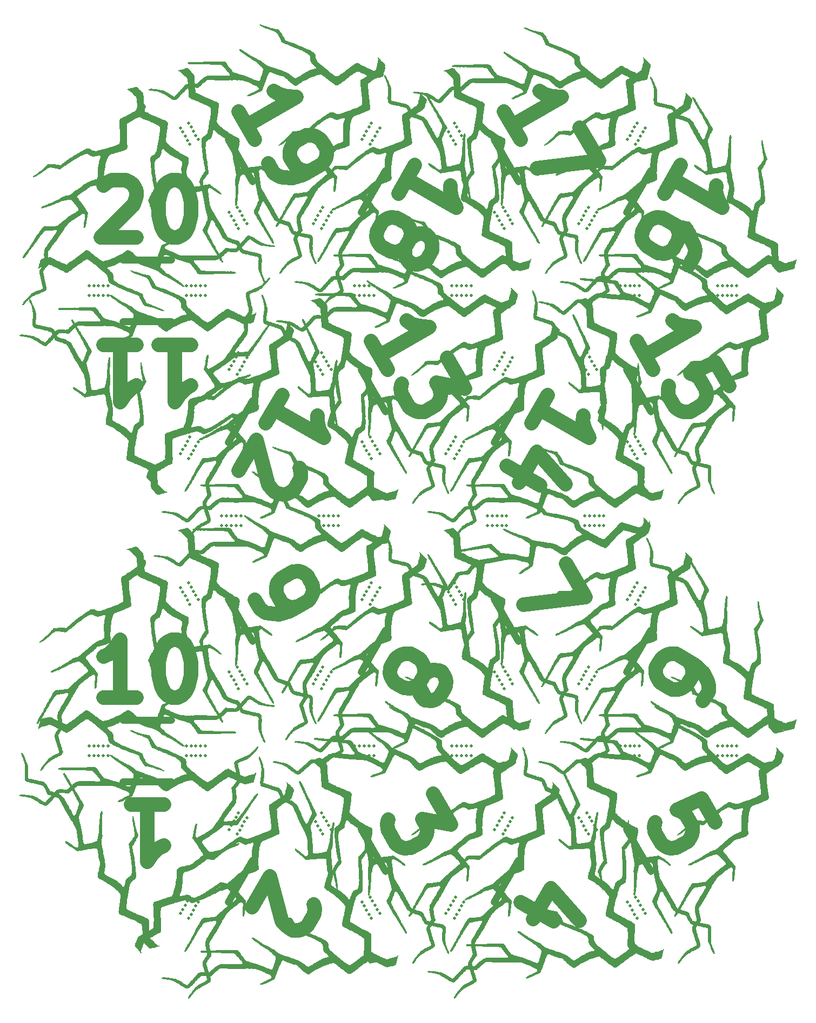
<source format=gbr>
%TF.GenerationSoftware,KiCad,Pcbnew,8.0.1*%
%TF.CreationDate,2024-04-10T18:42:55-04:00*%
%TF.ProjectId,Faces,46616365-732e-46b6-9963-61645f706362,rev?*%
%TF.SameCoordinates,Original*%
%TF.FileFunction,Soldermask,Top*%
%TF.FilePolarity,Negative*%
%FSLAX46Y46*%
G04 Gerber Fmt 4.6, Leading zero omitted, Abs format (unit mm)*
G04 Created by KiCad (PCBNEW 8.0.1) date 2024-04-10 18:42:55*
%MOMM*%
%LPD*%
G01*
G04 APERTURE LIST*
%ADD10C,1.125000*%
%ADD11C,2.250000*%
%ADD12C,0.000000*%
%ADD13C,0.500000*%
G04 APERTURE END LIST*
D10*
X46990001Y-56641998D02*
X54610002Y-56641998D01*
X125908680Y-111593746D02*
X129718680Y-104994632D01*
X63479427Y-147637298D02*
X67289428Y-141038184D01*
X125908585Y-39506700D02*
X129718585Y-32907586D01*
X108908898Y-106767747D02*
X105098898Y-100168634D01*
X105098903Y-147637244D02*
X108908903Y-141038130D01*
X46990096Y-128729044D02*
X54610097Y-128729044D01*
X84289110Y-39506754D02*
X88099110Y-32907640D01*
X88099121Y-142811246D02*
X84289121Y-136212132D01*
X67289423Y-106767802D02*
X63479423Y-100168688D01*
X129718596Y-142811192D02*
X125908596Y-136212078D01*
X63479332Y-75550252D02*
X67289333Y-68951138D01*
X54610095Y-119077046D02*
X46990095Y-119077046D01*
X129718501Y-70724146D02*
X125908501Y-64125032D01*
X84289205Y-111593800D02*
X88099205Y-104994686D01*
X108908803Y-34680701D02*
X105098803Y-28081588D01*
X67289328Y-34680756D02*
X63479328Y-28081642D01*
X88099026Y-70724200D02*
X84289026Y-64125086D01*
X105098808Y-75550198D02*
X108908808Y-68951084D01*
X54610000Y-46990000D02*
X46990000Y-46990000D01*
D11*
X139773932Y-135080689D02*
X137631075Y-131369152D01*
X137631075Y-131369152D02*
X133705252Y-133140855D01*
X133705252Y-133140855D02*
X134290691Y-133297723D01*
X134290691Y-133297723D02*
X135090417Y-133825745D01*
X135090417Y-133825745D02*
X136161845Y-135681514D01*
X136161845Y-135681514D02*
X136219263Y-136638107D01*
X136219263Y-136638107D02*
X136062395Y-137223546D01*
X136062395Y-137223546D02*
X135534373Y-138023272D01*
X135534373Y-138023272D02*
X133678604Y-139094700D01*
X133678604Y-139094700D02*
X132722011Y-139152118D01*
X132722011Y-139152118D02*
X132136572Y-138995250D01*
X132136572Y-138995250D02*
X131336846Y-138467228D01*
X131336846Y-138467228D02*
X130265418Y-136611459D01*
X130265418Y-136611459D02*
X130208000Y-135654866D01*
X130208000Y-135654866D02*
X130364868Y-135069427D01*
X69336155Y-72552793D02*
X71907583Y-68098949D01*
X70621869Y-70325871D02*
X78416098Y-74825871D01*
X78416098Y-74825871D02*
X77731208Y-73440706D01*
X77731208Y-73440706D02*
X77417472Y-72269827D01*
X77417472Y-72269827D02*
X77474890Y-71313234D01*
X74673790Y-79593452D02*
X74830658Y-80178892D01*
X74830658Y-80178892D02*
X74773240Y-81135485D01*
X74773240Y-81135485D02*
X73701812Y-82991254D01*
X73701812Y-82991254D02*
X72902087Y-83519275D01*
X72902087Y-83519275D02*
X72316647Y-83676144D01*
X72316647Y-83676144D02*
X71360054Y-83618726D01*
X71360054Y-83618726D02*
X70617747Y-83190154D01*
X70617747Y-83190154D02*
X69718571Y-82176144D01*
X69718571Y-82176144D02*
X67836155Y-75150870D01*
X67836155Y-75150870D02*
X65050440Y-79975869D01*
X88431562Y-64153313D02*
X85860133Y-59699468D01*
X87145847Y-61926390D02*
X94940076Y-57426390D01*
X94940076Y-57426390D02*
X93398043Y-57326940D01*
X93398043Y-57326940D02*
X92227165Y-57013204D01*
X92227165Y-57013204D02*
X91427439Y-56485182D01*
X97725791Y-62251389D02*
X100511505Y-67076388D01*
X100511505Y-67076388D02*
X96042275Y-66192598D01*
X96042275Y-66192598D02*
X96685132Y-67306059D01*
X96685132Y-67306059D02*
X96742550Y-68262652D01*
X96742550Y-68262652D02*
X96585682Y-68848092D01*
X96585682Y-68848092D02*
X96057660Y-69647817D01*
X96057660Y-69647817D02*
X94201891Y-70719245D01*
X94201891Y-70719245D02*
X93245298Y-70776663D01*
X93245298Y-70776663D02*
X92659859Y-70619795D01*
X92659859Y-70619795D02*
X91860133Y-70091773D01*
X91860133Y-70091773D02*
X90574419Y-67864851D01*
X90574419Y-67864851D02*
X90517001Y-66908257D01*
X90517001Y-66908257D02*
X90673869Y-66322818D01*
X48228668Y-132302472D02*
X53371525Y-132302472D01*
X50800096Y-132302472D02*
X50800096Y-141302472D01*
X50800096Y-141302472D02*
X51657239Y-140016758D01*
X51657239Y-140016758D02*
X52514382Y-139159615D01*
X52514382Y-139159615D02*
X53371525Y-138731044D01*
X109241339Y-28109815D02*
X106669910Y-23655970D01*
X107955624Y-25882892D02*
X115749853Y-21382892D01*
X115749853Y-21382892D02*
X114207820Y-21283442D01*
X114207820Y-21283442D02*
X113036942Y-20969706D01*
X113036942Y-20969706D02*
X112237216Y-20441684D01*
X118535568Y-26207891D02*
X121535568Y-31404044D01*
X121535568Y-31404044D02*
X111812768Y-32563660D01*
X137845444Y-116065518D02*
X138702587Y-114580903D01*
X138702587Y-114580903D02*
X138760005Y-113624310D01*
X138760005Y-113624310D02*
X138603137Y-113038870D01*
X138603137Y-113038870D02*
X137918247Y-111653706D01*
X137918247Y-111653706D02*
X136647918Y-110425409D01*
X136647918Y-110425409D02*
X133678688Y-108711123D01*
X133678688Y-108711123D02*
X132722095Y-108653706D01*
X132722095Y-108653706D02*
X132136655Y-108810574D01*
X132136655Y-108810574D02*
X131336930Y-109338596D01*
X131336930Y-109338596D02*
X130479787Y-110823211D01*
X130479787Y-110823211D02*
X130422370Y-111779804D01*
X130422370Y-111779804D02*
X130579238Y-112365243D01*
X130579238Y-112365243D02*
X131107259Y-113164968D01*
X131107259Y-113164968D02*
X132963028Y-114236397D01*
X132963028Y-114236397D02*
X133919621Y-114293815D01*
X133919621Y-114293815D02*
X134505061Y-114136947D01*
X134505061Y-114136947D02*
X135304786Y-113608925D01*
X135304786Y-113608925D02*
X136161929Y-112124310D01*
X136161929Y-112124310D02*
X136219346Y-111167717D01*
X136219346Y-111167717D02*
X136062478Y-110582277D01*
X136062478Y-110582277D02*
X135534457Y-109782552D01*
X116392806Y-94583400D02*
X119392806Y-99779553D01*
X119392806Y-99779553D02*
X109670006Y-100939169D01*
X114437591Y-150609016D02*
X109241439Y-147609016D01*
X118478250Y-150467533D02*
X113982372Y-145397479D01*
X113982372Y-145397479D02*
X111196658Y-150222477D01*
X130051037Y-64153259D02*
X127479608Y-59699414D01*
X128765322Y-61926336D02*
X136559551Y-57426336D01*
X136559551Y-57426336D02*
X135017518Y-57326886D01*
X135017518Y-57326886D02*
X133846640Y-57013150D01*
X133846640Y-57013150D02*
X133046914Y-56485128D01*
X141916694Y-66705180D02*
X139773837Y-62993643D01*
X139773837Y-62993643D02*
X135848014Y-64765346D01*
X135848014Y-64765346D02*
X136433453Y-64922214D01*
X136433453Y-64922214D02*
X137233179Y-65450236D01*
X137233179Y-65450236D02*
X138304607Y-67306005D01*
X138304607Y-67306005D02*
X138362025Y-68262598D01*
X138362025Y-68262598D02*
X138205157Y-68848038D01*
X138205157Y-68848038D02*
X137677135Y-69647763D01*
X137677135Y-69647763D02*
X135821366Y-70719191D01*
X135821366Y-70719191D02*
X134864773Y-70776609D01*
X134864773Y-70776609D02*
X134279334Y-70619741D01*
X134279334Y-70619741D02*
X133479608Y-70091719D01*
X133479608Y-70091719D02*
X132408180Y-68235950D01*
X132408180Y-68235950D02*
X132350762Y-67279357D01*
X132350762Y-67279357D02*
X132507630Y-66693918D01*
X76816742Y-147968961D02*
X76973610Y-148554401D01*
X76973610Y-148554401D02*
X76916192Y-149510994D01*
X76916192Y-149510994D02*
X75844764Y-151366763D01*
X75844764Y-151366763D02*
X75045039Y-151894784D01*
X75045039Y-151894784D02*
X74459599Y-152051652D01*
X74459599Y-152051652D02*
X73503006Y-151994235D01*
X73503006Y-151994235D02*
X72760699Y-151565663D01*
X72760699Y-151565663D02*
X71861523Y-150551652D01*
X71861523Y-150551652D02*
X69979107Y-143526379D01*
X69979107Y-143526379D02*
X67193392Y-148351378D01*
X110955630Y-72552739D02*
X113527058Y-68098895D01*
X112241344Y-70325817D02*
X120035573Y-74825817D01*
X120035573Y-74825817D02*
X119350683Y-73440652D01*
X119350683Y-73440652D02*
X119036947Y-72269773D01*
X119036947Y-72269773D02*
X119094365Y-71313180D01*
X112294639Y-82233507D02*
X107098487Y-79233507D01*
X116335298Y-82092024D02*
X111839420Y-77021970D01*
X111839420Y-77021970D02*
X109053706Y-81846968D01*
X95583029Y-130626898D02*
X98368743Y-135451897D01*
X98368743Y-135451897D02*
X93899513Y-134568106D01*
X93899513Y-134568106D02*
X94542370Y-135681568D01*
X94542370Y-135681568D02*
X94599788Y-136638161D01*
X94599788Y-136638161D02*
X94442920Y-137223600D01*
X94442920Y-137223600D02*
X93914898Y-138023326D01*
X93914898Y-138023326D02*
X92059129Y-139094754D01*
X92059129Y-139094754D02*
X91102536Y-139152172D01*
X91102536Y-139152172D02*
X90517097Y-138995304D01*
X90517097Y-138995304D02*
X89717371Y-138467282D01*
X89717371Y-138467282D02*
X88431657Y-136240359D01*
X88431657Y-136240359D02*
X88374239Y-135283766D01*
X88374239Y-135283766D02*
X88531107Y-134698327D01*
X43942856Y-35273714D02*
X44371428Y-34845142D01*
X44371428Y-34845142D02*
X45228571Y-34416571D01*
X45228571Y-34416571D02*
X47371428Y-34416571D01*
X47371428Y-34416571D02*
X48228571Y-34845142D01*
X48228571Y-34845142D02*
X48657142Y-35273714D01*
X48657142Y-35273714D02*
X49085713Y-36130857D01*
X49085713Y-36130857D02*
X49085713Y-36988000D01*
X49085713Y-36988000D02*
X48657142Y-38273714D01*
X48657142Y-38273714D02*
X43514285Y-43416571D01*
X43514285Y-43416571D02*
X49085713Y-43416571D01*
X54657142Y-34416571D02*
X55514285Y-34416571D01*
X55514285Y-34416571D02*
X56371428Y-34845142D01*
X56371428Y-34845142D02*
X56800000Y-35273714D01*
X56800000Y-35273714D02*
X57228571Y-36130857D01*
X57228571Y-36130857D02*
X57657142Y-37845142D01*
X57657142Y-37845142D02*
X57657142Y-39988000D01*
X57657142Y-39988000D02*
X57228571Y-41702285D01*
X57228571Y-41702285D02*
X56800000Y-42559428D01*
X56800000Y-42559428D02*
X56371428Y-42988000D01*
X56371428Y-42988000D02*
X55514285Y-43416571D01*
X55514285Y-43416571D02*
X54657142Y-43416571D01*
X54657142Y-43416571D02*
X53800000Y-42988000D01*
X53800000Y-42988000D02*
X53371428Y-42559428D01*
X53371428Y-42559428D02*
X52942857Y-41702285D01*
X52942857Y-41702285D02*
X52514285Y-39988000D01*
X52514285Y-39988000D02*
X52514285Y-37845142D01*
X52514285Y-37845142D02*
X52942857Y-36130857D01*
X52942857Y-36130857D02*
X53371428Y-35273714D01*
X53371428Y-35273714D02*
X53800000Y-34845142D01*
X53800000Y-34845142D02*
X54657142Y-34416571D01*
X67621864Y-28109869D02*
X65050435Y-23656024D01*
X66336149Y-25882946D02*
X74130378Y-21382946D01*
X74130378Y-21382946D02*
X72588345Y-21283496D01*
X72588345Y-21283496D02*
X71417467Y-20969760D01*
X71417467Y-20969760D02*
X70617741Y-20441738D01*
X69764721Y-31821407D02*
X70621864Y-33306022D01*
X70621864Y-33306022D02*
X71421589Y-33834043D01*
X71421589Y-33834043D02*
X72007029Y-33990911D01*
X72007029Y-33990911D02*
X73549061Y-34090362D01*
X73549061Y-34090362D02*
X75247962Y-33604373D01*
X75247962Y-33604373D02*
X78217192Y-31890087D01*
X78217192Y-31890087D02*
X78745214Y-31090362D01*
X78745214Y-31090362D02*
X78902082Y-30504922D01*
X78902082Y-30504922D02*
X78844664Y-29548329D01*
X78844664Y-29548329D02*
X77987521Y-28063714D01*
X77987521Y-28063714D02*
X77187796Y-27535692D01*
X77187796Y-27535692D02*
X76602357Y-27378824D01*
X76602357Y-27378824D02*
X75645763Y-27436242D01*
X75645763Y-27436242D02*
X73789995Y-28507671D01*
X73789995Y-28507671D02*
X73261973Y-29307396D01*
X73261973Y-29307396D02*
X73105105Y-29892835D01*
X73105105Y-29892835D02*
X73162523Y-30849428D01*
X73162523Y-30849428D02*
X74019665Y-32334043D01*
X74019665Y-32334043D02*
X74819391Y-32862065D01*
X74819391Y-32862065D02*
X75404830Y-33018933D01*
X75404830Y-33018933D02*
X76361423Y-32961516D01*
X49085808Y-115503617D02*
X43942951Y-115503617D01*
X46514380Y-115503617D02*
X46514380Y-106503617D01*
X46514380Y-106503617D02*
X45657237Y-107789331D01*
X45657237Y-107789331D02*
X44800094Y-108646474D01*
X44800094Y-108646474D02*
X43942951Y-109075046D01*
X54657237Y-106503617D02*
X55514380Y-106503617D01*
X55514380Y-106503617D02*
X56371523Y-106932188D01*
X56371523Y-106932188D02*
X56800095Y-107360760D01*
X56800095Y-107360760D02*
X57228666Y-108217903D01*
X57228666Y-108217903D02*
X57657237Y-109932188D01*
X57657237Y-109932188D02*
X57657237Y-112075046D01*
X57657237Y-112075046D02*
X57228666Y-113789331D01*
X57228666Y-113789331D02*
X56800095Y-114646474D01*
X56800095Y-114646474D02*
X56371523Y-115075046D01*
X56371523Y-115075046D02*
X55514380Y-115503617D01*
X55514380Y-115503617D02*
X54657237Y-115503617D01*
X54657237Y-115503617D02*
X53800095Y-115075046D01*
X53800095Y-115075046D02*
X53371523Y-114646474D01*
X53371523Y-114646474D02*
X52942952Y-113789331D01*
X52942952Y-113789331D02*
X52514380Y-112075046D01*
X52514380Y-112075046D02*
X52514380Y-109932188D01*
X52514380Y-109932188D02*
X52942952Y-108217903D01*
X52942952Y-108217903D02*
X53371523Y-107360760D01*
X53371523Y-107360760D02*
X53800095Y-106932188D01*
X53800095Y-106932188D02*
X54657237Y-106503617D01*
X67621959Y-100196915D02*
X68479102Y-101681530D01*
X68479102Y-101681530D02*
X69278827Y-102209552D01*
X69278827Y-102209552D02*
X69864267Y-102366420D01*
X69864267Y-102366420D02*
X71406299Y-102465871D01*
X71406299Y-102465871D02*
X73105200Y-101979882D01*
X73105200Y-101979882D02*
X76074430Y-100265596D01*
X76074430Y-100265596D02*
X76602452Y-99465871D01*
X76602452Y-99465871D02*
X76759320Y-98880431D01*
X76759320Y-98880431D02*
X76701902Y-97923838D01*
X76701902Y-97923838D02*
X75844759Y-96439223D01*
X75844759Y-96439223D02*
X75045034Y-95911201D01*
X75045034Y-95911201D02*
X74459595Y-95754333D01*
X74459595Y-95754333D02*
X73503001Y-95811751D01*
X73503001Y-95811751D02*
X71647233Y-96883179D01*
X71647233Y-96883179D02*
X71119211Y-97682905D01*
X71119211Y-97682905D02*
X70962343Y-98268344D01*
X70962343Y-98268344D02*
X71019761Y-99224937D01*
X71019761Y-99224937D02*
X71876903Y-100709552D01*
X71876903Y-100709552D02*
X72676629Y-101237574D01*
X72676629Y-101237574D02*
X73262068Y-101394442D01*
X73262068Y-101394442D02*
X74218661Y-101337024D01*
X90145932Y-36509295D02*
X92717360Y-32055451D01*
X91431646Y-34282373D02*
X99225875Y-38782373D01*
X99225875Y-38782373D02*
X98540985Y-37397208D01*
X98540985Y-37397208D02*
X98227249Y-36226329D01*
X98227249Y-36226329D02*
X98284667Y-35269736D01*
X92028348Y-43534569D02*
X92828073Y-43006548D01*
X92828073Y-43006548D02*
X93413513Y-42849680D01*
X93413513Y-42849680D02*
X94370106Y-42907097D01*
X94370106Y-42907097D02*
X94741260Y-43121383D01*
X94741260Y-43121383D02*
X95269281Y-43921108D01*
X95269281Y-43921108D02*
X95426149Y-44506548D01*
X95426149Y-44506548D02*
X95368732Y-45463141D01*
X95368732Y-45463141D02*
X94511589Y-46947756D01*
X94511589Y-46947756D02*
X93711864Y-47475777D01*
X93711864Y-47475777D02*
X93126424Y-47632646D01*
X93126424Y-47632646D02*
X92169831Y-47575228D01*
X92169831Y-47575228D02*
X91798677Y-47360942D01*
X91798677Y-47360942D02*
X91270656Y-46561217D01*
X91270656Y-46561217D02*
X91113788Y-45975777D01*
X91113788Y-45975777D02*
X91171205Y-45019184D01*
X91171205Y-45019184D02*
X92028348Y-43534569D01*
X92028348Y-43534569D02*
X92085766Y-42577976D01*
X92085766Y-42577976D02*
X91928898Y-41992537D01*
X91928898Y-41992537D02*
X91400876Y-41192811D01*
X91400876Y-41192811D02*
X89916261Y-40335669D01*
X89916261Y-40335669D02*
X88959668Y-40278251D01*
X88959668Y-40278251D02*
X88374228Y-40435119D01*
X88374228Y-40435119D02*
X87574503Y-40963141D01*
X87574503Y-40963141D02*
X86717360Y-42447756D01*
X86717360Y-42447756D02*
X86659943Y-43404349D01*
X86659943Y-43404349D02*
X86816811Y-43989788D01*
X86816811Y-43989788D02*
X87344832Y-44789514D01*
X87344832Y-44789514D02*
X88829447Y-45646656D01*
X88829447Y-45646656D02*
X89786041Y-45704074D01*
X89786041Y-45704074D02*
X90371480Y-45547206D01*
X90371480Y-45547206D02*
X91171205Y-45019184D01*
X131765407Y-36509241D02*
X134336835Y-32055397D01*
X133051121Y-34282319D02*
X140845350Y-38782319D01*
X140845350Y-38782319D02*
X140160460Y-37397154D01*
X140160460Y-37397154D02*
X139846724Y-36226275D01*
X139846724Y-36226275D02*
X139904142Y-35269682D01*
X135702492Y-47690009D02*
X136559635Y-46205394D01*
X136559635Y-46205394D02*
X136617053Y-45248801D01*
X136617053Y-45248801D02*
X136460185Y-44663362D01*
X136460185Y-44663362D02*
X135775295Y-43278197D01*
X135775295Y-43278197D02*
X134504966Y-42049900D01*
X134504966Y-42049900D02*
X131535736Y-40335615D01*
X131535736Y-40335615D02*
X130579143Y-40278197D01*
X130579143Y-40278197D02*
X129993703Y-40435065D01*
X129993703Y-40435065D02*
X129193978Y-40963087D01*
X129193978Y-40963087D02*
X128336835Y-42447702D01*
X128336835Y-42447702D02*
X128279418Y-43404295D01*
X128279418Y-43404295D02*
X128436286Y-43989734D01*
X128436286Y-43989734D02*
X128964307Y-44789460D01*
X128964307Y-44789460D02*
X130820076Y-45860888D01*
X130820076Y-45860888D02*
X131776669Y-45918306D01*
X131776669Y-45918306D02*
X132362109Y-45761438D01*
X132362109Y-45761438D02*
X133161834Y-45233416D01*
X133161834Y-45233416D02*
X134018977Y-43748801D01*
X134018977Y-43748801D02*
X134076394Y-42792208D01*
X134076394Y-42792208D02*
X133919526Y-42206768D01*
X133919526Y-42206768D02*
X133391505Y-41407043D01*
X52514288Y-60215426D02*
X57657145Y-60215426D01*
X55085716Y-60215426D02*
X55085716Y-69215426D01*
X55085716Y-69215426D02*
X55942859Y-67929712D01*
X55942859Y-67929712D02*
X56800002Y-67072569D01*
X56800002Y-67072569D02*
X57657145Y-66643998D01*
X43942859Y-60215426D02*
X49085716Y-60215426D01*
X46514287Y-60215426D02*
X46514287Y-69215426D01*
X46514287Y-69215426D02*
X47371430Y-67929712D01*
X47371430Y-67929712D02*
X48228573Y-67072569D01*
X48228573Y-67072569D02*
X49085716Y-66643998D01*
X94171300Y-111910078D02*
X94971025Y-111382056D01*
X94971025Y-111382056D02*
X95556465Y-111225188D01*
X95556465Y-111225188D02*
X96513058Y-111282606D01*
X96513058Y-111282606D02*
X96884212Y-111496892D01*
X96884212Y-111496892D02*
X97412233Y-112296617D01*
X97412233Y-112296617D02*
X97569101Y-112882056D01*
X97569101Y-112882056D02*
X97511684Y-113838650D01*
X97511684Y-113838650D02*
X96654541Y-115323265D01*
X96654541Y-115323265D02*
X95854816Y-115851286D01*
X95854816Y-115851286D02*
X95269376Y-116008154D01*
X95269376Y-116008154D02*
X94312783Y-115950737D01*
X94312783Y-115950737D02*
X93941629Y-115736451D01*
X93941629Y-115736451D02*
X93413608Y-114936726D01*
X93413608Y-114936726D02*
X93256740Y-114351286D01*
X93256740Y-114351286D02*
X93314157Y-113394693D01*
X93314157Y-113394693D02*
X94171300Y-111910078D01*
X94171300Y-111910078D02*
X94228718Y-110953485D01*
X94228718Y-110953485D02*
X94071850Y-110368045D01*
X94071850Y-110368045D02*
X93543828Y-109568320D01*
X93543828Y-109568320D02*
X92059213Y-108711177D01*
X92059213Y-108711177D02*
X91102620Y-108653760D01*
X91102620Y-108653760D02*
X90517180Y-108810628D01*
X90517180Y-108810628D02*
X89717455Y-109338650D01*
X89717455Y-109338650D02*
X88860312Y-110823265D01*
X88860312Y-110823265D02*
X88802895Y-111779858D01*
X88802895Y-111779858D02*
X88959763Y-112365297D01*
X88959763Y-112365297D02*
X89487784Y-113165022D01*
X89487784Y-113165022D02*
X90972399Y-114022165D01*
X90972399Y-114022165D02*
X91928993Y-114079583D01*
X91928993Y-114079583D02*
X92514432Y-113922715D01*
X92514432Y-113922715D02*
X93314157Y-113394693D01*
D12*
%TO.C,G\u002A\u002A\u002A*%
G36*
X109665951Y-123296769D02*
G01*
X109725872Y-123334388D01*
X109790432Y-123405235D01*
X109842886Y-123482965D01*
X109893471Y-123576741D01*
X109945979Y-123697180D01*
X110004201Y-123854897D01*
X110071926Y-124060509D01*
X110152948Y-124324630D01*
X110251055Y-124657877D01*
X110307661Y-124853599D01*
X110362223Y-125037056D01*
X110409970Y-125186697D01*
X110444693Y-125283669D01*
X110457974Y-125310152D01*
X110472872Y-125366850D01*
X110479741Y-125491938D01*
X110479408Y-125666213D01*
X110472707Y-125870469D01*
X110460465Y-126085504D01*
X110443513Y-126292112D01*
X110422679Y-126471089D01*
X110402877Y-126585615D01*
X110352420Y-126844658D01*
X110320961Y-127069310D01*
X110309654Y-127245542D01*
X110319656Y-127359324D01*
X110336475Y-127391874D01*
X110402949Y-127426023D01*
X110528712Y-127475112D01*
X110688248Y-127530415D01*
X110856049Y-127583203D01*
X111006599Y-127624746D01*
X111040991Y-127632904D01*
X111164263Y-127666565D01*
X111251336Y-127700754D01*
X111264448Y-127709019D01*
X111329865Y-127738874D01*
X111450283Y-127777462D01*
X111547441Y-127803341D01*
X111691854Y-127845151D01*
X111806027Y-127889436D01*
X111848031Y-127913699D01*
X111934663Y-127951829D01*
X112052747Y-127970021D01*
X112167790Y-127985569D01*
X112245317Y-128016679D01*
X112245566Y-128016885D01*
X112318705Y-128049542D01*
X112439559Y-128079295D01*
X112481103Y-128086185D01*
X112684041Y-128154867D01*
X112880166Y-128289807D01*
X113045328Y-128470946D01*
X113136880Y-128630840D01*
X113199599Y-128772569D01*
X113257573Y-128898063D01*
X113273478Y-128930846D01*
X113309225Y-129006927D01*
X113342716Y-129091235D01*
X113382717Y-129207998D01*
X113437993Y-129381442D01*
X113447543Y-129411925D01*
X113533188Y-129591565D01*
X113668534Y-129714703D01*
X113858193Y-129794224D01*
X113999737Y-129844717D01*
X114168006Y-129916443D01*
X114251768Y-129956458D01*
X114421001Y-130035976D01*
X114597038Y-130110599D01*
X114669455Y-130138216D01*
X114840307Y-130223266D01*
X115056388Y-130369917D01*
X115208516Y-130488810D01*
X115372778Y-130626103D01*
X115485258Y-130732002D01*
X115564523Y-130828049D01*
X115629140Y-130935783D01*
X115676667Y-131031941D01*
X115744782Y-131179322D01*
X115798857Y-131302696D01*
X115824874Y-131368947D01*
X115865435Y-131472214D01*
X115881950Y-131506378D01*
X115926784Y-131596912D01*
X115994159Y-131739302D01*
X116075076Y-131913789D01*
X116160535Y-132100614D01*
X116241534Y-132280020D01*
X116309074Y-132432245D01*
X116354155Y-132537534D01*
X116367220Y-132571677D01*
X116410799Y-132675908D01*
X116435776Y-132721189D01*
X116471571Y-132791709D01*
X116531418Y-132922463D01*
X116605797Y-133092292D01*
X116658370Y-133215855D01*
X116770379Y-133471459D01*
X116861525Y-133651890D01*
X116937974Y-133765764D01*
X117005891Y-133821700D01*
X117071443Y-133828314D01*
X117091943Y-133821818D01*
X117166360Y-133759898D01*
X117248770Y-133647193D01*
X117319475Y-133516495D01*
X117358778Y-133400593D01*
X117361505Y-133373064D01*
X117383104Y-133304741D01*
X117438887Y-133189295D01*
X117502715Y-133075799D01*
X117581865Y-132932777D01*
X117641809Y-132805186D01*
X117665124Y-132737300D01*
X117699503Y-132642761D01*
X117764811Y-132509659D01*
X117817443Y-132416626D01*
X117896423Y-132265324D01*
X117926164Y-132142472D01*
X117917746Y-132020310D01*
X117894387Y-131944294D01*
X117840860Y-131800564D01*
X117762556Y-131601944D01*
X117664870Y-131361262D01*
X117553191Y-131091343D01*
X117432913Y-130805013D01*
X117309427Y-130515098D01*
X117188126Y-130234423D01*
X117074401Y-129975814D01*
X116973645Y-129752099D01*
X116891249Y-129576103D01*
X116883291Y-129559700D01*
X116833773Y-129449528D01*
X116806107Y-129377747D01*
X116762726Y-129263077D01*
X116702286Y-129122416D01*
X116636963Y-128981845D01*
X116578929Y-128867437D01*
X116540360Y-128805268D01*
X116537525Y-128802478D01*
X116503001Y-128740588D01*
X116471580Y-128634772D01*
X116470922Y-128631662D01*
X116433029Y-128518478D01*
X116383425Y-128443312D01*
X116331931Y-128366388D01*
X116296932Y-128264569D01*
X116248325Y-128128773D01*
X116191644Y-128029618D01*
X116137069Y-127931042D01*
X116074830Y-127783565D01*
X116030283Y-127655596D01*
X115982570Y-127512834D01*
X115941545Y-127406782D01*
X115918223Y-127363381D01*
X115895362Y-127305632D01*
X115887827Y-127237311D01*
X115913178Y-127143453D01*
X115976779Y-127077693D01*
X116052280Y-127055770D01*
X116113334Y-127093428D01*
X116117215Y-127100268D01*
X116164965Y-127184123D01*
X116235585Y-127299976D01*
X116254499Y-127330003D01*
X116334923Y-127468476D01*
X116403321Y-127605120D01*
X116411021Y-127622856D01*
X116453418Y-127719417D01*
X116522558Y-127872253D01*
X116607782Y-128057941D01*
X116673707Y-128200094D01*
X116770573Y-128408198D01*
X116865855Y-128613233D01*
X116946025Y-128786074D01*
X116982877Y-128865745D01*
X117047113Y-128995883D01*
X117102369Y-129092380D01*
X117127421Y-129125064D01*
X117169373Y-129184651D01*
X117224004Y-129291234D01*
X117239779Y-129326738D01*
X117338335Y-129551762D01*
X117422184Y-129733361D01*
X117485258Y-129858865D01*
X117521491Y-129915604D01*
X117521798Y-129915866D01*
X117549081Y-129955218D01*
X117600520Y-130050511D01*
X117679482Y-130208409D01*
X117789331Y-130435580D01*
X117876617Y-130618757D01*
X118010002Y-130898293D01*
X118167262Y-131224976D01*
X118258464Y-131413527D01*
X118405247Y-131717623D01*
X118515590Y-131955462D01*
X118590889Y-132140286D01*
X118632539Y-132285337D01*
X118641934Y-132403856D01*
X118620466Y-132509086D01*
X118569530Y-132614268D01*
X118490521Y-132732644D01*
X118409100Y-132844296D01*
X118290779Y-133014802D01*
X118186596Y-133181315D01*
X118113154Y-133316677D01*
X118095805Y-133356806D01*
X118036634Y-133488337D01*
X117949257Y-133653398D01*
X117869291Y-133788918D01*
X117784310Y-133939207D01*
X117720745Y-134078357D01*
X117693815Y-134169354D01*
X117695700Y-134261854D01*
X117712075Y-134417395D01*
X117740081Y-134612701D01*
X117769577Y-134785446D01*
X117855568Y-135283157D01*
X117922952Y-135744358D01*
X117973908Y-136192690D01*
X118010620Y-136651794D01*
X118035271Y-137145311D01*
X118050041Y-137696886D01*
X118052499Y-137850338D01*
X118065296Y-138096927D01*
X118098747Y-138269184D01*
X118157695Y-138379390D01*
X118246988Y-138439824D01*
X118290043Y-138452327D01*
X118433592Y-138468655D01*
X118619868Y-138461092D01*
X118864327Y-138428454D01*
X119063900Y-138392817D01*
X119257816Y-138358633D01*
X119452835Y-138328777D01*
X119584248Y-138312256D01*
X119764769Y-138281915D01*
X119955071Y-138232973D01*
X120006220Y-138216101D01*
X120131058Y-138168137D01*
X120198524Y-138123199D01*
X120234791Y-138056532D01*
X120256822Y-137979078D01*
X120295744Y-137858277D01*
X120336938Y-137771946D01*
X120343144Y-137763565D01*
X120376803Y-137685678D01*
X120398635Y-137567930D01*
X120399415Y-137558976D01*
X120431269Y-137409545D01*
X120486323Y-137278239D01*
X120556057Y-137115833D01*
X120616416Y-136897847D01*
X120659887Y-136656722D01*
X120678269Y-136449432D01*
X120688780Y-136287218D01*
X120705993Y-136136898D01*
X120713354Y-136093346D01*
X120734290Y-135978981D01*
X120765694Y-135797566D01*
X120804218Y-135569007D01*
X120846515Y-135313204D01*
X120889235Y-135050061D01*
X120897245Y-135000113D01*
X120926358Y-134831216D01*
X120958502Y-134662278D01*
X120962685Y-134641836D01*
X120987454Y-134522330D01*
X121023909Y-134346399D01*
X121065877Y-134143826D01*
X121085930Y-134047021D01*
X121151325Y-133777032D01*
X121217895Y-133593996D01*
X121286233Y-133496825D01*
X121356936Y-133484434D01*
X121384642Y-133501808D01*
X121433581Y-133584321D01*
X121465571Y-133713043D01*
X121475892Y-133850300D01*
X121459814Y-133958419D01*
X121445220Y-133984730D01*
X121416523Y-134061871D01*
X121401681Y-134187585D01*
X121401125Y-134242732D01*
X121398208Y-134370119D01*
X121385619Y-134458272D01*
X121378008Y-134475736D01*
X121359920Y-134534135D01*
X121340781Y-134652688D01*
X121327236Y-134779048D01*
X121309834Y-134941693D01*
X121288875Y-135081715D01*
X121273829Y-135150267D01*
X121250848Y-135263628D01*
X121235565Y-135404024D01*
X121234860Y-135416135D01*
X121229261Y-135516640D01*
X121219552Y-135685532D01*
X121206865Y-135903313D01*
X121192333Y-136150484D01*
X121183910Y-136292824D01*
X121169954Y-136549670D01*
X121159251Y-136789706D01*
X121152523Y-136992869D01*
X121150496Y-137139098D01*
X121151615Y-137187401D01*
X121151615Y-137297947D01*
X121137562Y-137423453D01*
X121106054Y-137580556D01*
X121053686Y-137785886D01*
X120977054Y-138056081D01*
X120966319Y-138092789D01*
X120933921Y-138221062D01*
X120914607Y-138351717D01*
X120908144Y-138502860D01*
X120914295Y-138692599D01*
X120932825Y-138939042D01*
X120952554Y-139150074D01*
X120984151Y-139460519D01*
X121020577Y-139798417D01*
X121058039Y-140129707D01*
X121092737Y-140420324D01*
X121104407Y-140512995D01*
X121141673Y-140859461D01*
X121166464Y-141211037D01*
X121178775Y-141552231D01*
X121178601Y-141867556D01*
X121165940Y-142141519D01*
X121140783Y-142358634D01*
X121105043Y-142498781D01*
X121055601Y-142650348D01*
X121011410Y-142836486D01*
X120977368Y-143028719D01*
X120958376Y-143198580D01*
X120959332Y-143317595D01*
X120961863Y-143330856D01*
X120981668Y-143394582D01*
X121015626Y-143450547D01*
X121077680Y-143511925D01*
X121181772Y-143591886D01*
X121341845Y-143703601D01*
X121394619Y-143739654D01*
X121574471Y-143858879D01*
X121743369Y-143964864D01*
X121878798Y-144043789D01*
X121942326Y-144075837D01*
X122026897Y-144124461D01*
X122164457Y-144217475D01*
X122339576Y-144343859D01*
X122536827Y-144492589D01*
X122660896Y-144589163D01*
X122882871Y-144765790D01*
X123048964Y-144903407D01*
X123173684Y-145015887D01*
X123271538Y-145117101D01*
X123357035Y-145220924D01*
X123439084Y-145333270D01*
X123556733Y-145492273D01*
X123641367Y-145585860D01*
X123703632Y-145625070D01*
X123723322Y-145628009D01*
X123826847Y-145587447D01*
X123904864Y-145472887D01*
X123944123Y-145327544D01*
X123982925Y-145174821D01*
X124040558Y-145034940D01*
X124096543Y-144904874D01*
X124128721Y-144783716D01*
X124187954Y-144599697D01*
X124301651Y-144431186D01*
X124447159Y-144308015D01*
X124514093Y-144276338D01*
X124645749Y-144218982D01*
X124803166Y-144136150D01*
X124882575Y-144089085D01*
X125005589Y-144008119D01*
X125078447Y-143940198D01*
X125127245Y-143854368D01*
X125166314Y-143752520D01*
X125210953Y-143605832D01*
X125237747Y-143474159D01*
X125241115Y-143432454D01*
X125247661Y-143325350D01*
X125263702Y-143171713D01*
X125278004Y-143061151D01*
X125297129Y-142865343D01*
X125305006Y-142657311D01*
X125303528Y-142565383D01*
X125297302Y-142389947D01*
X125293683Y-142218784D01*
X125293285Y-142154533D01*
X125290652Y-142058490D01*
X125283089Y-141890979D01*
X125271457Y-141668385D01*
X125256623Y-141407088D01*
X125239448Y-141123475D01*
X125236236Y-141072292D01*
X125218915Y-140783179D01*
X125204268Y-140510397D01*
X125193090Y-140271172D01*
X125186175Y-140082731D01*
X125184319Y-139962296D01*
X125184528Y-139951079D01*
X125183285Y-139805539D01*
X125174851Y-139609665D01*
X125160934Y-139400718D01*
X125157208Y-139355563D01*
X125143060Y-139168979D01*
X125142324Y-139048120D01*
X125159120Y-138971160D01*
X125197568Y-138916276D01*
X125248447Y-138872192D01*
X125322293Y-138802460D01*
X125437752Y-138680539D01*
X125580423Y-138522159D01*
X125735904Y-138343056D01*
X125775219Y-138296730D01*
X125895399Y-138156444D01*
X125991786Y-138042205D01*
X126066282Y-137942568D01*
X126120792Y-137846081D01*
X126157219Y-137741296D01*
X126177465Y-137616764D01*
X126183434Y-137461035D01*
X126177030Y-137262659D01*
X126160154Y-137010189D01*
X126134712Y-136692175D01*
X126104226Y-136317503D01*
X126081600Y-136008570D01*
X126064858Y-135727074D01*
X126054423Y-135485372D01*
X126050718Y-135295819D01*
X126054165Y-135170774D01*
X126063389Y-135123978D01*
X126095916Y-135043172D01*
X126112364Y-134919928D01*
X126112863Y-134894377D01*
X126119261Y-134782084D01*
X126146424Y-134733487D01*
X126193614Y-134724453D01*
X126222831Y-134739244D01*
X126248495Y-134789867D01*
X126272406Y-134886207D01*
X126296366Y-135038153D01*
X126322177Y-135255592D01*
X126351640Y-135548409D01*
X126360139Y-135638296D01*
X126387809Y-135920602D01*
X126415537Y-136179937D01*
X126441501Y-136400963D01*
X126463875Y-136568343D01*
X126480838Y-136666736D01*
X126483671Y-136677631D01*
X126510596Y-136780454D01*
X126547554Y-136938912D01*
X126587434Y-137122282D01*
X126595453Y-137160774D01*
X126638063Y-137346813D01*
X126683935Y-137515303D01*
X126724362Y-137634820D01*
X126730944Y-137649901D01*
X126752801Y-137697673D01*
X126764537Y-137740659D01*
X126761007Y-137790016D01*
X126737073Y-137856899D01*
X126687591Y-137952466D01*
X126607421Y-138087874D01*
X126491419Y-138274278D01*
X126334444Y-138522838D01*
X126313050Y-138556675D01*
X126181411Y-138757948D01*
X126043155Y-138957873D01*
X125917629Y-139128995D01*
X125848084Y-139216480D01*
X125656093Y-139444490D01*
X125686643Y-139770595D01*
X125706031Y-139965404D01*
X125731654Y-140206474D01*
X125759096Y-140452669D01*
X125769752Y-140544725D01*
X125800116Y-140856906D01*
X125826194Y-141227272D01*
X125846585Y-141626015D01*
X125859893Y-142023322D01*
X125864721Y-142389385D01*
X125863590Y-142546879D01*
X125862272Y-142725488D01*
X125863886Y-142874873D01*
X125868071Y-142969403D01*
X125869737Y-142983025D01*
X125874655Y-143063293D01*
X125875642Y-143212169D01*
X125873032Y-143410316D01*
X125867165Y-143638404D01*
X125858377Y-143877101D01*
X125851653Y-144021062D01*
X125823044Y-144284002D01*
X125759943Y-144480375D01*
X125650123Y-144628796D01*
X125481356Y-144747877D01*
X125325443Y-144822118D01*
X125193025Y-144901596D01*
X125050755Y-145023433D01*
X124916492Y-145167296D01*
X124808092Y-145312850D01*
X124743415Y-145439760D01*
X124732971Y-145496785D01*
X124715860Y-145614302D01*
X124687230Y-145697280D01*
X124645125Y-145809918D01*
X124597247Y-145968774D01*
X124551974Y-146141753D01*
X124517682Y-146296759D01*
X124502748Y-146401695D01*
X124502672Y-146404393D01*
X124482946Y-146511037D01*
X124453268Y-146592799D01*
X124428303Y-146657968D01*
X124393775Y-146767890D01*
X124347414Y-146930774D01*
X124286949Y-147154834D01*
X124210114Y-147448284D01*
X124118131Y-147805677D01*
X124059320Y-148053614D01*
X124005903Y-148312044D01*
X123961641Y-148559249D01*
X123930293Y-148773509D01*
X123915616Y-148933109D01*
X123915287Y-148977594D01*
X123921174Y-149061657D01*
X123940654Y-149124384D01*
X123988226Y-149183875D01*
X124078385Y-149258226D01*
X124225628Y-149365536D01*
X124226581Y-149366221D01*
X124391051Y-149479534D01*
X124551097Y-149581593D01*
X124676857Y-149653516D01*
X124695923Y-149662933D01*
X124833482Y-149732355D01*
X124996296Y-149820616D01*
X125072909Y-149864258D01*
X125288625Y-149986793D01*
X125537248Y-150123163D01*
X125798524Y-150262738D01*
X126052201Y-150394885D01*
X126278027Y-150508972D01*
X126455749Y-150594367D01*
X126509025Y-150618193D01*
X126616670Y-150674967D01*
X126765191Y-150766317D01*
X126925067Y-150873946D01*
X126948070Y-150890268D01*
X127097776Y-151000107D01*
X127190183Y-151086405D01*
X127235991Y-151174571D01*
X127245903Y-151290016D01*
X127230618Y-151458150D01*
X127220831Y-151537911D01*
X127205646Y-151713396D01*
X127197389Y-151914442D01*
X127196870Y-152006259D01*
X127196025Y-152197536D01*
X127190747Y-152395838D01*
X127186849Y-152478112D01*
X127177553Y-152638138D01*
X127169134Y-152784125D01*
X127166606Y-152828347D01*
X127164607Y-152977063D01*
X127169420Y-153089300D01*
X127172631Y-153193383D01*
X127172082Y-153355261D01*
X127167966Y-153544778D01*
X127166136Y-153600539D01*
X127164529Y-153825652D01*
X127184734Y-153988668D01*
X127236067Y-154114637D01*
X127327845Y-154228615D01*
X127436734Y-154328067D01*
X127561554Y-154451918D01*
X127671741Y-154589541D01*
X127703460Y-154639215D01*
X127780915Y-154749696D01*
X127899662Y-154891335D01*
X128035906Y-155036001D01*
X128055536Y-155055396D01*
X128195705Y-155187457D01*
X128297044Y-155267555D01*
X128379517Y-155309259D01*
X128452090Y-155324949D01*
X128548098Y-155344815D01*
X128592137Y-155370565D01*
X128592369Y-155371858D01*
X128554520Y-155407553D01*
X128447881Y-155446572D01*
X128291283Y-155483664D01*
X128103557Y-155513580D01*
X128069785Y-155517587D01*
X127911821Y-155539858D01*
X127705811Y-155574983D01*
X127489582Y-155616394D01*
X127431421Y-155628418D01*
X127243843Y-155666635D01*
X127119241Y-155684272D01*
X127034508Y-155679214D01*
X126966537Y-155649348D01*
X126892221Y-155592556D01*
X126874112Y-155577402D01*
X126758277Y-155460621D01*
X126636591Y-155308378D01*
X126573892Y-155215208D01*
X126459360Y-155047897D01*
X126324012Y-154876348D01*
X126256028Y-154800048D01*
X126156324Y-154686202D01*
X126099071Y-154586046D01*
X126069009Y-154463455D01*
X126054019Y-154321707D01*
X126044736Y-154132330D01*
X126045513Y-153944407D01*
X126052896Y-153832671D01*
X126068797Y-153646333D01*
X126080151Y-153414952D01*
X126087133Y-153153237D01*
X126089921Y-152875894D01*
X126088689Y-152597631D01*
X126083615Y-152333156D01*
X126074873Y-152097175D01*
X126062639Y-151904397D01*
X126047089Y-151769528D01*
X126028399Y-151707278D01*
X126027479Y-151706414D01*
X125953378Y-151663751D01*
X125859625Y-151625155D01*
X125775604Y-151582952D01*
X125640567Y-151500796D01*
X125474229Y-151391161D01*
X125322270Y-151285192D01*
X125140180Y-151160299D01*
X124967453Y-151051384D01*
X124825695Y-150971540D01*
X124747521Y-150936882D01*
X124619229Y-150882753D01*
X124463803Y-150799286D01*
X124373594Y-150743134D01*
X124231246Y-150658160D01*
X124096320Y-150593402D01*
X124029611Y-150570963D01*
X123927165Y-150531580D01*
X123785289Y-150456970D01*
X123643660Y-150369098D01*
X123469355Y-150262484D01*
X123280908Y-150163174D01*
X123151572Y-150105892D01*
X122990678Y-150032170D01*
X122841270Y-149944482D01*
X122779572Y-149898625D01*
X122697176Y-149819979D01*
X122644234Y-149739732D01*
X122619700Y-149641977D01*
X122622526Y-149510808D01*
X122651667Y-149330319D01*
X122706077Y-149084602D01*
X122721688Y-149018723D01*
X122747275Y-148894469D01*
X122757950Y-148806898D01*
X122756795Y-148789588D01*
X122764629Y-148724311D01*
X122791667Y-148646454D01*
X122826792Y-148516340D01*
X122834575Y-148423865D01*
X122853059Y-148296165D01*
X122892999Y-148185563D01*
X122937408Y-148069116D01*
X122953349Y-147977611D01*
X122963644Y-147882838D01*
X122991655Y-147729796D01*
X123031845Y-147545127D01*
X123078679Y-147355480D01*
X123095702Y-147292548D01*
X123151881Y-147069736D01*
X123175240Y-146908448D01*
X123165117Y-146788247D01*
X123120850Y-146688701D01*
X123074122Y-146626184D01*
X122965976Y-146487301D01*
X122856983Y-146332490D01*
X122834037Y-146297236D01*
X122734780Y-146170014D01*
X122577224Y-146003137D01*
X122372911Y-145806152D01*
X122133384Y-145588601D01*
X121870184Y-145360031D01*
X121594853Y-145129989D01*
X121318935Y-144908017D01*
X121053971Y-144703663D01*
X120811503Y-144526471D01*
X120603073Y-144385986D01*
X120440223Y-144291754D01*
X120374426Y-144263156D01*
X120270804Y-144212268D01*
X120138028Y-144128220D01*
X120063881Y-144074320D01*
X119953172Y-143983873D01*
X119896014Y-143909870D01*
X119874538Y-143817267D01*
X119870985Y-143695980D01*
X119876226Y-143547685D01*
X119890890Y-143426645D01*
X119901727Y-143385425D01*
X119926415Y-143291746D01*
X119948330Y-143157379D01*
X119952777Y-143118551D01*
X119979893Y-142981751D01*
X120023669Y-142873013D01*
X120037036Y-142853780D01*
X120082655Y-142774828D01*
X120087165Y-142730791D01*
X120093895Y-142667093D01*
X120127328Y-142552580D01*
X120159377Y-142465450D01*
X120215719Y-142312568D01*
X120260753Y-142171603D01*
X120274802Y-142117625D01*
X120308533Y-142008279D01*
X120343738Y-141940815D01*
X120385689Y-141836411D01*
X120401002Y-141672376D01*
X120389853Y-141472937D01*
X120352424Y-141262322D01*
X120338347Y-141208500D01*
X120282997Y-140981853D01*
X120245640Y-140749714D01*
X120223990Y-140488999D01*
X120215763Y-140176627D01*
X120216140Y-139973615D01*
X120215297Y-139734918D01*
X120205289Y-139566514D01*
X120182470Y-139450829D01*
X120143190Y-139370287D01*
X120083804Y-139307315D01*
X120076612Y-139301301D01*
X120050403Y-139283529D01*
X120014449Y-139269956D01*
X119960681Y-139260860D01*
X119881028Y-139256517D01*
X119767422Y-139257207D01*
X119611791Y-139263208D01*
X119406067Y-139274797D01*
X119142179Y-139292253D01*
X118812058Y-139315853D01*
X118407634Y-139345877D01*
X118091557Y-139369688D01*
X116973086Y-139454204D01*
X116205529Y-138809516D01*
X115921534Y-138569966D01*
X115698552Y-138378632D01*
X115529440Y-138228003D01*
X115407045Y-138110571D01*
X115324221Y-138018826D01*
X115273822Y-137945259D01*
X115248697Y-137882361D01*
X115241701Y-137822623D01*
X115242390Y-137797693D01*
X115254153Y-137723589D01*
X115284060Y-137682666D01*
X115339079Y-137678635D01*
X115426182Y-137715205D01*
X115552341Y-137796087D01*
X115724529Y-137924990D01*
X115949715Y-138105627D01*
X116182443Y-138297982D01*
X116418459Y-138494192D01*
X116597042Y-138640746D01*
X116728291Y-138744474D01*
X116822306Y-138812209D01*
X116889185Y-138850782D01*
X116939029Y-138867024D01*
X116981934Y-138867765D01*
X117016417Y-138862106D01*
X117137775Y-138820391D01*
X117217442Y-138742306D01*
X117261034Y-138614414D01*
X117274162Y-138423284D01*
X117268962Y-138257729D01*
X117259162Y-138049112D01*
X117249183Y-137787861D01*
X117240281Y-137509374D01*
X117234382Y-137280540D01*
X117221907Y-136914106D01*
X117202096Y-136582114D01*
X117176124Y-136294863D01*
X117145166Y-136062660D01*
X117110395Y-135895804D01*
X117072986Y-135804600D01*
X117065225Y-135796289D01*
X117007893Y-135713874D01*
X116971328Y-135610474D01*
X116929515Y-135479622D01*
X116882670Y-135384854D01*
X116837521Y-135299719D01*
X116772536Y-135159606D01*
X116700098Y-134991476D01*
X116683504Y-134951236D01*
X116613304Y-134789084D01*
X116549022Y-134657404D01*
X116501920Y-134578798D01*
X116493181Y-134569241D01*
X116447901Y-134497589D01*
X116412020Y-134386519D01*
X116411941Y-134386142D01*
X116377599Y-134276490D01*
X116335630Y-134207184D01*
X116335212Y-134206829D01*
X116292521Y-134145363D01*
X116235261Y-134031696D01*
X116200006Y-133949715D01*
X116143159Y-133820619D01*
X116092963Y-133726431D01*
X116071744Y-133698428D01*
X116032540Y-133640118D01*
X115978363Y-133529991D01*
X115948662Y-133460272D01*
X115890729Y-133324627D01*
X115838292Y-133214458D01*
X115820182Y-133181737D01*
X115768156Y-133078282D01*
X115750980Y-133032147D01*
X115722697Y-132958340D01*
X115668154Y-132829019D01*
X115597765Y-132668708D01*
X115577209Y-132622881D01*
X115497067Y-132442331D01*
X115397000Y-132212915D01*
X115291053Y-131966993D01*
X115212080Y-131781489D01*
X115093606Y-131500766D01*
X115003151Y-131289416D01*
X114933243Y-131136246D01*
X114876407Y-131030058D01*
X114825169Y-130959659D01*
X114772054Y-130913851D01*
X114709589Y-130881440D01*
X114630300Y-130851230D01*
X114578236Y-130832032D01*
X114421650Y-130765328D01*
X114284899Y-130693836D01*
X114217101Y-130648106D01*
X114106906Y-130582374D01*
X113962304Y-130527432D01*
X113924587Y-130517588D01*
X113790641Y-130477226D01*
X113686019Y-130429444D01*
X113665665Y-130415256D01*
X113579788Y-130368738D01*
X113450573Y-130324104D01*
X113406741Y-130312924D01*
X113239986Y-130260489D01*
X113129681Y-130182220D01*
X113057539Y-130057554D01*
X113005275Y-129865929D01*
X113004067Y-129860110D01*
X112967897Y-129710465D01*
X112930572Y-129596050D01*
X112903180Y-129545595D01*
X112866639Y-129474614D01*
X112860217Y-129423612D01*
X112837108Y-129332744D01*
X112779304Y-129215571D01*
X112762398Y-129188569D01*
X112699256Y-129074307D01*
X112666041Y-128978627D01*
X112664530Y-128962520D01*
X112627487Y-128871356D01*
X112535098Y-128780861D01*
X112416829Y-128715342D01*
X112343811Y-128697957D01*
X112233915Y-128669848D01*
X112103533Y-128612918D01*
X112081894Y-128601074D01*
X111941769Y-128539175D01*
X111801489Y-128503038D01*
X111786140Y-128501319D01*
X111662549Y-128474135D01*
X111571745Y-128428389D01*
X111488197Y-128384620D01*
X111354910Y-128339988D01*
X111270426Y-128319214D01*
X111133180Y-128285485D01*
X111031253Y-128252024D01*
X110999713Y-128235722D01*
X110931640Y-128206695D01*
X110816875Y-128179706D01*
X110791211Y-128175483D01*
X110669989Y-128149090D01*
X110585485Y-128116555D01*
X110576878Y-128110567D01*
X110510852Y-128078656D01*
X110388762Y-128036807D01*
X110273281Y-128003861D01*
X110042652Y-127916336D01*
X109889490Y-127792261D01*
X109808971Y-127626394D01*
X109793251Y-127481958D01*
X109798281Y-127254295D01*
X109810656Y-127020119D01*
X109828276Y-126809735D01*
X109849040Y-126653455D01*
X109851638Y-126639805D01*
X109895042Y-126413721D01*
X109922597Y-126241837D01*
X109938423Y-126092610D01*
X109946640Y-125934493D01*
X109947546Y-125905499D01*
X109957365Y-125746178D01*
X109974617Y-125612962D01*
X109990520Y-125549590D01*
X110006305Y-125470219D01*
X109995200Y-125439023D01*
X109980767Y-125381768D01*
X109989253Y-125296636D01*
X109992075Y-125191533D01*
X109975222Y-125026127D01*
X109942570Y-124824947D01*
X109897998Y-124612521D01*
X109854597Y-124444783D01*
X109821440Y-124325497D01*
X109779220Y-124168941D01*
X109759300Y-124093661D01*
X109721552Y-123963462D01*
X109688579Y-123872613D01*
X109674718Y-123848411D01*
X109650414Y-123796519D01*
X109616395Y-123687336D01*
X109594639Y-123603850D01*
X109567631Y-123429354D01*
X109588339Y-123326143D01*
X109656411Y-123295729D01*
X109665951Y-123296769D01*
G37*
G36*
X69344801Y-83179351D02*
G01*
X69492636Y-83221851D01*
X69700611Y-83290352D01*
X69978445Y-83387400D01*
X70063503Y-83417686D01*
X70331052Y-83511915D01*
X70577809Y-83596384D01*
X70789099Y-83666263D01*
X70950251Y-83716722D01*
X71046595Y-83742932D01*
X71057667Y-83744969D01*
X71162235Y-83764021D01*
X71321466Y-83797493D01*
X71504510Y-83838845D01*
X71542784Y-83847845D01*
X71729400Y-83887850D01*
X71901492Y-83917483D01*
X72026895Y-83931353D01*
X72043343Y-83931762D01*
X72095878Y-83932142D01*
X72139797Y-83939673D01*
X72183037Y-83963731D01*
X72233539Y-84013689D01*
X72299240Y-84098923D01*
X72388079Y-84228808D01*
X72507996Y-84412720D01*
X72666928Y-84660032D01*
X72688552Y-84693721D01*
X72815334Y-84898089D01*
X72938098Y-85107884D01*
X73040138Y-85293969D01*
X73090035Y-85393970D01*
X73215543Y-85664334D01*
X73524005Y-85774464D01*
X73708757Y-85839223D01*
X73938069Y-85917881D01*
X74172795Y-85997057D01*
X74260728Y-86026303D01*
X74556494Y-86130718D01*
X74903181Y-86263608D01*
X75273181Y-86413642D01*
X75638889Y-86569490D01*
X75972694Y-86719819D01*
X76114955Y-86787404D01*
X76276273Y-86864083D01*
X76412343Y-86925752D01*
X76499785Y-86961910D01*
X76512835Y-86966156D01*
X76587661Y-86995622D01*
X76723004Y-87057644D01*
X76901484Y-87143751D01*
X77105722Y-87245463D01*
X77318341Y-87354305D01*
X77445974Y-87421240D01*
X77672187Y-87558292D01*
X77823494Y-87698471D01*
X77911597Y-87860727D01*
X77948197Y-88064008D01*
X77949590Y-88236689D01*
X77965660Y-88390289D01*
X78015956Y-88570721D01*
X78089597Y-88753203D01*
X78175703Y-88912960D01*
X78263388Y-89025212D01*
X78310657Y-89058777D01*
X78409932Y-89123950D01*
X78473035Y-89184966D01*
X78557327Y-89270728D01*
X78681064Y-89381256D01*
X78818704Y-89495391D01*
X78944694Y-89591979D01*
X79033488Y-89649861D01*
X79035901Y-89651071D01*
X79124216Y-89714018D01*
X79185775Y-89775470D01*
X79234288Y-89825637D01*
X79319319Y-89903385D01*
X79447349Y-90014241D01*
X79624863Y-90163732D01*
X79858347Y-90357385D01*
X80143381Y-90591792D01*
X80343233Y-90749875D01*
X80554876Y-90907504D01*
X80760213Y-91052093D01*
X80941151Y-91171054D01*
X81079595Y-91251806D01*
X81119773Y-91270904D01*
X81198448Y-91301095D01*
X81263531Y-91309949D01*
X81337553Y-91291977D01*
X81443041Y-91241687D01*
X81602523Y-91153590D01*
X81603548Y-91153017D01*
X81775752Y-91051844D01*
X81935887Y-90949926D01*
X82054219Y-90866344D01*
X82070812Y-90853045D01*
X82191864Y-90757713D01*
X82340665Y-90647454D01*
X82412596Y-90596463D01*
X82614817Y-90452742D01*
X82843480Y-90285047D01*
X83080400Y-90107237D01*
X83307374Y-89933177D01*
X83506210Y-89776725D01*
X83658712Y-89651741D01*
X83702822Y-89613526D01*
X83799770Y-89539961D01*
X83945329Y-89443961D01*
X84110440Y-89344551D01*
X84134954Y-89330600D01*
X84297771Y-89241340D01*
X84415036Y-89194062D01*
X84514301Y-89189806D01*
X84623118Y-89229613D01*
X84769040Y-89314522D01*
X84837192Y-89357101D01*
X84989817Y-89445027D01*
X85168538Y-89537476D01*
X85251533Y-89576749D01*
X85424531Y-89658352D01*
X85602024Y-89746942D01*
X85674942Y-89785245D01*
X85816047Y-89861299D01*
X85944797Y-89930626D01*
X85983807Y-89951607D01*
X86117744Y-90016270D01*
X86221501Y-90059340D01*
X86317188Y-90100418D01*
X86463668Y-90169326D01*
X86633689Y-90253151D01*
X86683452Y-90278376D01*
X86886795Y-90374969D01*
X87043076Y-90425550D01*
X87178938Y-90432264D01*
X87321024Y-90397253D01*
X87457176Y-90340596D01*
X87622175Y-90279813D01*
X87793470Y-90238111D01*
X87851895Y-90230357D01*
X87984759Y-90206851D01*
X88163312Y-90159089D01*
X88352004Y-90096749D01*
X88377878Y-90087156D01*
X88556803Y-90015929D01*
X88672224Y-89957935D01*
X88744876Y-89900815D01*
X88789766Y-89841673D01*
X88848345Y-89763056D01*
X88890294Y-89734023D01*
X88891565Y-89734361D01*
X88907919Y-89783748D01*
X88898215Y-89896887D01*
X88865651Y-90054490D01*
X88813428Y-90237269D01*
X88802786Y-90269570D01*
X88756212Y-90422147D01*
X88700982Y-90623699D01*
X88647131Y-90837171D01*
X88633449Y-90894964D01*
X88588811Y-91081117D01*
X88552137Y-91201500D01*
X88511745Y-91276156D01*
X88455948Y-91325138D01*
X88373071Y-91368489D01*
X88351682Y-91378498D01*
X88196891Y-91434126D01*
X88007484Y-91480069D01*
X87896547Y-91497519D01*
X87696508Y-91530610D01*
X87483831Y-91580779D01*
X87385948Y-91610148D01*
X87240632Y-91652396D01*
X87125664Y-91661957D01*
X87001854Y-91637394D01*
X86867052Y-91591074D01*
X86691495Y-91519454D01*
X86521507Y-91439329D01*
X86423359Y-91385417D01*
X86261200Y-91292256D01*
X86056297Y-91184180D01*
X85822053Y-91067247D01*
X85571873Y-90947510D01*
X85319159Y-90831027D01*
X85077319Y-90723854D01*
X84859754Y-90632046D01*
X84679868Y-90561663D01*
X84551063Y-90518758D01*
X84486748Y-90509388D01*
X84485574Y-90509857D01*
X84415593Y-90558985D01*
X84340991Y-90627644D01*
X84267234Y-90685956D01*
X84135706Y-90773620D01*
X83966045Y-90878041D01*
X83805784Y-90970978D01*
X83615638Y-91083225D01*
X83443930Y-91193740D01*
X83311657Y-91288472D01*
X83247208Y-91344675D01*
X83143932Y-91438071D01*
X83002600Y-91543661D01*
X82913585Y-91601687D01*
X82776413Y-91694786D01*
X82660700Y-91789703D01*
X82612170Y-91840679D01*
X82533182Y-91916882D01*
X82405605Y-92013934D01*
X82266109Y-92105157D01*
X82095820Y-92218074D01*
X81926173Y-92346895D01*
X81819598Y-92439905D01*
X81684787Y-92554568D01*
X81542172Y-92652919D01*
X81474537Y-92689455D01*
X81368436Y-92730894D01*
X81273335Y-92744963D01*
X81174370Y-92725885D01*
X81056683Y-92667890D01*
X80905421Y-92565201D01*
X80705720Y-92412045D01*
X80652612Y-92370054D01*
X80550813Y-92294353D01*
X80475958Y-92247669D01*
X80459782Y-92241400D01*
X80403931Y-92206712D01*
X80344796Y-92149303D01*
X80241717Y-92062482D01*
X80161197Y-92016345D01*
X80053273Y-91945625D01*
X79969912Y-91862685D01*
X79883143Y-91773224D01*
X79806948Y-91720105D01*
X79725406Y-91670722D01*
X79598540Y-91580656D01*
X79448160Y-91466187D01*
X79296073Y-91343594D01*
X79246231Y-91301569D01*
X79068038Y-91156489D01*
X78931732Y-91067155D01*
X78818516Y-91025531D01*
X78709589Y-91023580D01*
X78633180Y-91039511D01*
X78461606Y-91078829D01*
X78275236Y-91112184D01*
X78233589Y-91118080D01*
X78076338Y-91154272D01*
X77858511Y-91226541D01*
X77593633Y-91328461D01*
X77295238Y-91453607D01*
X76976850Y-91595549D01*
X76652001Y-91747863D01*
X76334218Y-91904120D01*
X76037031Y-92057896D01*
X75773970Y-92202763D01*
X75558560Y-92332292D01*
X75404334Y-92440059D01*
X75350608Y-92487606D01*
X75260696Y-92560014D01*
X75128410Y-92644829D01*
X75048223Y-92689250D01*
X74919463Y-92751362D01*
X74828237Y-92771890D01*
X74735234Y-92752217D01*
X74623809Y-92704180D01*
X74491623Y-92636757D01*
X74388122Y-92572314D01*
X74355345Y-92545073D01*
X74280876Y-92483107D01*
X74168358Y-92406459D01*
X74135048Y-92386019D01*
X74022524Y-92303630D01*
X73942475Y-92218000D01*
X73930693Y-92197758D01*
X73878418Y-92123047D01*
X73840412Y-92100348D01*
X73785527Y-92067328D01*
X73695872Y-91988632D01*
X73630450Y-91922764D01*
X73515702Y-91807090D01*
X73406977Y-91706699D01*
X73363994Y-91671156D01*
X73279148Y-91594374D01*
X73232884Y-91533956D01*
X73155991Y-91451812D01*
X73013796Y-91368610D01*
X72828331Y-91294426D01*
X72621631Y-91239340D01*
X72566902Y-91229352D01*
X72338100Y-91183731D01*
X72111921Y-91119482D01*
X71866483Y-91028921D01*
X71579902Y-90904362D01*
X71396070Y-90818224D01*
X71179381Y-90718110D01*
X71022527Y-90656009D01*
X70908035Y-90627800D01*
X70818439Y-90629361D01*
X70736270Y-90656570D01*
X70727779Y-90660546D01*
X70700597Y-90676789D01*
X70673100Y-90703639D01*
X70642132Y-90748525D01*
X70604534Y-90818880D01*
X70557147Y-90922134D01*
X70496814Y-91065720D01*
X70420375Y-91257068D01*
X70324670Y-91503607D01*
X70206544Y-91812772D01*
X70062838Y-92191993D01*
X69950837Y-92488518D01*
X69554750Y-93537917D01*
X68646080Y-93961103D01*
X68308953Y-94117251D01*
X68041309Y-94238480D01*
X67833323Y-94328089D01*
X67675167Y-94389388D01*
X67557015Y-94425678D01*
X67469041Y-94440265D01*
X67401418Y-94436454D01*
X67344321Y-94417548D01*
X67322017Y-94406387D01*
X67259828Y-94364408D01*
X67235378Y-94320010D01*
X67254976Y-94268441D01*
X67324932Y-94204955D01*
X67451553Y-94124798D01*
X67641148Y-94023220D01*
X67900028Y-93895472D01*
X68172717Y-93765842D01*
X68450287Y-93634860D01*
X68658583Y-93534946D01*
X68808061Y-93459831D01*
X68909181Y-93403251D01*
X68972406Y-93358940D01*
X69008190Y-93320630D01*
X69026994Y-93282057D01*
X69036439Y-93248414D01*
X69049921Y-93120797D01*
X69012820Y-93015594D01*
X68915333Y-92922036D01*
X68747659Y-92829363D01*
X68595418Y-92764109D01*
X68402205Y-92684827D01*
X68161214Y-92583461D01*
X67905057Y-92473835D01*
X67695169Y-92382471D01*
X67357796Y-92238918D01*
X67048536Y-92116565D01*
X66777223Y-92018706D01*
X66553691Y-91948631D01*
X66387773Y-91909627D01*
X66289305Y-91904986D01*
X66278493Y-91908508D01*
X66179570Y-91925639D01*
X66070404Y-91915079D01*
X65934142Y-91897674D01*
X65828454Y-91900080D01*
X65732215Y-91905019D01*
X65577766Y-91904701D01*
X65394774Y-91899297D01*
X65351292Y-91897331D01*
X65174664Y-91892425D01*
X65028155Y-91895034D01*
X64937008Y-91904503D01*
X64924654Y-91908384D01*
X64840577Y-91919139D01*
X64724751Y-91904718D01*
X64724376Y-91904631D01*
X64610484Y-91889414D01*
X64529934Y-91898160D01*
X64529436Y-91898390D01*
X64455686Y-91911104D01*
X64328470Y-91914962D01*
X64239271Y-91912267D01*
X64098245Y-91909230D01*
X63991668Y-91914918D01*
X63957321Y-91922314D01*
X63887904Y-91933203D01*
X63765201Y-91935761D01*
X63689462Y-91933214D01*
X63542042Y-91928394D01*
X63420034Y-91929358D01*
X63382726Y-91931944D01*
X63266976Y-91935372D01*
X63217905Y-91931442D01*
X63139060Y-91925883D01*
X62998805Y-91920662D01*
X62823766Y-91916706D01*
X62773545Y-91915969D01*
X62576042Y-91912299D01*
X62325831Y-91906034D01*
X62058174Y-91898124D01*
X61856674Y-91891301D01*
X61552184Y-91880036D01*
X61322409Y-91872695D01*
X61154044Y-91871322D01*
X61033786Y-91877955D01*
X60948328Y-91894641D01*
X60884365Y-91923420D01*
X60828593Y-91966334D01*
X60767703Y-92025428D01*
X60728301Y-92064501D01*
X60601671Y-92178225D01*
X60479083Y-92271950D01*
X60408985Y-92314069D01*
X60302842Y-92386161D01*
X60191936Y-92493995D01*
X60167074Y-92524018D01*
X60073885Y-92628357D01*
X59986364Y-92702982D01*
X59964904Y-92715434D01*
X59886452Y-92773605D01*
X59791391Y-92871850D01*
X59762733Y-92906851D01*
X59644738Y-93035823D01*
X59527185Y-93102715D01*
X59383709Y-93115412D01*
X59187951Y-93081792D01*
X59182167Y-93080429D01*
X59031256Y-93049969D01*
X58911788Y-93035443D01*
X58854484Y-93038945D01*
X58774711Y-93042064D01*
X58725772Y-93026330D01*
X58633654Y-93008871D01*
X58503029Y-93011741D01*
X58471410Y-93015651D01*
X58341169Y-93024588D01*
X58240417Y-93014254D01*
X58225180Y-93008817D01*
X58126902Y-93003862D01*
X58005840Y-93049350D01*
X57896478Y-93128849D01*
X57849863Y-93187678D01*
X57777944Y-93275398D01*
X57671247Y-93369505D01*
X57651367Y-93384111D01*
X57536048Y-93484948D01*
X57444011Y-93596812D01*
X57435967Y-93609996D01*
X57359097Y-93710520D01*
X57279262Y-93773483D01*
X57204285Y-93830706D01*
X57107505Y-93932642D01*
X57052974Y-94000431D01*
X56964401Y-94110564D01*
X56891000Y-94188799D01*
X56862896Y-94210495D01*
X56807819Y-94259923D01*
X56734858Y-94352529D01*
X56720184Y-94374004D01*
X56645033Y-94472714D01*
X56579833Y-94535551D01*
X56570769Y-94540822D01*
X56513944Y-94587175D01*
X56424418Y-94680140D01*
X56345755Y-94770878D01*
X56168962Y-94942909D01*
X55991783Y-95029285D01*
X55807428Y-95032161D01*
X55669880Y-94985367D01*
X55465673Y-94884593D01*
X55258668Y-94774411D01*
X55075442Y-94669530D01*
X54942579Y-94584664D01*
X54931305Y-94576541D01*
X54744748Y-94441657D01*
X54600613Y-94344041D01*
X54472056Y-94266631D01*
X54332225Y-94192362D01*
X54306330Y-94179289D01*
X54166088Y-94103057D01*
X54052643Y-94031120D01*
X54001929Y-93989927D01*
X53936666Y-93942077D01*
X53903700Y-93938958D01*
X53845709Y-93927841D01*
X53772139Y-93884172D01*
X53678077Y-93837196D01*
X53521046Y-93782566D01*
X53324916Y-93727136D01*
X53113555Y-93677758D01*
X52943192Y-93646204D01*
X52821068Y-93625841D01*
X52661338Y-93597942D01*
X52584692Y-93584181D01*
X52450738Y-93563368D01*
X52354466Y-93554857D01*
X52326674Y-93557191D01*
X52269372Y-93557288D01*
X52156042Y-93541977D01*
X52071184Y-93526411D01*
X51901623Y-93477144D01*
X51816834Y-93414757D01*
X51818037Y-93340209D01*
X51823012Y-93332002D01*
X51882430Y-93293593D01*
X51973924Y-93265025D01*
X52066539Y-93250335D01*
X52172907Y-93244120D01*
X52304252Y-93247432D01*
X52471798Y-93261319D01*
X52686768Y-93286835D01*
X52960384Y-93325026D01*
X53303871Y-93376948D01*
X53505177Y-93408360D01*
X53694505Y-93436443D01*
X53850305Y-93456410D01*
X53952865Y-93465923D01*
X53982479Y-93465079D01*
X54040162Y-93475539D01*
X54156433Y-93522177D01*
X54314239Y-93596131D01*
X54496526Y-93688526D01*
X54686240Y-93790498D01*
X54866326Y-93893179D01*
X55019729Y-93987700D01*
X55115157Y-94054048D01*
X55328605Y-94209253D01*
X55518914Y-94332707D01*
X55673856Y-94417432D01*
X55781206Y-94456454D01*
X55817813Y-94454968D01*
X55876856Y-94409152D01*
X55974495Y-94315920D01*
X56092040Y-94194703D01*
X56210798Y-94064934D01*
X56312074Y-93946045D01*
X56334002Y-93918324D01*
X56416607Y-93820826D01*
X56484391Y-93756361D01*
X56497422Y-93747969D01*
X56552127Y-93701299D01*
X56637990Y-93608471D01*
X56702505Y-93531353D01*
X56801431Y-93418140D01*
X56889817Y-93333380D01*
X56929560Y-93305566D01*
X57000729Y-93243164D01*
X57067120Y-93143832D01*
X57129830Y-93046139D01*
X57190790Y-92989024D01*
X57191081Y-92988885D01*
X57251589Y-92936400D01*
X57329630Y-92839444D01*
X57353432Y-92804704D01*
X57501443Y-92649804D01*
X57706627Y-92529083D01*
X57940595Y-92455949D01*
X58124200Y-92440548D01*
X58279156Y-92443603D01*
X58417393Y-92444096D01*
X58453826Y-92443537D01*
X58537887Y-92443293D01*
X58628450Y-92448569D01*
X58751177Y-92461662D01*
X58931733Y-92484865D01*
X58963396Y-92489093D01*
X59162401Y-92487391D01*
X59331200Y-92416767D01*
X59483424Y-92278484D01*
X59589005Y-92171540D01*
X59725124Y-92049350D01*
X59796790Y-91990347D01*
X59940379Y-91870576D01*
X60082407Y-91742570D01*
X60138041Y-91688608D01*
X60287328Y-91569706D01*
X60511559Y-91435849D01*
X60683603Y-91348221D01*
X60877454Y-91257371D01*
X61020967Y-91200184D01*
X61141513Y-91168937D01*
X61266462Y-91155904D01*
X61373697Y-91153469D01*
X61536056Y-91154022D01*
X61670724Y-91157152D01*
X61741763Y-91161573D01*
X61852497Y-91168454D01*
X61890438Y-91167925D01*
X61991439Y-91165553D01*
X62148961Y-91164667D01*
X62341298Y-91165072D01*
X62546736Y-91166578D01*
X62743563Y-91168987D01*
X62910070Y-91172107D01*
X63024546Y-91175747D01*
X63061011Y-91178336D01*
X63173895Y-91182891D01*
X63225489Y-91179390D01*
X63304530Y-91176752D01*
X63448325Y-91177770D01*
X63633676Y-91182133D01*
X63767881Y-91186706D01*
X64046874Y-91193215D01*
X64248920Y-91186861D01*
X64384432Y-91165700D01*
X64463831Y-91127785D01*
X64497529Y-91071171D01*
X64500306Y-91049846D01*
X64475637Y-90956233D01*
X64408320Y-90833913D01*
X64319748Y-90714597D01*
X64231315Y-90629993D01*
X64207519Y-90615888D01*
X64154723Y-90567439D01*
X64073670Y-90468093D01*
X63997783Y-90362279D01*
X63901611Y-90230101D01*
X63811308Y-90121852D01*
X63759635Y-90072030D01*
X63688482Y-90000920D01*
X63595451Y-89885477D01*
X63533379Y-89798460D01*
X63429629Y-89662937D01*
X63330858Y-89584062D01*
X63216584Y-89540065D01*
X63137818Y-89529109D01*
X62984933Y-89516878D01*
X62771831Y-89503905D01*
X62512414Y-89490722D01*
X62220587Y-89477865D01*
X61910252Y-89465866D01*
X61595312Y-89455258D01*
X61289670Y-89446576D01*
X61007229Y-89440353D01*
X60761893Y-89437123D01*
X60567564Y-89437420D01*
X60549334Y-89437699D01*
X60428558Y-89436018D01*
X60351810Y-89430756D01*
X60229549Y-89421611D01*
X60076525Y-89416942D01*
X59921517Y-89416737D01*
X59793302Y-89420983D01*
X59720658Y-89429664D01*
X59716931Y-89431055D01*
X59646250Y-89436189D01*
X59537069Y-89419946D01*
X59533971Y-89419228D01*
X59415378Y-89405736D01*
X59326291Y-89418927D01*
X59234812Y-89433087D01*
X59127741Y-89421776D01*
X58984127Y-89408440D01*
X58870307Y-89417905D01*
X58757902Y-89425706D01*
X58597940Y-89419787D01*
X58463134Y-89406079D01*
X58313583Y-89388987D01*
X58200129Y-89381348D01*
X58150939Y-89384144D01*
X58088940Y-89380457D01*
X58023835Y-89358413D01*
X57949484Y-89295771D01*
X57916764Y-89210338D01*
X57928802Y-89132646D01*
X57988735Y-89093227D01*
X57996575Y-89092600D01*
X58092753Y-89084763D01*
X58227597Y-89069721D01*
X58262804Y-89065269D01*
X58422291Y-89050900D01*
X58575040Y-89046660D01*
X58594368Y-89047177D01*
X58699800Y-89049560D01*
X58867536Y-89051489D01*
X59071844Y-89052726D01*
X59228539Y-89053053D01*
X59458082Y-89053212D01*
X59684176Y-89053510D01*
X59874704Y-89053896D01*
X59962485Y-89054167D01*
X60107577Y-89050947D01*
X60218385Y-89041650D01*
X60258595Y-89032759D01*
X60330329Y-89019920D01*
X60450013Y-89015451D01*
X60488858Y-89016159D01*
X60734450Y-89021935D01*
X60934470Y-89022690D01*
X61074872Y-89018566D01*
X61141609Y-89009704D01*
X61141976Y-89009539D01*
X61189171Y-89001443D01*
X61297275Y-88995096D01*
X61473749Y-88990262D01*
X61726061Y-88986713D01*
X61928964Y-88985018D01*
X62238682Y-88982267D01*
X62601217Y-88977804D01*
X62810645Y-88974831D01*
X63148283Y-88970317D01*
X63410472Y-88970827D01*
X63609801Y-88980693D01*
X63758865Y-89004247D01*
X63870250Y-89045821D01*
X63956548Y-89109749D01*
X64030349Y-89200365D01*
X64104242Y-89321999D01*
X64171024Y-89442978D01*
X64275550Y-89622272D01*
X64382434Y-89787066D01*
X64474074Y-89910832D01*
X64503111Y-89943516D01*
X64597313Y-90052730D01*
X64709982Y-90201679D01*
X64799010Y-90331425D01*
X64899304Y-90471959D01*
X64998552Y-90588376D01*
X65069642Y-90651240D01*
X65154273Y-90688624D01*
X65302161Y-90739517D01*
X65491004Y-90796675D01*
X65660029Y-90842948D01*
X66147450Y-90975355D01*
X66593918Y-91109197D01*
X67021780Y-91252488D01*
X67453384Y-91413242D01*
X67911081Y-91599470D01*
X68417219Y-91819188D01*
X68557333Y-91881813D01*
X68786227Y-91974428D01*
X68956482Y-92016911D01*
X69081275Y-92010060D01*
X69173783Y-91954674D01*
X69203311Y-91920937D01*
X69278775Y-91797738D01*
X69350645Y-91625718D01*
X69424380Y-91390369D01*
X69476423Y-91194434D01*
X69527394Y-91004240D01*
X69582754Y-90814875D01*
X69623318Y-90688792D01*
X69672111Y-90512362D01*
X69708180Y-90319206D01*
X69714505Y-90265719D01*
X69723794Y-90132306D01*
X69711578Y-90052170D01*
X69666484Y-89991126D01*
X69605598Y-89938426D01*
X69512564Y-89852098D01*
X69451731Y-89778278D01*
X69446757Y-89769113D01*
X69390394Y-89705690D01*
X69292904Y-89636140D01*
X69285119Y-89631649D01*
X69163151Y-89539628D01*
X69067414Y-89434240D01*
X68949695Y-89302404D01*
X68777642Y-89155574D01*
X68577480Y-89014273D01*
X68397379Y-88910009D01*
X68254804Y-88831928D01*
X68125844Y-88752800D01*
X68089483Y-88727723D01*
X67994680Y-88660416D01*
X67843536Y-88555284D01*
X67652672Y-88423776D01*
X67438711Y-88277336D01*
X67218276Y-88127408D01*
X67176393Y-88099040D01*
X67035624Y-88001276D01*
X66896099Y-87900748D01*
X66879340Y-87888317D01*
X66781500Y-87815364D01*
X66637458Y-87707972D01*
X66471601Y-87584326D01*
X66392341Y-87525240D01*
X66175284Y-87351869D01*
X66037531Y-87214182D01*
X65978346Y-87111180D01*
X65996996Y-87041865D01*
X66024450Y-87024098D01*
X66119916Y-87014615D01*
X66250097Y-87040022D01*
X66378855Y-87088676D01*
X66470050Y-87148941D01*
X66487728Y-87173287D01*
X66545514Y-87231897D01*
X66653177Y-87298477D01*
X66702922Y-87322287D01*
X66817141Y-87378767D01*
X66891714Y-87427432D01*
X66904326Y-87441710D01*
X66949609Y-87482784D01*
X67048966Y-87550233D01*
X67157763Y-87615910D01*
X67297814Y-87700418D01*
X67415859Y-87778590D01*
X67471631Y-87821197D01*
X67564658Y-87889934D01*
X67685440Y-87963118D01*
X67696119Y-87968877D01*
X67784842Y-88016427D01*
X67933807Y-88096602D01*
X68125821Y-88200137D01*
X68343694Y-88317768D01*
X68469137Y-88385556D01*
X68696021Y-88506753D01*
X68909044Y-88617897D01*
X69090329Y-88709855D01*
X69222001Y-88773491D01*
X69266251Y-88792890D01*
X69366438Y-88839610D01*
X69474248Y-88905387D01*
X69603316Y-89000337D01*
X69767277Y-89134575D01*
X69979770Y-89318217D01*
X70008502Y-89343460D01*
X70111065Y-89427033D01*
X70221316Y-89499754D01*
X70355566Y-89569487D01*
X70530128Y-89644100D01*
X70761313Y-89731457D01*
X70960910Y-89802763D01*
X71255622Y-89905325D01*
X71577257Y-90015115D01*
X71893339Y-90121172D01*
X72171392Y-90212544D01*
X72260312Y-90241131D01*
X72590066Y-90353781D01*
X72919178Y-90479895D01*
X73233609Y-90612933D01*
X73519316Y-90746352D01*
X73762261Y-90873609D01*
X73948402Y-90988165D01*
X74060314Y-91079785D01*
X74176786Y-91188651D01*
X74326807Y-91307366D01*
X74486644Y-91419460D01*
X74632563Y-91508459D01*
X74740831Y-91557890D01*
X74753919Y-91561201D01*
X74820045Y-91570183D01*
X74885117Y-91563058D01*
X74966970Y-91532758D01*
X75083431Y-91472212D01*
X75252329Y-91374348D01*
X75307307Y-91341756D01*
X75491371Y-91229141D01*
X75658805Y-91120859D01*
X75787569Y-91031474D01*
X75843463Y-90987442D01*
X75923273Y-90931344D01*
X76065708Y-90845981D01*
X76254259Y-90740682D01*
X76472416Y-90624768D01*
X76612375Y-90553136D01*
X76866265Y-90426605D01*
X77061182Y-90334233D01*
X77215832Y-90268735D01*
X77348919Y-90222824D01*
X77479148Y-90189214D01*
X77615643Y-90162333D01*
X77809468Y-90122904D01*
X77930054Y-90085751D01*
X77991905Y-90045891D01*
X78002891Y-90029287D01*
X78009881Y-89918320D01*
X77939025Y-89799197D01*
X77823891Y-89702192D01*
X77701875Y-89602482D01*
X77599457Y-89491132D01*
X77505237Y-89385425D01*
X77409030Y-89305057D01*
X77267285Y-89173605D01*
X77162613Y-88999344D01*
X77112475Y-88815416D01*
X77112055Y-88741365D01*
X77115712Y-88597804D01*
X77107169Y-88420130D01*
X77098073Y-88328271D01*
X77076680Y-88182564D01*
X77045915Y-88087828D01*
X76988749Y-88007328D01*
X76912955Y-87928877D01*
X76798875Y-87826427D01*
X76690863Y-87746497D01*
X76654488Y-87725818D01*
X76560186Y-87674621D01*
X76427723Y-87595153D01*
X76333564Y-87535466D01*
X76164185Y-87435381D01*
X75978972Y-87340325D01*
X75895032Y-87302813D01*
X75733401Y-87234314D01*
X75576746Y-87165257D01*
X75518347Y-87138463D01*
X75430190Y-87100260D01*
X75275177Y-87036322D01*
X75068522Y-86952791D01*
X74825438Y-86855807D01*
X74561139Y-86751512D01*
X74513393Y-86732792D01*
X74244048Y-86626307D01*
X73990633Y-86524298D01*
X73769098Y-86433328D01*
X73595389Y-86359957D01*
X73485454Y-86310741D01*
X73475377Y-86305812D01*
X73342947Y-86245429D01*
X73161861Y-86170293D01*
X72966609Y-86094602D01*
X72924110Y-86078895D01*
X72749029Y-86012863D01*
X72639181Y-85962454D01*
X72576530Y-85914707D01*
X72543037Y-85856665D01*
X72524586Y-85791923D01*
X72492597Y-85695526D01*
X72430893Y-85539359D01*
X72347648Y-85343120D01*
X72251035Y-85126515D01*
X72225664Y-85071305D01*
X72149312Y-84903097D01*
X72086510Y-84767462D01*
X72027692Y-84657836D01*
X71963284Y-84567657D01*
X71883711Y-84490358D01*
X71779403Y-84419380D01*
X71640785Y-84348157D01*
X71458290Y-84270124D01*
X71222343Y-84178720D01*
X70923371Y-84067380D01*
X70570919Y-83936666D01*
X70281369Y-83826612D01*
X70019171Y-83722820D01*
X69795703Y-83630129D01*
X69622346Y-83553378D01*
X69510473Y-83497408D01*
X69471960Y-83469271D01*
X69412472Y-83405642D01*
X69307725Y-83338650D01*
X69284779Y-83327399D01*
X69185711Y-83274144D01*
X69153147Y-83228988D01*
X69164904Y-83182400D01*
X69190656Y-83162172D01*
X69247382Y-83160307D01*
X69344801Y-83179351D01*
G37*
G36*
X49182322Y-19859031D02*
G01*
X49261304Y-19909130D01*
X49280666Y-19922648D01*
X49406237Y-20028888D01*
X49540729Y-20169947D01*
X49611310Y-20257297D01*
X49739988Y-20413990D01*
X49889773Y-20573089D01*
X49964148Y-20643174D01*
X50073395Y-20747897D01*
X50139159Y-20842682D01*
X50179791Y-20962186D01*
X50207078Y-21102089D01*
X50232832Y-21289936D01*
X50248436Y-21477212D01*
X50250820Y-21589166D01*
X50251220Y-21776181D01*
X50260075Y-22007670D01*
X50275930Y-22268999D01*
X50297325Y-22545529D01*
X50322804Y-22822626D01*
X50350909Y-23085652D01*
X50380185Y-23319973D01*
X50409174Y-23510951D01*
X50436420Y-23643951D01*
X50460464Y-23704336D01*
X50461455Y-23705117D01*
X50538993Y-23741159D01*
X50635753Y-23771437D01*
X50723132Y-23806156D01*
X50864816Y-23876230D01*
X51040077Y-23970951D01*
X51200693Y-24063273D01*
X51392975Y-24171820D01*
X51574537Y-24265266D01*
X51722715Y-24332452D01*
X51803612Y-24360164D01*
X51936133Y-24402906D01*
X52098243Y-24472509D01*
X52193003Y-24520585D01*
X52342215Y-24592829D01*
X52482271Y-24645581D01*
X52550682Y-24662121D01*
X52656171Y-24692426D01*
X52804009Y-24754386D01*
X52952758Y-24829580D01*
X53135692Y-24920597D01*
X53332077Y-25003104D01*
X53465913Y-25048896D01*
X53632621Y-25108315D01*
X53789103Y-25182647D01*
X53854562Y-25222952D01*
X53943499Y-25294118D01*
X54003234Y-25369446D01*
X54036195Y-25464690D01*
X54044811Y-25595607D01*
X54031512Y-25777949D01*
X53998725Y-26027472D01*
X53988914Y-26094461D01*
X53974255Y-26220473D01*
X53971253Y-26308641D01*
X53973912Y-26325784D01*
X53971797Y-26391496D01*
X53951647Y-26471413D01*
X53927996Y-26604093D01*
X53928302Y-26696894D01*
X53921018Y-26825719D01*
X53890870Y-26939381D01*
X53856780Y-27059256D01*
X53848874Y-27151803D01*
X53846878Y-27247112D01*
X53832312Y-27402013D01*
X53808370Y-27589481D01*
X53778243Y-27782488D01*
X53766770Y-27846665D01*
X53730224Y-28073525D01*
X53721011Y-28236236D01*
X53741572Y-28355097D01*
X53794346Y-28450406D01*
X53846346Y-28508613D01*
X53966184Y-28637541D01*
X54088255Y-28782265D01*
X54114186Y-28815384D01*
X54224154Y-28933471D01*
X54395654Y-29085981D01*
X54616358Y-29264410D01*
X54873935Y-29460256D01*
X55156055Y-29665017D01*
X55450387Y-29870188D01*
X55744601Y-30067266D01*
X56026368Y-30247750D01*
X56283357Y-30403135D01*
X56503238Y-30524920D01*
X56673680Y-30604600D01*
X56741720Y-30627355D01*
X56849383Y-30669017D01*
X56988978Y-30741173D01*
X57067541Y-30788406D01*
X57185712Y-30868860D01*
X57249102Y-30937600D01*
X57278567Y-31027979D01*
X57292678Y-31148495D01*
X57300381Y-31296682D01*
X57296323Y-31418539D01*
X57289120Y-31460547D01*
X57272690Y-31556022D01*
X57262569Y-31691787D01*
X57261523Y-31730855D01*
X57246433Y-31869498D01*
X57212301Y-31981637D01*
X57200661Y-32001962D01*
X57162097Y-32084589D01*
X57161442Y-32128852D01*
X57160289Y-32192894D01*
X57136964Y-32309886D01*
X57112631Y-32399476D01*
X57069827Y-32556688D01*
X57037251Y-32701042D01*
X57027960Y-32756039D01*
X57003888Y-32867908D01*
X56974696Y-32938183D01*
X56942005Y-33045847D01*
X56941046Y-33210592D01*
X56969535Y-33408301D01*
X57025178Y-33614851D01*
X57043892Y-33667242D01*
X57118785Y-33888202D01*
X57176233Y-34116202D01*
X57220523Y-34374038D01*
X57255943Y-34684505D01*
X57273262Y-34886777D01*
X57294905Y-35124492D01*
X57319552Y-35291383D01*
X57352367Y-35404639D01*
X57398517Y-35481451D01*
X57463166Y-35539008D01*
X57470854Y-35544372D01*
X57498513Y-35559792D01*
X57535513Y-35570180D01*
X57589869Y-35574556D01*
X57669597Y-35571940D01*
X57782711Y-35561350D01*
X57937227Y-35541809D01*
X58141158Y-35512333D01*
X58402521Y-35471944D01*
X58729328Y-35419662D01*
X59129596Y-35354505D01*
X59442395Y-35303238D01*
X60549244Y-35121560D01*
X61370069Y-35696899D01*
X61673861Y-35910785D01*
X61912670Y-36081957D01*
X62094267Y-36217273D01*
X62226432Y-36323591D01*
X62316936Y-36407769D01*
X62373555Y-36476663D01*
X62404067Y-36537132D01*
X62416242Y-36596033D01*
X62417729Y-36620928D01*
X62412469Y-36695776D01*
X62386243Y-36739149D01*
X62331784Y-36747960D01*
X62241825Y-36719120D01*
X62109097Y-36649542D01*
X61926330Y-36536136D01*
X61686258Y-36375814D01*
X61437650Y-36204474D01*
X61185431Y-36029581D01*
X60994755Y-35899149D01*
X60854965Y-35807255D01*
X60755404Y-35747972D01*
X60685417Y-35715374D01*
X60634348Y-35703538D01*
X60591542Y-35706539D01*
X60557683Y-35715182D01*
X60440422Y-35767315D01*
X60367864Y-35852047D01*
X60335585Y-35983251D01*
X60339164Y-36174798D01*
X60358773Y-36339270D01*
X60386719Y-36546239D01*
X60419429Y-36805626D01*
X60452570Y-37082278D01*
X60478389Y-37309727D01*
X60522755Y-37673679D01*
X60571425Y-38002681D01*
X60622334Y-38286575D01*
X60673412Y-38515197D01*
X60722593Y-38678388D01*
X60767809Y-38765984D01*
X60776264Y-38773587D01*
X60840561Y-38850691D01*
X60885999Y-38950511D01*
X60939057Y-39077220D01*
X60993984Y-39167545D01*
X61046381Y-39248422D01*
X61123330Y-39382337D01*
X61210146Y-39543514D01*
X61230184Y-39582155D01*
X61314250Y-39737571D01*
X61389764Y-39863148D01*
X61443537Y-39937349D01*
X61453075Y-39946108D01*
X61504428Y-40013542D01*
X61549853Y-40121062D01*
X61549965Y-40121430D01*
X61593733Y-40227672D01*
X61641582Y-40293056D01*
X61642030Y-40293373D01*
X61689915Y-40350885D01*
X61756864Y-40459129D01*
X61799130Y-40537725D01*
X61867013Y-40661375D01*
X61925226Y-40750830D01*
X61948806Y-40776877D01*
X61992943Y-40831548D01*
X62056511Y-40936534D01*
X62092176Y-41003400D01*
X62161711Y-41133479D01*
X62223549Y-41238659D01*
X62244443Y-41269676D01*
X62305287Y-41368204D01*
X62326419Y-41412667D01*
X62361027Y-41483727D01*
X62426633Y-41607803D01*
X62510726Y-41761369D01*
X62535199Y-41805230D01*
X62630772Y-41978108D01*
X62750453Y-42197929D01*
X62877430Y-42433682D01*
X62972270Y-42611597D01*
X63114760Y-42880926D01*
X63223291Y-43083588D01*
X63306283Y-43230082D01*
X63372158Y-43330911D01*
X63429337Y-43396578D01*
X63486242Y-43437582D01*
X63551293Y-43464426D01*
X63632914Y-43487611D01*
X63686453Y-43502197D01*
X63848256Y-43555000D01*
X63990719Y-43614302D01*
X64062244Y-43653949D01*
X64177749Y-43709826D01*
X64326588Y-43751956D01*
X64365020Y-43758476D01*
X64501975Y-43787010D01*
X64610362Y-43825493D01*
X64631876Y-43837852D01*
X64721480Y-43876708D01*
X64854094Y-43909911D01*
X64898734Y-43917228D01*
X65069424Y-43954930D01*
X65186131Y-44023287D01*
X65268864Y-44141192D01*
X65337629Y-44327532D01*
X65339340Y-44333224D01*
X65388415Y-44479147D01*
X65435570Y-44589873D01*
X65467255Y-44637749D01*
X65509843Y-44705275D01*
X65520686Y-44755524D01*
X65551627Y-44844031D01*
X65619423Y-44955720D01*
X65638619Y-44981147D01*
X65711478Y-45089470D01*
X65752906Y-45181891D01*
X65755815Y-45197805D01*
X65800663Y-45285394D01*
X65900587Y-45367492D01*
X66024117Y-45422454D01*
X66098372Y-45433409D01*
X66210300Y-45451833D01*
X66345147Y-45497183D01*
X66367736Y-45507096D01*
X66512723Y-45556546D01*
X66655619Y-45580320D01*
X66671059Y-45580695D01*
X66796549Y-45597004D01*
X66890995Y-45634662D01*
X66978040Y-45670982D01*
X67114709Y-45703828D01*
X67200683Y-45717159D01*
X67340346Y-45738798D01*
X67444801Y-45763249D01*
X67477641Y-45776739D01*
X67547986Y-45799723D01*
X67664666Y-45816607D01*
X67690601Y-45818576D01*
X67813662Y-45834305D01*
X67900680Y-45859351D01*
X67909776Y-45864565D01*
X67978332Y-45890601D01*
X68103604Y-45921649D01*
X68221518Y-45944405D01*
X68458897Y-46011496D01*
X68622290Y-46121750D01*
X68716959Y-46279968D01*
X68745208Y-46422485D01*
X68760039Y-46649720D01*
X68768121Y-46884084D01*
X68768904Y-47095202D01*
X68761840Y-47252698D01*
X68760442Y-47266522D01*
X68736908Y-47495529D01*
X68724438Y-47669160D01*
X68721678Y-47819199D01*
X68727273Y-47977431D01*
X68728897Y-48006393D01*
X68733001Y-48165963D01*
X68727425Y-48300176D01*
X68717107Y-48364693D01*
X68708299Y-48445137D01*
X68722081Y-48475247D01*
X68741449Y-48531026D01*
X68740415Y-48616574D01*
X68746764Y-48721523D01*
X68777969Y-48884830D01*
X68828031Y-49082399D01*
X68890947Y-49290132D01*
X68948803Y-49453449D01*
X68992229Y-49569391D01*
X69047934Y-49721672D01*
X69074339Y-49794930D01*
X69123291Y-49921343D01*
X69164057Y-50008973D01*
X69179973Y-50031874D01*
X69208708Y-50081450D01*
X69252114Y-50187253D01*
X69281063Y-50268527D01*
X69323177Y-50440003D01*
X69311543Y-50544626D01*
X69246381Y-50580858D01*
X69236786Y-50580653D01*
X69173814Y-50548400D01*
X69103326Y-50483449D01*
X69044297Y-50410586D01*
X68985731Y-50321576D01*
X68922926Y-50206172D01*
X68851180Y-50054129D01*
X68765792Y-49855203D01*
X68662059Y-49599148D01*
X68535281Y-49275719D01*
X68461832Y-49085676D01*
X68391488Y-48907673D01*
X68330881Y-48762762D01*
X68287838Y-48669186D01*
X68272299Y-48643961D01*
X68252517Y-48588778D01*
X68234772Y-48464764D01*
X68219914Y-48291123D01*
X68208788Y-48087060D01*
X68202242Y-47871777D01*
X68201122Y-47664477D01*
X68206278Y-47484366D01*
X68216023Y-47368549D01*
X68243711Y-47106095D01*
X68255471Y-46879555D01*
X68251375Y-46703009D01*
X68231494Y-46590532D01*
X68211902Y-46559571D01*
X68142705Y-46531346D01*
X68013142Y-46493404D01*
X67849393Y-46452216D01*
X67677630Y-46414254D01*
X67524032Y-46385990D01*
X67489060Y-46380861D01*
X67363323Y-46358072D01*
X67273602Y-46331602D01*
X67259819Y-46324512D01*
X67192049Y-46300471D01*
X67068727Y-46272525D01*
X66969683Y-46255213D01*
X66822175Y-46226148D01*
X66704577Y-46191982D01*
X66660619Y-46171473D01*
X66570992Y-46141038D01*
X66451772Y-46133207D01*
X66335812Y-46127745D01*
X66255869Y-46103511D01*
X66255603Y-46103327D01*
X66179896Y-46077169D01*
X66056909Y-46058062D01*
X66014922Y-46054819D01*
X65806770Y-46004086D01*
X65599631Y-45886753D01*
X65419310Y-45720698D01*
X65314171Y-45569392D01*
X65239338Y-45433668D01*
X65170647Y-45313704D01*
X65151946Y-45282432D01*
X65109704Y-45209756D01*
X65068992Y-45128688D01*
X65018967Y-45015856D01*
X64948784Y-44847889D01*
X64936614Y-44818354D01*
X64835638Y-44646862D01*
X64690075Y-44535990D01*
X64494207Y-44473301D01*
X64348801Y-44435337D01*
X64174921Y-44378549D01*
X64087990Y-44345986D01*
X63912470Y-44281521D01*
X63730599Y-44222524D01*
X63656051Y-44201324D01*
X63478437Y-44131488D01*
X63250396Y-44004228D01*
X63088486Y-43899047D01*
X62912882Y-43776592D01*
X62791600Y-43680900D01*
X62704266Y-43592127D01*
X62630505Y-43490434D01*
X62574779Y-43398784D01*
X62494078Y-43257900D01*
X62429456Y-43139709D01*
X62397764Y-43075978D01*
X62348356Y-42976638D01*
X62328927Y-42944044D01*
X62276373Y-42857762D01*
X62196844Y-42721786D01*
X62101027Y-42555016D01*
X61999611Y-42376349D01*
X61903283Y-42204686D01*
X61822734Y-42058926D01*
X61768648Y-41957968D01*
X61752657Y-41925093D01*
X61700159Y-41825057D01*
X61671330Y-41782125D01*
X61629525Y-41714993D01*
X61558510Y-41589953D01*
X61469613Y-41427252D01*
X61406471Y-41308741D01*
X61272611Y-41063872D01*
X61166085Y-40892072D01*
X61080002Y-40785294D01*
X61007469Y-40735491D01*
X60941590Y-40734615D01*
X60921734Y-40742872D01*
X60852997Y-40811043D01*
X60780724Y-40930502D01*
X60721679Y-41066865D01*
X60692626Y-41185751D01*
X60692309Y-41213413D01*
X60676748Y-41283359D01*
X60631239Y-41403227D01*
X60577545Y-41521854D01*
X60511162Y-41671230D01*
X60462566Y-41803560D01*
X60445256Y-41873220D01*
X60419247Y-41970395D01*
X60365789Y-42108683D01*
X60321466Y-42205949D01*
X60255973Y-42363559D01*
X60237052Y-42488536D01*
X60256086Y-42609499D01*
X60285981Y-42683190D01*
X60351831Y-42821708D01*
X60447148Y-43012747D01*
X60565439Y-43244000D01*
X60700218Y-43503158D01*
X60844994Y-43777915D01*
X60993278Y-44055965D01*
X61138580Y-44324999D01*
X61274411Y-44572712D01*
X61394282Y-44786795D01*
X61491703Y-44954940D01*
X61501061Y-44970587D01*
X61559992Y-45076024D01*
X61593809Y-45145120D01*
X61647019Y-45255574D01*
X61719488Y-45390431D01*
X61796815Y-45524774D01*
X61864599Y-45633689D01*
X61908440Y-45692260D01*
X61911507Y-45694792D01*
X61951294Y-45753437D01*
X61991818Y-45856112D01*
X61992744Y-45859153D01*
X62040357Y-45968604D01*
X62096324Y-46039161D01*
X62154326Y-46111304D01*
X62198066Y-46209685D01*
X62258324Y-46340727D01*
X62323431Y-46434566D01*
X62386390Y-46528010D01*
X62461245Y-46669501D01*
X62516776Y-46793100D01*
X62576750Y-46931161D01*
X62626862Y-47033234D01*
X62653878Y-47074437D01*
X62681685Y-47129974D01*
X62695146Y-47197378D01*
X62678072Y-47293088D01*
X62620444Y-47364142D01*
X62547141Y-47392561D01*
X62483037Y-47360368D01*
X62478575Y-47353892D01*
X62423699Y-47274518D01*
X62343250Y-47165261D01*
X62321791Y-47136996D01*
X62229604Y-47006060D01*
X62149557Y-46875897D01*
X62140341Y-46858899D01*
X62089689Y-46766402D01*
X62007491Y-46620173D01*
X61906408Y-46442619D01*
X61828344Y-46306753D01*
X61713710Y-46107883D01*
X61600920Y-45911933D01*
X61505991Y-45746736D01*
X61462335Y-45670581D01*
X61387001Y-45546536D01*
X61323546Y-45455223D01*
X61295741Y-45424846D01*
X61248755Y-45369142D01*
X61185042Y-45267726D01*
X61166233Y-45233732D01*
X61048439Y-45018155D01*
X60949083Y-44844555D01*
X60875311Y-44725025D01*
X60834269Y-44671660D01*
X60833942Y-44671425D01*
X60803332Y-44634601D01*
X60743783Y-44544154D01*
X60651360Y-44393739D01*
X60522130Y-44177006D01*
X60419211Y-44002134D01*
X60261971Y-43735287D01*
X60076837Y-43423553D01*
X59969548Y-43243669D01*
X59796821Y-42953523D01*
X59666168Y-42726206D01*
X59575047Y-42548648D01*
X59520914Y-42407779D01*
X59501225Y-42290530D01*
X59513440Y-42183829D01*
X59555015Y-42074608D01*
X59623406Y-41949797D01*
X59694786Y-41831473D01*
X59797797Y-41651303D01*
X59887071Y-41476344D01*
X59948436Y-41335096D01*
X59962221Y-41293608D01*
X60009703Y-41157420D01*
X60082362Y-40985372D01*
X60150212Y-40843398D01*
X60221771Y-40686274D01*
X60272966Y-40542114D01*
X60291863Y-40449116D01*
X60281923Y-40357133D01*
X60252054Y-40203610D01*
X60207132Y-40011488D01*
X60162694Y-39841972D01*
X60033651Y-39353649D01*
X59926328Y-38900076D01*
X59836491Y-38457891D01*
X59759905Y-38003734D01*
X59692335Y-37514243D01*
X59629547Y-36966055D01*
X59613724Y-36813401D01*
X59579485Y-36568865D01*
X59531148Y-36400179D01*
X59462819Y-36295530D01*
X59368598Y-36243108D01*
X59324618Y-36234405D01*
X59180193Y-36230651D01*
X58995284Y-36254420D01*
X58754600Y-36308240D01*
X58558892Y-36361135D01*
X58368694Y-36412090D01*
X58177019Y-36458829D01*
X58047546Y-36486741D01*
X57870356Y-36532700D01*
X57685043Y-36598042D01*
X57635560Y-36619307D01*
X57515377Y-36677969D01*
X57452085Y-36728616D01*
X57421767Y-36798191D01*
X57406570Y-36877269D01*
X57378324Y-37001004D01*
X57344812Y-37090596D01*
X57339360Y-37099486D01*
X57312616Y-37180010D01*
X57301130Y-37299213D01*
X57301134Y-37308201D01*
X57282425Y-37459840D01*
X57239024Y-37595444D01*
X57183710Y-37763310D01*
X57142579Y-37985727D01*
X57120289Y-38229723D01*
X57120044Y-38437827D01*
X57123710Y-38600340D01*
X57119664Y-38751588D01*
X57116127Y-38795616D01*
X57105238Y-38911370D01*
X57089765Y-39094831D01*
X57071308Y-39325878D01*
X57051467Y-39584394D01*
X57031844Y-39850260D01*
X57028218Y-39900716D01*
X57013936Y-40071507D01*
X56996638Y-40242604D01*
X56994253Y-40263333D01*
X56979993Y-40384542D01*
X56959011Y-40562982D01*
X56934858Y-40768441D01*
X56923318Y-40866626D01*
X56881702Y-41141287D01*
X56831339Y-41329428D01*
X56771730Y-41432185D01*
X56702375Y-41450691D01*
X56673261Y-41435799D01*
X56617317Y-41357864D01*
X56574229Y-41232421D01*
X56551985Y-41096586D01*
X56558579Y-40987477D01*
X56570824Y-40959994D01*
X56592689Y-40880645D01*
X56596517Y-40754116D01*
X56592265Y-40699130D01*
X56584068Y-40571974D01*
X56588926Y-40483059D01*
X56594987Y-40464998D01*
X56607916Y-40405245D01*
X56616650Y-40285475D01*
X56619130Y-40158415D01*
X56622291Y-39994873D01*
X56630966Y-39853557D01*
X56639979Y-39783954D01*
X56652994Y-39669022D01*
X56655982Y-39527828D01*
X56655629Y-39515702D01*
X56652446Y-39415091D01*
X56647399Y-39245995D01*
X56641056Y-39027938D01*
X56633991Y-38780440D01*
X56629977Y-38637908D01*
X56621493Y-38380823D01*
X56611235Y-38140768D01*
X56600230Y-37937792D01*
X56589504Y-37791942D01*
X56584181Y-37743921D01*
X56574546Y-37633796D01*
X56577607Y-37507542D01*
X56595303Y-37348291D01*
X56629575Y-37139178D01*
X56682367Y-36863332D01*
X56689862Y-36825828D01*
X56710957Y-36695219D01*
X56718810Y-36563378D01*
X56712075Y-36412248D01*
X56689411Y-36223766D01*
X56649473Y-35979876D01*
X56611426Y-35771367D01*
X56552892Y-35464857D01*
X56487155Y-35131419D01*
X56420962Y-34804655D01*
X56361067Y-34518168D01*
X56341364Y-34426868D01*
X56274044Y-34084968D01*
X56218705Y-33736890D01*
X56176704Y-33398067D01*
X56149395Y-33083927D01*
X56138131Y-32809903D01*
X56144269Y-32591422D01*
X56167658Y-32448693D01*
X56203702Y-32293393D01*
X56231502Y-32104113D01*
X56248660Y-31909644D01*
X56252776Y-31738774D01*
X56241450Y-31620296D01*
X56237773Y-31607305D01*
X56212489Y-31545548D01*
X56173783Y-31492756D01*
X56106616Y-31437020D01*
X55995951Y-31366435D01*
X55826750Y-31269097D01*
X55771035Y-31237780D01*
X55581476Y-31134684D01*
X55403984Y-31043822D01*
X55262191Y-30977001D01*
X55196112Y-30950612D01*
X55107625Y-30909544D01*
X54962482Y-30828873D01*
X54777014Y-30718233D01*
X54567551Y-30587260D01*
X54435537Y-30501868D01*
X54199012Y-30345258D01*
X54021557Y-30222641D01*
X53887509Y-30121460D01*
X53781206Y-30029159D01*
X53686985Y-29933182D01*
X53595456Y-29828415D01*
X53464398Y-29680271D01*
X53371929Y-29594417D01*
X53306484Y-29560782D01*
X53286612Y-29559571D01*
X53187017Y-29609001D01*
X53119281Y-29729925D01*
X53092839Y-29878136D01*
X53067495Y-30033660D01*
X53022272Y-30178031D01*
X52977837Y-30312482D01*
X52956341Y-30435984D01*
X52913372Y-30624465D01*
X52814794Y-30802244D01*
X52680574Y-30937628D01*
X52616657Y-30975018D01*
X52490500Y-31043631D01*
X52340902Y-31139867D01*
X52265897Y-31193674D01*
X52150407Y-31285054D01*
X52083747Y-31359066D01*
X52042614Y-31448823D01*
X52012571Y-31553688D01*
X51980886Y-31703709D01*
X51965671Y-31837216D01*
X51965950Y-31879056D01*
X51968764Y-31986322D01*
X51966174Y-32140773D01*
X51961563Y-32252160D01*
X51959576Y-32448890D01*
X51969861Y-32656817D01*
X51979345Y-32748267D01*
X52000838Y-32922493D01*
X52019361Y-33092689D01*
X52025357Y-33156660D01*
X52036350Y-33252108D01*
X52058485Y-33418323D01*
X52089472Y-33639056D01*
X52127024Y-33898065D01*
X52168852Y-34179103D01*
X52176512Y-34229811D01*
X52218965Y-34516314D01*
X52257331Y-34786781D01*
X52289317Y-35024122D01*
X52312629Y-35211244D01*
X52324975Y-35331058D01*
X52325744Y-35342251D01*
X52339666Y-35487129D01*
X52365140Y-35681522D01*
X52397215Y-35888461D01*
X52404862Y-35933119D01*
X52435218Y-36117761D01*
X52446485Y-36238096D01*
X52436460Y-36316227D01*
X52402943Y-36374252D01*
X52356099Y-36422603D01*
X52288611Y-36498506D01*
X52184218Y-36630026D01*
X52055893Y-36800238D01*
X51916614Y-36992210D01*
X51881486Y-37041787D01*
X51773990Y-37192014D01*
X51687927Y-37314218D01*
X51622398Y-37419969D01*
X51576505Y-37520839D01*
X51549349Y-37628400D01*
X51540034Y-37754223D01*
X51547661Y-37909880D01*
X51571330Y-38106942D01*
X51610145Y-38356981D01*
X51663208Y-38671568D01*
X51726234Y-39042157D01*
X51775698Y-39347942D01*
X51816910Y-39626908D01*
X51848371Y-39866781D01*
X51868583Y-40055289D01*
X51876047Y-40180159D01*
X51870937Y-40227581D01*
X51845576Y-40310915D01*
X51839933Y-40435123D01*
X51841662Y-40460620D01*
X51845076Y-40573044D01*
X51822251Y-40623823D01*
X51776028Y-40636935D01*
X51745633Y-40624747D01*
X51715655Y-40576554D01*
X51683438Y-40482665D01*
X51646326Y-40333385D01*
X51601662Y-40119023D01*
X51546791Y-39829888D01*
X51530490Y-39741084D01*
X51478321Y-39462264D01*
X51428095Y-39206332D01*
X51382967Y-38988409D01*
X51346090Y-38823617D01*
X51320616Y-38727077D01*
X51316844Y-38716470D01*
X51281060Y-38616385D01*
X51230433Y-38461751D01*
X51174722Y-38282555D01*
X51163379Y-38244908D01*
X51104717Y-38063291D01*
X51044335Y-37899440D01*
X50993645Y-37783900D01*
X50985773Y-37769451D01*
X50959835Y-37723766D01*
X50944398Y-37681966D01*
X50943613Y-37632490D01*
X50961626Y-37563775D01*
X51002591Y-37464259D01*
X51070655Y-37322379D01*
X51169969Y-37126574D01*
X51304683Y-36865278D01*
X51323046Y-36829706D01*
X51436642Y-36617726D01*
X51556948Y-36406512D01*
X51667082Y-36225100D01*
X51728737Y-36131887D01*
X51900125Y-35888012D01*
X51841270Y-35565810D01*
X51804977Y-35373432D01*
X51758441Y-35135513D01*
X51709646Y-34892646D01*
X51691007Y-34801870D01*
X51633550Y-34493523D01*
X51575292Y-34126838D01*
X51520226Y-33731391D01*
X51472341Y-33336755D01*
X51435627Y-32972506D01*
X51423027Y-32815513D01*
X51408773Y-32637469D01*
X51394146Y-32488793D01*
X51381737Y-32394987D01*
X51378891Y-32381563D01*
X51366996Y-32302028D01*
X51353037Y-32153805D01*
X51338367Y-31956184D01*
X51324332Y-31728453D01*
X51312283Y-31489899D01*
X51306435Y-31345899D01*
X51312018Y-31081466D01*
X51357764Y-30880341D01*
X51454231Y-30722914D01*
X51611977Y-30589576D01*
X51760826Y-30502029D01*
X51885813Y-30411313D01*
X52016923Y-30277540D01*
X52138137Y-30122523D01*
X52233438Y-29968074D01*
X52286808Y-29836011D01*
X52292242Y-29778292D01*
X52299046Y-29659731D01*
X52320335Y-29574573D01*
X52352462Y-29458695D01*
X52386313Y-29296270D01*
X52416338Y-29120004D01*
X52436990Y-28962599D01*
X52442721Y-28856760D01*
X52442562Y-28854065D01*
X52452918Y-28746109D01*
X52475357Y-28662071D01*
X52494547Y-28594974D01*
X52519363Y-28482461D01*
X52551352Y-28316156D01*
X52592058Y-28087679D01*
X52643026Y-27788650D01*
X52703510Y-27424599D01*
X52740488Y-27172480D01*
X52771178Y-26910378D01*
X52793726Y-26660256D01*
X52806281Y-26444079D01*
X52806992Y-26283807D01*
X52803443Y-26239463D01*
X52790251Y-26156232D01*
X52765378Y-26095442D01*
X52712802Y-26040324D01*
X52616506Y-25974113D01*
X52460470Y-25880045D01*
X52459462Y-25879446D01*
X52285741Y-25780898D01*
X52117410Y-25693177D01*
X51985860Y-25632488D01*
X51966045Y-25624768D01*
X51822960Y-25567600D01*
X51653073Y-25493865D01*
X51572948Y-25457066D01*
X51347372Y-25353799D01*
X51087810Y-25239616D01*
X50815364Y-25123344D01*
X50551135Y-25013809D01*
X50316225Y-24919838D01*
X50131736Y-24850258D01*
X50076586Y-24831166D01*
X49964404Y-24783989D01*
X49808485Y-24705932D01*
X49639837Y-24612647D01*
X49615500Y-24598391D01*
X49456790Y-24502018D01*
X49357213Y-24424102D01*
X49303895Y-24340265D01*
X49283960Y-24226123D01*
X49284532Y-24057296D01*
X49287331Y-23976985D01*
X49287164Y-23800845D01*
X49277866Y-23599845D01*
X49270381Y-23508332D01*
X49254552Y-23317709D01*
X49242527Y-23119701D01*
X49239239Y-23037400D01*
X49234552Y-22877173D01*
X49230216Y-22731008D01*
X49228881Y-22686735D01*
X49217910Y-22538410D01*
X49203333Y-22427019D01*
X49191064Y-22323613D01*
X49177502Y-22162302D01*
X49165084Y-21973148D01*
X49162048Y-21917439D01*
X49144028Y-21693043D01*
X49109693Y-21532409D01*
X49047576Y-21411393D01*
X48946213Y-21305848D01*
X48829071Y-21216264D01*
X48693931Y-21103763D01*
X48572169Y-20976268D01*
X48536241Y-20929547D01*
X48449452Y-20826237D01*
X48318812Y-20695487D01*
X48170478Y-20563245D01*
X48149233Y-20545635D01*
X47998087Y-20426293D01*
X47890153Y-20355333D01*
X47804359Y-20320975D01*
X47730695Y-20311670D01*
X47633321Y-20300247D01*
X47587205Y-20278434D01*
X47586861Y-20277165D01*
X47621455Y-20238308D01*
X47724287Y-20190143D01*
X47877057Y-20139543D01*
X48061461Y-20093380D01*
X48094755Y-20086445D01*
X48250177Y-20050491D01*
X48452342Y-19997545D01*
X48664139Y-19937446D01*
X48721030Y-19920398D01*
X48904564Y-19865978D01*
X49027155Y-19837549D01*
X49112006Y-19835202D01*
X49182322Y-19859031D01*
G37*
G36*
X107772398Y-51296096D02*
G01*
X107865527Y-51361069D01*
X107985732Y-51468071D01*
X108117912Y-51604688D01*
X108140566Y-51630054D01*
X108249414Y-51746677D01*
X108396349Y-51895284D01*
X108554294Y-52048656D01*
X108597504Y-52089401D01*
X108736400Y-52221136D01*
X108822316Y-52313088D01*
X108866774Y-52385398D01*
X108881295Y-52458208D01*
X108877399Y-52551658D01*
X108875373Y-52575185D01*
X108846152Y-52737053D01*
X108791238Y-52924055D01*
X108750882Y-53028856D01*
X108679520Y-53218640D01*
X108616628Y-53427907D01*
X108593121Y-53527361D01*
X108557051Y-53674333D01*
X108507847Y-53778678D01*
X108424669Y-53873619D01*
X108317154Y-53967202D01*
X108167350Y-54083429D01*
X108012967Y-54190580D01*
X107917204Y-54248621D01*
X107755444Y-54342475D01*
X107559396Y-54465889D01*
X107341006Y-54610284D01*
X107112221Y-54767078D01*
X106884988Y-54927691D01*
X106671253Y-55083545D01*
X106482963Y-55226059D01*
X106332066Y-55346653D01*
X106230507Y-55436748D01*
X106190237Y-55487764D01*
X106190054Y-55489013D01*
X106197610Y-55574183D01*
X106219768Y-55673119D01*
X106233390Y-55766151D01*
X106243546Y-55923888D01*
X106249146Y-56123030D01*
X106249501Y-56308289D01*
X106251637Y-56529084D01*
X106261491Y-56733045D01*
X106277396Y-56894963D01*
X106293845Y-56978878D01*
X106323090Y-57115016D01*
X106343867Y-57290208D01*
X106349611Y-57396311D01*
X106361652Y-57561654D01*
X106385996Y-57709323D01*
X106405877Y-57776839D01*
X106432377Y-57883347D01*
X106452637Y-58042358D01*
X106461891Y-58208776D01*
X106474536Y-58412709D01*
X106501275Y-58624038D01*
X106528536Y-58762839D01*
X106560431Y-58936921D01*
X106574299Y-59109605D01*
X106572123Y-59186447D01*
X106554961Y-59299052D01*
X106519592Y-59388447D01*
X106453588Y-59464614D01*
X106344520Y-59537535D01*
X106179957Y-59617189D01*
X105947470Y-59713556D01*
X105884551Y-59738554D01*
X105768092Y-59788864D01*
X105690235Y-59830349D01*
X105676717Y-59841223D01*
X105618752Y-59872247D01*
X105539468Y-59894755D01*
X105412738Y-59940613D01*
X105332522Y-59987279D01*
X105217315Y-60045383D01*
X105103806Y-60076105D01*
X104982946Y-60106519D01*
X104898846Y-60145946D01*
X104815307Y-60191872D01*
X104673876Y-60256709D01*
X104499553Y-60329708D01*
X104317340Y-60400121D01*
X104256025Y-60422273D01*
X104041286Y-60504054D01*
X103895768Y-60577430D01*
X103803112Y-60654667D01*
X103746958Y-60748026D01*
X103722550Y-60822162D01*
X103670813Y-60990409D01*
X103606515Y-61168487D01*
X103590798Y-61207504D01*
X103543516Y-61361782D01*
X103497188Y-61586561D01*
X103453016Y-61866911D01*
X103412197Y-62187902D01*
X103375929Y-62534605D01*
X103345412Y-62892090D01*
X103321844Y-63245426D01*
X103306423Y-63579685D01*
X103300351Y-63879936D01*
X103304822Y-64131251D01*
X103321039Y-64318699D01*
X103335352Y-64389000D01*
X103353103Y-64503070D01*
X103360412Y-64660042D01*
X103358788Y-64751696D01*
X103348198Y-64894261D01*
X103320363Y-64983529D01*
X103256825Y-65054235D01*
X103159511Y-65126714D01*
X103035028Y-65207479D01*
X102927468Y-65264893D01*
X102887487Y-65279658D01*
X102796588Y-65313167D01*
X102673951Y-65372285D01*
X102639595Y-65390913D01*
X102511982Y-65447166D01*
X102397800Y-65473673D01*
X102374378Y-65473758D01*
X102283539Y-65481674D01*
X102244878Y-65503239D01*
X102188840Y-65534261D01*
X102075859Y-65572557D01*
X101986105Y-65596279D01*
X101828555Y-65637816D01*
X101687252Y-65681781D01*
X101634978Y-65701233D01*
X101526060Y-65736321D01*
X101450604Y-65746178D01*
X101341019Y-65771698D01*
X101197866Y-65853241D01*
X101040890Y-65976766D01*
X100889833Y-66128230D01*
X100853818Y-66170633D01*
X100699908Y-66345972D01*
X100531178Y-66509723D01*
X100330031Y-66676998D01*
X100078869Y-66862906D01*
X99912356Y-66979040D01*
X99717310Y-67116641D01*
X99585100Y-67221431D01*
X99503426Y-67306479D01*
X99459980Y-67384851D01*
X99442459Y-67469618D01*
X99441658Y-67478957D01*
X99442133Y-67510620D01*
X99451637Y-67547857D01*
X99475025Y-67597119D01*
X99517155Y-67664858D01*
X99582883Y-67757523D01*
X99677064Y-67881566D01*
X99804556Y-68043438D01*
X99970215Y-68249591D01*
X100178896Y-68506473D01*
X100435458Y-68820537D01*
X100636257Y-69065795D01*
X101347018Y-69933516D01*
X101259173Y-70932040D01*
X101225838Y-71302075D01*
X101197003Y-71594476D01*
X101170614Y-71819402D01*
X101144623Y-71987018D01*
X101116975Y-72107486D01*
X101085621Y-72190967D01*
X101048509Y-72247625D01*
X101003587Y-72287620D01*
X100982770Y-72301355D01*
X100915320Y-72334223D01*
X100864645Y-72333198D01*
X100829785Y-72290441D01*
X100809781Y-72198114D01*
X100803673Y-72048379D01*
X100810502Y-71833395D01*
X100829310Y-71545325D01*
X100853391Y-71244355D01*
X100878743Y-70938480D01*
X100896362Y-70708134D01*
X100906050Y-70541125D01*
X100907610Y-70425261D01*
X100900847Y-70348352D01*
X100885562Y-70298207D01*
X100861560Y-70262636D01*
X100837146Y-70237635D01*
X100733367Y-70162151D01*
X100623708Y-70141679D01*
X100493942Y-70179327D01*
X100329846Y-70278200D01*
X100197215Y-70377418D01*
X100031948Y-70505104D01*
X99823667Y-70663125D01*
X99600650Y-70830152D01*
X99416583Y-70966237D01*
X99123574Y-71186634D01*
X98862985Y-71393285D01*
X98642580Y-71579320D01*
X98470126Y-71737866D01*
X98353390Y-71862054D01*
X98300137Y-71945010D01*
X98297780Y-71956134D01*
X98263154Y-72050369D01*
X98199427Y-72139629D01*
X98116222Y-72248933D01*
X98065462Y-72341664D01*
X98021620Y-72427480D01*
X97944120Y-72561077D01*
X97847945Y-72716851D01*
X97824500Y-72753524D01*
X97731938Y-72904036D01*
X97660943Y-73032221D01*
X97623569Y-73115891D01*
X97620753Y-73128530D01*
X97588030Y-73206720D01*
X97517628Y-73299819D01*
X97517364Y-73300100D01*
X97447240Y-73391125D01*
X97414541Y-73465256D01*
X97414490Y-73465803D01*
X97388626Y-73536028D01*
X97328358Y-73648130D01*
X97281425Y-73724031D01*
X97208282Y-73844644D01*
X97159919Y-73939786D01*
X97149151Y-73973230D01*
X97123873Y-74038789D01*
X97064737Y-74146333D01*
X97024661Y-74210653D01*
X96946777Y-74335912D01*
X96886608Y-74442056D01*
X96870193Y-74475659D01*
X96815288Y-74577616D01*
X96787348Y-74618148D01*
X96743112Y-74683650D01*
X96668462Y-74802504D01*
X96577516Y-74952114D01*
X96551768Y-74995238D01*
X96449838Y-75164446D01*
X96319307Y-75378003D01*
X96178628Y-75605845D01*
X96071970Y-75776936D01*
X95909968Y-76035001D01*
X95788724Y-76230322D01*
X95703352Y-76375442D01*
X95648968Y-76482906D01*
X95620689Y-76565258D01*
X95613631Y-76635042D01*
X95622909Y-76704800D01*
X95643641Y-76787078D01*
X95657778Y-76840737D01*
X95692951Y-77007264D01*
X95712826Y-77160291D01*
X95714253Y-77242057D01*
X95723614Y-77370026D01*
X95761548Y-77519990D01*
X95775118Y-77556533D01*
X95818884Y-77689406D01*
X95839750Y-77802514D01*
X95839804Y-77827325D01*
X95850956Y-77924352D01*
X95888508Y-78055800D01*
X95904491Y-78098118D01*
X95957186Y-78264791D01*
X95956340Y-78400041D01*
X95895598Y-78530642D01*
X95768605Y-78683365D01*
X95764532Y-78687692D01*
X95662696Y-78803154D01*
X95590382Y-78899355D01*
X95564763Y-78950732D01*
X95527577Y-79021378D01*
X95489482Y-79055892D01*
X95428303Y-79126942D01*
X95365476Y-79241500D01*
X95353053Y-79270837D01*
X95295672Y-79388097D01*
X95236347Y-79470185D01*
X95224020Y-79480661D01*
X95170590Y-79563295D01*
X95149452Y-79690881D01*
X95163619Y-79825342D01*
X95191259Y-79895126D01*
X95231267Y-80001270D01*
X95259417Y-80140726D01*
X95262127Y-80165245D01*
X95291795Y-80315533D01*
X95342654Y-80451171D01*
X95350049Y-80464730D01*
X95398671Y-80581562D01*
X95413281Y-80682182D01*
X95425349Y-80775727D01*
X95465238Y-80910509D01*
X95496680Y-80991630D01*
X95547772Y-81123401D01*
X95578824Y-81226087D01*
X95583562Y-81261273D01*
X95598829Y-81333685D01*
X95642547Y-81443175D01*
X95653809Y-81466620D01*
X95701718Y-81581058D01*
X95723537Y-81668941D01*
X95723569Y-81679426D01*
X95735299Y-81751815D01*
X95771047Y-81875828D01*
X95810297Y-81989322D01*
X95870883Y-82228444D01*
X95857098Y-82425074D01*
X95767411Y-82586168D01*
X95658112Y-82681890D01*
X95468737Y-82808353D01*
X95269813Y-82932534D01*
X95087370Y-83038771D01*
X94947443Y-83111401D01*
X94934772Y-83117102D01*
X94724679Y-83211225D01*
X94568075Y-83287241D01*
X94436758Y-83359870D01*
X94302522Y-83443831D01*
X94278252Y-83459720D01*
X94142113Y-83543058D01*
X94023093Y-83605336D01*
X93962060Y-83628659D01*
X93887989Y-83661253D01*
X93868805Y-83688244D01*
X93830182Y-83732906D01*
X93755579Y-83774785D01*
X93667865Y-83832757D01*
X93542039Y-83941439D01*
X93395970Y-84083575D01*
X93247527Y-84241929D01*
X93135018Y-84373691D01*
X93056322Y-84469271D01*
X92952296Y-84593653D01*
X92902055Y-84653149D01*
X92817054Y-84758749D01*
X92761547Y-84837868D01*
X92749669Y-84863104D01*
X92721106Y-84912777D01*
X92651181Y-85003269D01*
X92595271Y-85068976D01*
X92467824Y-85191186D01*
X92371401Y-85233422D01*
X92307442Y-85195106D01*
X92302822Y-85186694D01*
X92299268Y-85116033D01*
X92320273Y-85022512D01*
X92353860Y-84934957D01*
X92401662Y-84839735D01*
X92470202Y-84727646D01*
X92566002Y-84589487D01*
X92695584Y-84416076D01*
X92865467Y-84198213D01*
X93082175Y-83926706D01*
X93210033Y-83768076D01*
X93329017Y-83618154D01*
X93424209Y-83493211D01*
X93483727Y-83409148D01*
X93497803Y-83383078D01*
X93535702Y-83338354D01*
X93634229Y-83260980D01*
X93777177Y-83161292D01*
X93948338Y-83049625D01*
X94131506Y-82936314D01*
X94310473Y-82831695D01*
X94469032Y-82746105D01*
X94574205Y-82696636D01*
X94815340Y-82589387D01*
X95017409Y-82486301D01*
X95168255Y-82394481D01*
X95255723Y-82321025D01*
X95272739Y-82288577D01*
X95262585Y-82214539D01*
X95230662Y-82083363D01*
X95184457Y-81920958D01*
X95131452Y-81753226D01*
X95079130Y-81606074D01*
X95066086Y-81573223D01*
X95022954Y-81452937D01*
X95001017Y-81362001D01*
X95000265Y-81346520D01*
X94987200Y-81275809D01*
X94949741Y-81155036D01*
X94915212Y-81060605D01*
X94866629Y-80918327D01*
X94837418Y-80799402D01*
X94833201Y-80751077D01*
X94814745Y-80658242D01*
X94761917Y-80551075D01*
X94708666Y-80447923D01*
X94689682Y-80366573D01*
X94689709Y-80366251D01*
X94674509Y-80287608D01*
X94629562Y-80171544D01*
X94611378Y-80133561D01*
X94551238Y-79927929D01*
X94549281Y-79689875D01*
X94602929Y-79450685D01*
X94681394Y-79283979D01*
X94761518Y-79151310D01*
X94831064Y-79031840D01*
X94848796Y-79000008D01*
X94890614Y-78927087D01*
X94940466Y-78851296D01*
X95013168Y-78751557D01*
X95123540Y-78606793D01*
X95143033Y-78581486D01*
X95241062Y-78408293D01*
X95264299Y-78226795D01*
X95220655Y-78025824D01*
X95180830Y-77880916D01*
X95143069Y-77701938D01*
X95127804Y-77610372D01*
X95095873Y-77426135D01*
X95056030Y-77239132D01*
X95037116Y-77163972D01*
X95008788Y-76975235D01*
X95004979Y-76714116D01*
X95015113Y-76521304D01*
X95033360Y-76308002D01*
X95055591Y-76155123D01*
X95088804Y-76035103D01*
X95139991Y-75920378D01*
X95191499Y-75826292D01*
X95273158Y-75685961D01*
X95343204Y-75570901D01*
X95382551Y-75511590D01*
X95443877Y-75419132D01*
X95462390Y-75386008D01*
X95510836Y-75297354D01*
X95588830Y-75160492D01*
X95685349Y-74994127D01*
X95789370Y-74816965D01*
X95889871Y-74647711D01*
X95975828Y-74505073D01*
X96036218Y-74407754D01*
X96056692Y-74377468D01*
X96117078Y-74281986D01*
X96139843Y-74235553D01*
X96177079Y-74165783D01*
X96249859Y-74041762D01*
X96346313Y-73883424D01*
X96417376Y-73769486D01*
X96562509Y-73531125D01*
X96658029Y-73352972D01*
X96707460Y-73225033D01*
X96714324Y-73137315D01*
X96682143Y-73079825D01*
X96665064Y-73066758D01*
X96571658Y-73041315D01*
X96432067Y-73038454D01*
X96284451Y-73055501D01*
X96166966Y-73089784D01*
X96142852Y-73103340D01*
X96074496Y-73124836D01*
X95947933Y-73145359D01*
X95818352Y-73158172D01*
X95655796Y-73175370D01*
X95516898Y-73199450D01*
X95447915Y-73219290D01*
X95350755Y-73245354D01*
X95204264Y-73268200D01*
X95097868Y-73278448D01*
X94928627Y-73300535D01*
X94810934Y-73346638D01*
X94715694Y-73423603D01*
X94666823Y-73486338D01*
X94579789Y-73612625D01*
X94462002Y-73790691D01*
X94320877Y-74008761D01*
X94163829Y-74255061D01*
X93998270Y-74517820D01*
X93831613Y-74785263D01*
X93671274Y-75045615D01*
X93524664Y-75287105D01*
X93399197Y-75497957D01*
X93302291Y-75666399D01*
X93293419Y-75682326D01*
X93231574Y-75786081D01*
X93188643Y-75849915D01*
X93119593Y-75951224D01*
X93039038Y-76081412D01*
X92961356Y-76215550D01*
X92900925Y-76328711D01*
X92872121Y-76395967D01*
X92871462Y-76399886D01*
X92840568Y-76463665D01*
X92771910Y-76550097D01*
X92769740Y-76552420D01*
X92698759Y-76648380D01*
X92665639Y-76732127D01*
X92632162Y-76818429D01*
X92568831Y-76905500D01*
X92485474Y-77023206D01*
X92436761Y-77126509D01*
X92387316Y-77227755D01*
X92302208Y-77363327D01*
X92222934Y-77473218D01*
X92133357Y-77594188D01*
X92070015Y-77688622D01*
X92047840Y-77732620D01*
X92013647Y-77784470D01*
X91962004Y-77829830D01*
X91870579Y-77862901D01*
X91780232Y-77848518D01*
X91718968Y-77799247D01*
X91714797Y-77727633D01*
X91718174Y-77720531D01*
X91759476Y-77633320D01*
X91813870Y-77509020D01*
X91827619Y-77476304D01*
X91894919Y-77331000D01*
X91967621Y-77196596D01*
X91977733Y-77180115D01*
X92032512Y-77090001D01*
X92118051Y-76945701D01*
X92221276Y-76769384D01*
X92299907Y-76633845D01*
X92414816Y-76435134D01*
X92528120Y-76239480D01*
X92623720Y-76074671D01*
X92667844Y-75998786D01*
X92737603Y-75871523D01*
X92784955Y-75770912D01*
X92797359Y-75731644D01*
X92822107Y-75663101D01*
X92878080Y-75557216D01*
X92898115Y-75523930D01*
X93025914Y-75314129D01*
X93126577Y-75141283D01*
X93193207Y-75017630D01*
X93218902Y-74955405D01*
X93218941Y-74955004D01*
X93235527Y-74910083D01*
X93284082Y-74813289D01*
X93368134Y-74658041D01*
X93491215Y-74437758D01*
X93591199Y-74261191D01*
X93743676Y-73991593D01*
X93921078Y-73675396D01*
X94023218Y-73492539D01*
X94188128Y-73197879D01*
X94319664Y-72971072D01*
X94427873Y-72803380D01*
X94522803Y-72686065D01*
X94614499Y-72610389D01*
X94713012Y-72567618D01*
X94828390Y-72549012D01*
X94970673Y-72545834D01*
X95108834Y-72548490D01*
X95316371Y-72547615D01*
X95512528Y-72537448D01*
X95665534Y-72519968D01*
X95708357Y-72511163D01*
X95850040Y-72484189D01*
X96035367Y-72461089D01*
X96192245Y-72448862D01*
X96364098Y-72432272D01*
X96514542Y-72404529D01*
X96604529Y-72374395D01*
X96679220Y-72319795D01*
X96797239Y-72217166D01*
X96941160Y-72082202D01*
X97065747Y-71958959D01*
X97424126Y-71603043D01*
X97763270Y-71283312D01*
X98101294Y-70984418D01*
X98456313Y-70691015D01*
X98846440Y-70387752D01*
X99289791Y-70059282D01*
X99414081Y-69969252D01*
X99608736Y-69817332D01*
X99730654Y-69691128D01*
X99787118Y-69579629D01*
X99785406Y-69471821D01*
X99770953Y-69429381D01*
X99701991Y-69302428D01*
X99588953Y-69154177D01*
X99422001Y-68972648D01*
X99278339Y-68829608D01*
X99139112Y-68690369D01*
X99002797Y-68547743D01*
X98913888Y-68449572D01*
X98785492Y-68319101D01*
X98636247Y-68191286D01*
X98593089Y-68159065D01*
X98482195Y-68084314D01*
X98406687Y-68054825D01*
X98331275Y-68063356D01*
X98255192Y-68089734D01*
X98133913Y-68127139D01*
X98039567Y-68142914D01*
X98029142Y-68142637D01*
X97946034Y-68159739D01*
X97837059Y-68209393D01*
X97829277Y-68213890D01*
X97688599Y-68273507D01*
X97549462Y-68303723D01*
X97376429Y-68339752D01*
X97163246Y-68415341D01*
X96940793Y-68518035D01*
X96760447Y-68621875D01*
X96621540Y-68706306D01*
X96488532Y-68778426D01*
X96448635Y-68797377D01*
X96342944Y-68845824D01*
X96176325Y-68924154D01*
X95967004Y-69023694D01*
X95733202Y-69135769D01*
X95493144Y-69251708D01*
X95447635Y-69273795D01*
X95292584Y-69346823D01*
X95135761Y-69417390D01*
X95116617Y-69425689D01*
X95004516Y-69473945D01*
X94839492Y-69544993D01*
X94649483Y-69626806D01*
X94558683Y-69665904D01*
X94300011Y-69767195D01*
X94111894Y-69817649D01*
X93993099Y-69817405D01*
X93942396Y-69766595D01*
X93940736Y-69733935D01*
X93980257Y-69646519D01*
X94067350Y-69546482D01*
X94173865Y-69459301D01*
X94271653Y-69410457D01*
X94301576Y-69407320D01*
X94381227Y-69386581D01*
X94492718Y-69326632D01*
X94538211Y-69295456D01*
X94644234Y-69224780D01*
X94723665Y-69184529D01*
X94742337Y-69180747D01*
X94800549Y-69162068D01*
X94908640Y-69109747D01*
X95019917Y-69048364D01*
X95163129Y-68969330D01*
X95289850Y-68906186D01*
X95354634Y-68879190D01*
X95460676Y-68832995D01*
X95584447Y-68764986D01*
X95594773Y-68758617D01*
X95680313Y-68705555D01*
X95824230Y-68616636D01*
X96009902Y-68502115D01*
X96220709Y-68372247D01*
X96342138Y-68297504D01*
X96560539Y-68161615D01*
X96763304Y-68032704D01*
X96933584Y-67921685D01*
X97054530Y-67839472D01*
X97093456Y-67810850D01*
X97184010Y-67747444D01*
X97294879Y-67686968D01*
X97441642Y-67622667D01*
X97639876Y-67547792D01*
X97905161Y-67455588D01*
X97941388Y-67443327D01*
X98065046Y-67396291D01*
X98183150Y-67337172D01*
X98310666Y-67255774D01*
X98462563Y-67141905D01*
X98653809Y-66985373D01*
X98815360Y-66848169D01*
X99051538Y-66644222D01*
X99307435Y-66420573D01*
X99557325Y-66199866D01*
X99775483Y-66004751D01*
X99844700Y-65942038D01*
X100107134Y-65712788D01*
X100380908Y-65490824D01*
X100653337Y-65285039D01*
X100911735Y-65104318D01*
X101143416Y-64957551D01*
X101335695Y-64853626D01*
X101470996Y-64802517D01*
X101623512Y-64756082D01*
X101801333Y-64685518D01*
X101978327Y-64603142D01*
X102128363Y-64521272D01*
X102225308Y-64452225D01*
X102234717Y-64442545D01*
X102275558Y-64389770D01*
X102301924Y-64329853D01*
X102316610Y-64243816D01*
X102322406Y-64112683D01*
X102322103Y-63917484D01*
X102321366Y-63853575D01*
X102315870Y-63637864D01*
X102305813Y-63438721D01*
X102292785Y-63282514D01*
X102282599Y-63212093D01*
X102273922Y-63114927D01*
X102271213Y-62948894D01*
X102274296Y-62732954D01*
X102282991Y-62486067D01*
X102290936Y-62329043D01*
X102308301Y-62045902D01*
X102325763Y-61830913D01*
X102346365Y-61664234D01*
X102373148Y-61526022D01*
X102409156Y-61396436D01*
X102454123Y-61264786D01*
X102516890Y-61077214D01*
X102545007Y-60954208D01*
X102541413Y-60880713D01*
X102532526Y-60862897D01*
X102439921Y-60801360D01*
X102301330Y-60803161D01*
X102159754Y-60854368D01*
X102012395Y-60910181D01*
X101864754Y-60943203D01*
X101726098Y-60971945D01*
X101608395Y-61015080D01*
X101423681Y-61072109D01*
X101220431Y-61075627D01*
X101036075Y-61027082D01*
X100971735Y-60990423D01*
X100849236Y-60915474D01*
X100691094Y-60834036D01*
X100606994Y-60795983D01*
X100470112Y-60741657D01*
X100372685Y-60720934D01*
X100274387Y-60730192D01*
X100168550Y-60756604D01*
X100022786Y-60804175D01*
X99899557Y-60857751D01*
X99863463Y-60878913D01*
X99771974Y-60934983D01*
X99636921Y-61009965D01*
X99538151Y-61061666D01*
X99366785Y-61158310D01*
X99191857Y-61271180D01*
X99117401Y-61325118D01*
X98977263Y-61430845D01*
X98839131Y-61531985D01*
X98786728Y-61569163D01*
X98709564Y-61626408D01*
X98576686Y-61728684D01*
X98401018Y-61865886D01*
X98195486Y-62027912D01*
X97973014Y-62204654D01*
X97932929Y-62236645D01*
X97706041Y-62416660D01*
X97490989Y-62585119D01*
X97301439Y-62731490D01*
X97151042Y-62845239D01*
X97053453Y-62915839D01*
X97044145Y-62922101D01*
X96925637Y-63006597D01*
X96770025Y-63125854D01*
X96606848Y-63257102D01*
X96571996Y-63286054D01*
X96427270Y-63404663D01*
X96328691Y-63474589D01*
X96256015Y-63504972D01*
X96189004Y-63504958D01*
X96123713Y-63488566D01*
X96024232Y-63468071D01*
X95858135Y-63443423D01*
X95646566Y-63417397D01*
X95410673Y-63392764D01*
X95350175Y-63387131D01*
X95166326Y-63369150D01*
X95017462Y-63355719D01*
X94893115Y-63351845D01*
X94782812Y-63362535D01*
X94676084Y-63392798D01*
X94562460Y-63447642D01*
X94431471Y-63532076D01*
X94272644Y-63651105D01*
X94075512Y-63809740D01*
X93829603Y-64012987D01*
X93540176Y-64252863D01*
X93300091Y-64448593D01*
X93079106Y-64623767D01*
X92887100Y-64770949D01*
X92733953Y-64882707D01*
X92629545Y-64951606D01*
X92585921Y-64970892D01*
X92501072Y-64990596D01*
X92390682Y-65047812D01*
X92369466Y-65062058D01*
X92273811Y-65121227D01*
X92218423Y-65126850D01*
X92183955Y-65093375D01*
X92179313Y-65060958D01*
X92206062Y-65010900D01*
X92271263Y-64936055D01*
X92381987Y-64829275D01*
X92545298Y-64683414D01*
X92768261Y-64491327D01*
X92837017Y-64432808D01*
X93052397Y-64248218D01*
X93248928Y-64076755D01*
X93415090Y-63928712D01*
X93539366Y-63814379D01*
X93610235Y-63744048D01*
X93617535Y-63735478D01*
X93686319Y-63654445D01*
X93794922Y-63533284D01*
X93922256Y-63395439D01*
X93949187Y-63366792D01*
X94077141Y-63225180D01*
X94188849Y-63090962D01*
X94263563Y-62989294D01*
X94272142Y-62975252D01*
X94298738Y-62929947D01*
X94327219Y-62895678D01*
X94369674Y-62870259D01*
X94438189Y-62851503D01*
X94544855Y-62837221D01*
X94701758Y-62825226D01*
X94920988Y-62813332D01*
X95214633Y-62799350D01*
X95254622Y-62797467D01*
X95495000Y-62789854D01*
X95738069Y-62788435D01*
X95950244Y-62793108D01*
X96061796Y-62799896D01*
X96358693Y-62826385D01*
X96608300Y-62614314D01*
X96756757Y-62486694D01*
X96939533Y-62327433D01*
X97125464Y-62163742D01*
X97194760Y-62102212D01*
X97433068Y-61898279D01*
X97721497Y-61664485D01*
X98036431Y-61419072D01*
X98354253Y-61180285D01*
X98651345Y-60966365D01*
X98781005Y-60876956D01*
X98928069Y-60775590D01*
X99049513Y-60688584D01*
X99124546Y-60630936D01*
X99134749Y-60621758D01*
X99197680Y-60571689D01*
X99319066Y-60485490D01*
X99482876Y-60373974D01*
X99673080Y-60247954D01*
X99873649Y-60118242D01*
X99995432Y-60041177D01*
X100227229Y-59913797D01*
X100424282Y-59852851D01*
X100608851Y-59857680D01*
X100803198Y-59927623D01*
X100953441Y-60012757D01*
X101094497Y-60075641D01*
X101275903Y-60122299D01*
X101470758Y-60149764D01*
X101652165Y-60155073D01*
X101793220Y-60135262D01*
X101845923Y-60111108D01*
X101952002Y-60057720D01*
X102036395Y-60033578D01*
X102152813Y-60003462D01*
X102310402Y-59951565D01*
X102478066Y-59889434D01*
X102624708Y-59828617D01*
X102719233Y-59780661D01*
X102721487Y-59779175D01*
X102820158Y-59734166D01*
X102904156Y-59711580D01*
X102971859Y-59694650D01*
X103081706Y-59659886D01*
X103241725Y-59604436D01*
X103459945Y-59525450D01*
X103744396Y-59420074D01*
X104089915Y-59290430D01*
X104326746Y-59196394D01*
X104569076Y-59091921D01*
X104796962Y-58986388D01*
X104990456Y-58889172D01*
X105129611Y-58809652D01*
X105166240Y-58784406D01*
X105231723Y-58731367D01*
X105271933Y-58679431D01*
X105293379Y-58606340D01*
X105302571Y-58489839D01*
X105306018Y-58307675D01*
X105306033Y-58306501D01*
X105304518Y-58106781D01*
X105296321Y-57917141D01*
X105283103Y-57772871D01*
X105279882Y-57751852D01*
X105257848Y-57599352D01*
X105236761Y-57415358D01*
X105228568Y-57327568D01*
X105205212Y-57080580D01*
X105174316Y-56798702D01*
X105138788Y-56504620D01*
X105101533Y-56221023D01*
X105065459Y-55970600D01*
X105033473Y-55776038D01*
X105022433Y-55718731D01*
X105007197Y-55597989D01*
X104996838Y-55423931D01*
X104993301Y-55231236D01*
X104993478Y-55203031D01*
X104997584Y-55017397D01*
X105015273Y-54892204D01*
X105061220Y-54804110D01*
X105150102Y-54729775D01*
X105296596Y-54645857D01*
X105367544Y-54608125D01*
X105520005Y-54519910D01*
X105689428Y-54411358D01*
X105764938Y-54359120D01*
X105922108Y-54250100D01*
X106087575Y-54140682D01*
X106157205Y-54096684D01*
X106293623Y-54012512D01*
X106418037Y-53935674D01*
X106455711Y-53912381D01*
X106578679Y-53828718D01*
X106667858Y-53760398D01*
X106751276Y-53698069D01*
X106884194Y-53605669D01*
X107041798Y-53500337D01*
X107088524Y-53469854D01*
X107273847Y-53342051D01*
X107395793Y-53231998D01*
X107469538Y-53117695D01*
X107510261Y-52977140D01*
X107529272Y-52830900D01*
X107559130Y-52657615D01*
X107608663Y-52488418D01*
X107631161Y-52433944D01*
X107677236Y-52307127D01*
X107725148Y-52128617D01*
X107765506Y-51934032D01*
X107770135Y-51906828D01*
X107797914Y-51716261D01*
X107805401Y-51587307D01*
X107792259Y-51495829D01*
X107763485Y-51427381D01*
X107724691Y-51337342D01*
X107720523Y-51286497D01*
X107721450Y-51285565D01*
X107772398Y-51296096D01*
G37*
G36*
X68817951Y-52386769D02*
G01*
X68877872Y-52424388D01*
X68942432Y-52495235D01*
X68994886Y-52572965D01*
X69045471Y-52666741D01*
X69097979Y-52787180D01*
X69156201Y-52944897D01*
X69223926Y-53150509D01*
X69304948Y-53414630D01*
X69403055Y-53747877D01*
X69459661Y-53943599D01*
X69514223Y-54127056D01*
X69561970Y-54276697D01*
X69596693Y-54373669D01*
X69609974Y-54400152D01*
X69624872Y-54456850D01*
X69631741Y-54581938D01*
X69631408Y-54756213D01*
X69624707Y-54960469D01*
X69612465Y-55175504D01*
X69595513Y-55382112D01*
X69574679Y-55561089D01*
X69554877Y-55675615D01*
X69504420Y-55934658D01*
X69472961Y-56159310D01*
X69461654Y-56335542D01*
X69471656Y-56449324D01*
X69488475Y-56481874D01*
X69554949Y-56516023D01*
X69680712Y-56565112D01*
X69840248Y-56620415D01*
X70008049Y-56673203D01*
X70158599Y-56714746D01*
X70192991Y-56722904D01*
X70316263Y-56756565D01*
X70403336Y-56790754D01*
X70416448Y-56799019D01*
X70481865Y-56828874D01*
X70602283Y-56867462D01*
X70699441Y-56893341D01*
X70843854Y-56935151D01*
X70958027Y-56979436D01*
X71000031Y-57003699D01*
X71086663Y-57041829D01*
X71204747Y-57060021D01*
X71319790Y-57075569D01*
X71397317Y-57106679D01*
X71397566Y-57106885D01*
X71470705Y-57139542D01*
X71591559Y-57169295D01*
X71633103Y-57176185D01*
X71836041Y-57244867D01*
X72032166Y-57379807D01*
X72197328Y-57560946D01*
X72288880Y-57720840D01*
X72351599Y-57862569D01*
X72409573Y-57988063D01*
X72425478Y-58020846D01*
X72461225Y-58096927D01*
X72494716Y-58181235D01*
X72534717Y-58297998D01*
X72589993Y-58471442D01*
X72599543Y-58501925D01*
X72685188Y-58681565D01*
X72820534Y-58804703D01*
X73010193Y-58884224D01*
X73151737Y-58934717D01*
X73320006Y-59006443D01*
X73403768Y-59046458D01*
X73573001Y-59125976D01*
X73749038Y-59200599D01*
X73821455Y-59228216D01*
X73992307Y-59313266D01*
X74208388Y-59459917D01*
X74360516Y-59578810D01*
X74524778Y-59716103D01*
X74637258Y-59822002D01*
X74716523Y-59918049D01*
X74781140Y-60025783D01*
X74828667Y-60121941D01*
X74896782Y-60269322D01*
X74950857Y-60392696D01*
X74976874Y-60458947D01*
X75017435Y-60562214D01*
X75033950Y-60596378D01*
X75078784Y-60686912D01*
X75146159Y-60829302D01*
X75227076Y-61003789D01*
X75312535Y-61190614D01*
X75393534Y-61370020D01*
X75461074Y-61522245D01*
X75506155Y-61627534D01*
X75519220Y-61661677D01*
X75562799Y-61765908D01*
X75587776Y-61811189D01*
X75623571Y-61881709D01*
X75683418Y-62012463D01*
X75757797Y-62182292D01*
X75810370Y-62305855D01*
X75922379Y-62561459D01*
X76013525Y-62741890D01*
X76089974Y-62855764D01*
X76157891Y-62911700D01*
X76223443Y-62918314D01*
X76243943Y-62911818D01*
X76318360Y-62849898D01*
X76400770Y-62737193D01*
X76471475Y-62606495D01*
X76510778Y-62490593D01*
X76513505Y-62463064D01*
X76535104Y-62394741D01*
X76590887Y-62279295D01*
X76654715Y-62165799D01*
X76733865Y-62022777D01*
X76793809Y-61895186D01*
X76817124Y-61827300D01*
X76851503Y-61732761D01*
X76916811Y-61599659D01*
X76969443Y-61506626D01*
X77048423Y-61355324D01*
X77078164Y-61232472D01*
X77069746Y-61110310D01*
X77046387Y-61034294D01*
X76992860Y-60890564D01*
X76914556Y-60691944D01*
X76816870Y-60451262D01*
X76705191Y-60181343D01*
X76584913Y-59895013D01*
X76461427Y-59605098D01*
X76340126Y-59324423D01*
X76226401Y-59065814D01*
X76125645Y-58842099D01*
X76043249Y-58666103D01*
X76035291Y-58649700D01*
X75985773Y-58539528D01*
X75958107Y-58467747D01*
X75914726Y-58353077D01*
X75854286Y-58212416D01*
X75788963Y-58071845D01*
X75730929Y-57957437D01*
X75692360Y-57895268D01*
X75689525Y-57892478D01*
X75655001Y-57830588D01*
X75623580Y-57724772D01*
X75622922Y-57721662D01*
X75585029Y-57608478D01*
X75535425Y-57533312D01*
X75483931Y-57456388D01*
X75448932Y-57354569D01*
X75400325Y-57218773D01*
X75343644Y-57119618D01*
X75289069Y-57021042D01*
X75226830Y-56873565D01*
X75182283Y-56745596D01*
X75134570Y-56602834D01*
X75093545Y-56496782D01*
X75070223Y-56453381D01*
X75047362Y-56395632D01*
X75039827Y-56327311D01*
X75065178Y-56233453D01*
X75128779Y-56167693D01*
X75204280Y-56145770D01*
X75265334Y-56183428D01*
X75269215Y-56190268D01*
X75316965Y-56274123D01*
X75387585Y-56389976D01*
X75406499Y-56420003D01*
X75486923Y-56558476D01*
X75555321Y-56695120D01*
X75563021Y-56712856D01*
X75605418Y-56809417D01*
X75674558Y-56962253D01*
X75759782Y-57147941D01*
X75825707Y-57290094D01*
X75922573Y-57498198D01*
X76017855Y-57703233D01*
X76098025Y-57876074D01*
X76134877Y-57955745D01*
X76199113Y-58085883D01*
X76254369Y-58182380D01*
X76279421Y-58215064D01*
X76321373Y-58274651D01*
X76376004Y-58381234D01*
X76391779Y-58416738D01*
X76490335Y-58641762D01*
X76574184Y-58823361D01*
X76637258Y-58948865D01*
X76673491Y-59005604D01*
X76673798Y-59005866D01*
X76701081Y-59045218D01*
X76752520Y-59140511D01*
X76831482Y-59298409D01*
X76941331Y-59525580D01*
X77028617Y-59708757D01*
X77162002Y-59988293D01*
X77319262Y-60314976D01*
X77410464Y-60503527D01*
X77557247Y-60807623D01*
X77667590Y-61045462D01*
X77742889Y-61230286D01*
X77784539Y-61375337D01*
X77793934Y-61493856D01*
X77772466Y-61599086D01*
X77721530Y-61704268D01*
X77642521Y-61822644D01*
X77561100Y-61934296D01*
X77442779Y-62104802D01*
X77338596Y-62271315D01*
X77265154Y-62406677D01*
X77247805Y-62446806D01*
X77188634Y-62578337D01*
X77101257Y-62743398D01*
X77021291Y-62878918D01*
X76936310Y-63029207D01*
X76872745Y-63168357D01*
X76845815Y-63259354D01*
X76847700Y-63351854D01*
X76864075Y-63507395D01*
X76892081Y-63702701D01*
X76921577Y-63875446D01*
X77007568Y-64373157D01*
X77074952Y-64834358D01*
X77125908Y-65282690D01*
X77162620Y-65741794D01*
X77187271Y-66235311D01*
X77202041Y-66786886D01*
X77204499Y-66940338D01*
X77217296Y-67186927D01*
X77250747Y-67359184D01*
X77309695Y-67469390D01*
X77398988Y-67529824D01*
X77442043Y-67542327D01*
X77585592Y-67558655D01*
X77771868Y-67551092D01*
X78016327Y-67518454D01*
X78215900Y-67482817D01*
X78409816Y-67448633D01*
X78604835Y-67418777D01*
X78736248Y-67402256D01*
X78916769Y-67371915D01*
X79107071Y-67322973D01*
X79158220Y-67306101D01*
X79283058Y-67258137D01*
X79350524Y-67213199D01*
X79386791Y-67146532D01*
X79408822Y-67069078D01*
X79447744Y-66948277D01*
X79488938Y-66861946D01*
X79495144Y-66853565D01*
X79528803Y-66775678D01*
X79550635Y-66657930D01*
X79551415Y-66648976D01*
X79583269Y-66499545D01*
X79638323Y-66368239D01*
X79708057Y-66205833D01*
X79768416Y-65987847D01*
X79811887Y-65746722D01*
X79830269Y-65539432D01*
X79840780Y-65377218D01*
X79857993Y-65226898D01*
X79865354Y-65183346D01*
X79886290Y-65068981D01*
X79917694Y-64887566D01*
X79956218Y-64659007D01*
X79998515Y-64403204D01*
X80041235Y-64140061D01*
X80049245Y-64090113D01*
X80078358Y-63921216D01*
X80110502Y-63752278D01*
X80114685Y-63731836D01*
X80139454Y-63612330D01*
X80175909Y-63436399D01*
X80217877Y-63233826D01*
X80237930Y-63137021D01*
X80303325Y-62867032D01*
X80369895Y-62683996D01*
X80438233Y-62586825D01*
X80508936Y-62574434D01*
X80536642Y-62591808D01*
X80585581Y-62674321D01*
X80617571Y-62803043D01*
X80627892Y-62940300D01*
X80611814Y-63048419D01*
X80597220Y-63074730D01*
X80568523Y-63151871D01*
X80553681Y-63277585D01*
X80553125Y-63332732D01*
X80550208Y-63460119D01*
X80537619Y-63548272D01*
X80530008Y-63565736D01*
X80511920Y-63624135D01*
X80492781Y-63742688D01*
X80479236Y-63869048D01*
X80461834Y-64031693D01*
X80440875Y-64171715D01*
X80425829Y-64240267D01*
X80402848Y-64353628D01*
X80387565Y-64494024D01*
X80386860Y-64506135D01*
X80381261Y-64606640D01*
X80371552Y-64775532D01*
X80358865Y-64993313D01*
X80344333Y-65240484D01*
X80335910Y-65382824D01*
X80321954Y-65639670D01*
X80311251Y-65879706D01*
X80304523Y-66082869D01*
X80302496Y-66229098D01*
X80303615Y-66277401D01*
X80303615Y-66387947D01*
X80289562Y-66513453D01*
X80258054Y-66670556D01*
X80205686Y-66875886D01*
X80129054Y-67146081D01*
X80118319Y-67182789D01*
X80085921Y-67311062D01*
X80066607Y-67441717D01*
X80060144Y-67592860D01*
X80066295Y-67782599D01*
X80084825Y-68029042D01*
X80104554Y-68240074D01*
X80136151Y-68550519D01*
X80172577Y-68888417D01*
X80210039Y-69219707D01*
X80244737Y-69510324D01*
X80256407Y-69602995D01*
X80293673Y-69949461D01*
X80318464Y-70301037D01*
X80330775Y-70642231D01*
X80330601Y-70957556D01*
X80317940Y-71231519D01*
X80292783Y-71448634D01*
X80257043Y-71588781D01*
X80207601Y-71740348D01*
X80163410Y-71926486D01*
X80129368Y-72118719D01*
X80110376Y-72288580D01*
X80111332Y-72407595D01*
X80113863Y-72420856D01*
X80133668Y-72484582D01*
X80167626Y-72540547D01*
X80229680Y-72601925D01*
X80333772Y-72681886D01*
X80493845Y-72793601D01*
X80546619Y-72829654D01*
X80726471Y-72948879D01*
X80895369Y-73054864D01*
X81030798Y-73133789D01*
X81094326Y-73165837D01*
X81178897Y-73214461D01*
X81316457Y-73307475D01*
X81491576Y-73433859D01*
X81688827Y-73582589D01*
X81812896Y-73679163D01*
X82034871Y-73855790D01*
X82200964Y-73993407D01*
X82325684Y-74105887D01*
X82423538Y-74207101D01*
X82509035Y-74310924D01*
X82591084Y-74423270D01*
X82708733Y-74582273D01*
X82793367Y-74675860D01*
X82855632Y-74715070D01*
X82875322Y-74718009D01*
X82978847Y-74677447D01*
X83056864Y-74562887D01*
X83096123Y-74417544D01*
X83134925Y-74264821D01*
X83192558Y-74124940D01*
X83248543Y-73994874D01*
X83280721Y-73873716D01*
X83339954Y-73689697D01*
X83453651Y-73521186D01*
X83599159Y-73398015D01*
X83666093Y-73366338D01*
X83797749Y-73308982D01*
X83955166Y-73226150D01*
X84034575Y-73179085D01*
X84157589Y-73098119D01*
X84230447Y-73030198D01*
X84279245Y-72944368D01*
X84318314Y-72842520D01*
X84362953Y-72695832D01*
X84389747Y-72564159D01*
X84393115Y-72522454D01*
X84399661Y-72415350D01*
X84415702Y-72261713D01*
X84430004Y-72151151D01*
X84449129Y-71955343D01*
X84457006Y-71747311D01*
X84455528Y-71655383D01*
X84449302Y-71479947D01*
X84445683Y-71308784D01*
X84445285Y-71244533D01*
X84442652Y-71148490D01*
X84435089Y-70980979D01*
X84423457Y-70758385D01*
X84408623Y-70497088D01*
X84391448Y-70213475D01*
X84388236Y-70162292D01*
X84370915Y-69873179D01*
X84356268Y-69600397D01*
X84345090Y-69361172D01*
X84338175Y-69172731D01*
X84336319Y-69052296D01*
X84336528Y-69041079D01*
X84335285Y-68895539D01*
X84326851Y-68699665D01*
X84312934Y-68490718D01*
X84309208Y-68445563D01*
X84295060Y-68258979D01*
X84294324Y-68138120D01*
X84311120Y-68061160D01*
X84349568Y-68006276D01*
X84400447Y-67962192D01*
X84474293Y-67892460D01*
X84589752Y-67770539D01*
X84732423Y-67612159D01*
X84887904Y-67433056D01*
X84927219Y-67386730D01*
X85047399Y-67246444D01*
X85143786Y-67132205D01*
X85218282Y-67032568D01*
X85272792Y-66936081D01*
X85309219Y-66831296D01*
X85329465Y-66706764D01*
X85335434Y-66551035D01*
X85329030Y-66352659D01*
X85312154Y-66100189D01*
X85286712Y-65782175D01*
X85256226Y-65407503D01*
X85233600Y-65098570D01*
X85216858Y-64817074D01*
X85206423Y-64575372D01*
X85202718Y-64385819D01*
X85206165Y-64260774D01*
X85215389Y-64213978D01*
X85247916Y-64133172D01*
X85264364Y-64009928D01*
X85264863Y-63984377D01*
X85271261Y-63872084D01*
X85298424Y-63823487D01*
X85345614Y-63814453D01*
X85374831Y-63829244D01*
X85400495Y-63879867D01*
X85424406Y-63976207D01*
X85448366Y-64128153D01*
X85474177Y-64345592D01*
X85503640Y-64638409D01*
X85512139Y-64728296D01*
X85539809Y-65010602D01*
X85567537Y-65269937D01*
X85593501Y-65490963D01*
X85615875Y-65658343D01*
X85632838Y-65756736D01*
X85635671Y-65767631D01*
X85662596Y-65870454D01*
X85699554Y-66028912D01*
X85739434Y-66212282D01*
X85747453Y-66250774D01*
X85790063Y-66436813D01*
X85835935Y-66605303D01*
X85876362Y-66724820D01*
X85882944Y-66739901D01*
X85904801Y-66787673D01*
X85916537Y-66830659D01*
X85913007Y-66880016D01*
X85889073Y-66946899D01*
X85839591Y-67042466D01*
X85759421Y-67177874D01*
X85643419Y-67364278D01*
X85486444Y-67612838D01*
X85465050Y-67646675D01*
X85333411Y-67847948D01*
X85195155Y-68047873D01*
X85069629Y-68218995D01*
X85000084Y-68306480D01*
X84808093Y-68534490D01*
X84838643Y-68860595D01*
X84858031Y-69055404D01*
X84883654Y-69296474D01*
X84911096Y-69542669D01*
X84921752Y-69634725D01*
X84952116Y-69946906D01*
X84978194Y-70317272D01*
X84998585Y-70716015D01*
X85011893Y-71113322D01*
X85016721Y-71479385D01*
X85015590Y-71636879D01*
X85014272Y-71815488D01*
X85015886Y-71964873D01*
X85020071Y-72059403D01*
X85021737Y-72073025D01*
X85026655Y-72153293D01*
X85027642Y-72302169D01*
X85025032Y-72500316D01*
X85019165Y-72728404D01*
X85010377Y-72967101D01*
X85003653Y-73111062D01*
X84975044Y-73374002D01*
X84911943Y-73570375D01*
X84802123Y-73718796D01*
X84633356Y-73837877D01*
X84477443Y-73912118D01*
X84345025Y-73991596D01*
X84202755Y-74113433D01*
X84068492Y-74257296D01*
X83960092Y-74402850D01*
X83895415Y-74529760D01*
X83884971Y-74586785D01*
X83867860Y-74704302D01*
X83839230Y-74787280D01*
X83797125Y-74899918D01*
X83749247Y-75058774D01*
X83703974Y-75231753D01*
X83669682Y-75386759D01*
X83654748Y-75491695D01*
X83654672Y-75494393D01*
X83634946Y-75601037D01*
X83605268Y-75682799D01*
X83580303Y-75747968D01*
X83545775Y-75857890D01*
X83499414Y-76020774D01*
X83438949Y-76244834D01*
X83362114Y-76538284D01*
X83270131Y-76895677D01*
X83211320Y-77143614D01*
X83157903Y-77402044D01*
X83113641Y-77649249D01*
X83082293Y-77863509D01*
X83067616Y-78023109D01*
X83067287Y-78067594D01*
X83073174Y-78151657D01*
X83092654Y-78214384D01*
X83140226Y-78273875D01*
X83230385Y-78348226D01*
X83377628Y-78455536D01*
X83378581Y-78456221D01*
X83543051Y-78569534D01*
X83703097Y-78671593D01*
X83828857Y-78743516D01*
X83847923Y-78752933D01*
X83985482Y-78822355D01*
X84148296Y-78910616D01*
X84224909Y-78954258D01*
X84440625Y-79076793D01*
X84689248Y-79213163D01*
X84950524Y-79352738D01*
X85204201Y-79484885D01*
X85430027Y-79598972D01*
X85607749Y-79684367D01*
X85661025Y-79708193D01*
X85768670Y-79764967D01*
X85917191Y-79856317D01*
X86077067Y-79963946D01*
X86100070Y-79980268D01*
X86249776Y-80090107D01*
X86342183Y-80176405D01*
X86387991Y-80264571D01*
X86397903Y-80380016D01*
X86382618Y-80548150D01*
X86372831Y-80627911D01*
X86357646Y-80803396D01*
X86349389Y-81004442D01*
X86348870Y-81096259D01*
X86348025Y-81287536D01*
X86342747Y-81485838D01*
X86338849Y-81568112D01*
X86329553Y-81728138D01*
X86321134Y-81874125D01*
X86318606Y-81918347D01*
X86316607Y-82067063D01*
X86321420Y-82179300D01*
X86324631Y-82283383D01*
X86324082Y-82445261D01*
X86319966Y-82634778D01*
X86318136Y-82690539D01*
X86316529Y-82915652D01*
X86336734Y-83078668D01*
X86388067Y-83204637D01*
X86479845Y-83318615D01*
X86588734Y-83418067D01*
X86713554Y-83541918D01*
X86823741Y-83679541D01*
X86855460Y-83729215D01*
X86932915Y-83839696D01*
X87051662Y-83981335D01*
X87187906Y-84126001D01*
X87207536Y-84145396D01*
X87347705Y-84277457D01*
X87449044Y-84357555D01*
X87531517Y-84399259D01*
X87604090Y-84414949D01*
X87700098Y-84434815D01*
X87744137Y-84460565D01*
X87744369Y-84461858D01*
X87706520Y-84497553D01*
X87599881Y-84536572D01*
X87443283Y-84573664D01*
X87255557Y-84603580D01*
X87221785Y-84607587D01*
X87063821Y-84629858D01*
X86857811Y-84664983D01*
X86641582Y-84706394D01*
X86583421Y-84718418D01*
X86395843Y-84756635D01*
X86271241Y-84774272D01*
X86186508Y-84769214D01*
X86118537Y-84739348D01*
X86044221Y-84682556D01*
X86026112Y-84667402D01*
X85910277Y-84550621D01*
X85788591Y-84398378D01*
X85725892Y-84305208D01*
X85611360Y-84137897D01*
X85476012Y-83966348D01*
X85408028Y-83890048D01*
X85308324Y-83776202D01*
X85251071Y-83676046D01*
X85221009Y-83553455D01*
X85206019Y-83411707D01*
X85196736Y-83222330D01*
X85197513Y-83034407D01*
X85204896Y-82922671D01*
X85220797Y-82736333D01*
X85232151Y-82504952D01*
X85239133Y-82243237D01*
X85241921Y-81965894D01*
X85240689Y-81687631D01*
X85235615Y-81423156D01*
X85226873Y-81187175D01*
X85214639Y-80994397D01*
X85199089Y-80859528D01*
X85180399Y-80797278D01*
X85179479Y-80796414D01*
X85105378Y-80753751D01*
X85011625Y-80715155D01*
X84927604Y-80672952D01*
X84792567Y-80590796D01*
X84626229Y-80481161D01*
X84474270Y-80375192D01*
X84292180Y-80250299D01*
X84119453Y-80141384D01*
X83977695Y-80061540D01*
X83899521Y-80026882D01*
X83771229Y-79972753D01*
X83615803Y-79889286D01*
X83525594Y-79833134D01*
X83383246Y-79748160D01*
X83248320Y-79683402D01*
X83181611Y-79660963D01*
X83079165Y-79621580D01*
X82937289Y-79546970D01*
X82795660Y-79459098D01*
X82621355Y-79352484D01*
X82432908Y-79253174D01*
X82303572Y-79195892D01*
X82142678Y-79122170D01*
X81993270Y-79034482D01*
X81931572Y-78988625D01*
X81849176Y-78909979D01*
X81796234Y-78829732D01*
X81771700Y-78731977D01*
X81774526Y-78600808D01*
X81803667Y-78420319D01*
X81858077Y-78174602D01*
X81873688Y-78108723D01*
X81899275Y-77984469D01*
X81909950Y-77896898D01*
X81908795Y-77879588D01*
X81916629Y-77814311D01*
X81943667Y-77736454D01*
X81978792Y-77606340D01*
X81986575Y-77513865D01*
X82005059Y-77386165D01*
X82044999Y-77275563D01*
X82089408Y-77159116D01*
X82105349Y-77067611D01*
X82115644Y-76972838D01*
X82143655Y-76819796D01*
X82183845Y-76635127D01*
X82230679Y-76445480D01*
X82247702Y-76382548D01*
X82303881Y-76159736D01*
X82327240Y-75998448D01*
X82317117Y-75878247D01*
X82272850Y-75778701D01*
X82226122Y-75716184D01*
X82117976Y-75577301D01*
X82008983Y-75422490D01*
X81986037Y-75387236D01*
X81886780Y-75260014D01*
X81729224Y-75093137D01*
X81524911Y-74896152D01*
X81285384Y-74678601D01*
X81022184Y-74450031D01*
X80746853Y-74219989D01*
X80470935Y-73998017D01*
X80205971Y-73793663D01*
X79963503Y-73616471D01*
X79755073Y-73475986D01*
X79592223Y-73381754D01*
X79526426Y-73353156D01*
X79422804Y-73302268D01*
X79290028Y-73218220D01*
X79215881Y-73164320D01*
X79105172Y-73073873D01*
X79048014Y-72999870D01*
X79026538Y-72907267D01*
X79022985Y-72785980D01*
X79028226Y-72637685D01*
X79042890Y-72516645D01*
X79053727Y-72475425D01*
X79078415Y-72381746D01*
X79100330Y-72247379D01*
X79104777Y-72208551D01*
X79131893Y-72071751D01*
X79175669Y-71963013D01*
X79189036Y-71943780D01*
X79234655Y-71864828D01*
X79239165Y-71820791D01*
X79245895Y-71757093D01*
X79279328Y-71642580D01*
X79311377Y-71555450D01*
X79367719Y-71402568D01*
X79412753Y-71261603D01*
X79426802Y-71207625D01*
X79460533Y-71098279D01*
X79495738Y-71030815D01*
X79537689Y-70926411D01*
X79553002Y-70762376D01*
X79541853Y-70562937D01*
X79504424Y-70352322D01*
X79490347Y-70298500D01*
X79434997Y-70071853D01*
X79397640Y-69839714D01*
X79375990Y-69578999D01*
X79367763Y-69266627D01*
X79368140Y-69063615D01*
X79367297Y-68824918D01*
X79357289Y-68656514D01*
X79334470Y-68540829D01*
X79295190Y-68460287D01*
X79235804Y-68397315D01*
X79228612Y-68391301D01*
X79202403Y-68373529D01*
X79166449Y-68359956D01*
X79112681Y-68350860D01*
X79033028Y-68346517D01*
X78919422Y-68347207D01*
X78763791Y-68353208D01*
X78558067Y-68364797D01*
X78294179Y-68382253D01*
X77964058Y-68405853D01*
X77559634Y-68435877D01*
X77243557Y-68459688D01*
X76125086Y-68544204D01*
X75357529Y-67899516D01*
X75073534Y-67659966D01*
X74850552Y-67468632D01*
X74681440Y-67318003D01*
X74559045Y-67200571D01*
X74476221Y-67108826D01*
X74425822Y-67035259D01*
X74400697Y-66972361D01*
X74393701Y-66912623D01*
X74394390Y-66887693D01*
X74406153Y-66813589D01*
X74436060Y-66772666D01*
X74491079Y-66768635D01*
X74578182Y-66805205D01*
X74704341Y-66886087D01*
X74876529Y-67014990D01*
X75101715Y-67195627D01*
X75334443Y-67387982D01*
X75570459Y-67584192D01*
X75749042Y-67730746D01*
X75880291Y-67834474D01*
X75974306Y-67902209D01*
X76041185Y-67940782D01*
X76091029Y-67957024D01*
X76133934Y-67957765D01*
X76168417Y-67952106D01*
X76289775Y-67910391D01*
X76369442Y-67832306D01*
X76413034Y-67704414D01*
X76426162Y-67513284D01*
X76420962Y-67347729D01*
X76411162Y-67139112D01*
X76401183Y-66877861D01*
X76392281Y-66599374D01*
X76386382Y-66370540D01*
X76373907Y-66004106D01*
X76354096Y-65672114D01*
X76328124Y-65384863D01*
X76297166Y-65152660D01*
X76262395Y-64985804D01*
X76224986Y-64894600D01*
X76217225Y-64886289D01*
X76159893Y-64803874D01*
X76123328Y-64700474D01*
X76081515Y-64569622D01*
X76034670Y-64474854D01*
X75989521Y-64389719D01*
X75924536Y-64249606D01*
X75852098Y-64081476D01*
X75835504Y-64041236D01*
X75765304Y-63879084D01*
X75701022Y-63747404D01*
X75653920Y-63668798D01*
X75645181Y-63659241D01*
X75599901Y-63587589D01*
X75564020Y-63476519D01*
X75563941Y-63476142D01*
X75529599Y-63366490D01*
X75487630Y-63297184D01*
X75487212Y-63296829D01*
X75444521Y-63235363D01*
X75387261Y-63121696D01*
X75352006Y-63039715D01*
X75295159Y-62910619D01*
X75244963Y-62816431D01*
X75223744Y-62788428D01*
X75184540Y-62730118D01*
X75130363Y-62619991D01*
X75100662Y-62550272D01*
X75042729Y-62414627D01*
X74990292Y-62304458D01*
X74972182Y-62271737D01*
X74920156Y-62168282D01*
X74902980Y-62122147D01*
X74874697Y-62048340D01*
X74820154Y-61919019D01*
X74749765Y-61758708D01*
X74729209Y-61712881D01*
X74649067Y-61532331D01*
X74549000Y-61302915D01*
X74443053Y-61056993D01*
X74364080Y-60871489D01*
X74245606Y-60590766D01*
X74155151Y-60379416D01*
X74085243Y-60226246D01*
X74028407Y-60120058D01*
X73977169Y-60049659D01*
X73924054Y-60003851D01*
X73861589Y-59971440D01*
X73782300Y-59941230D01*
X73730236Y-59922032D01*
X73573650Y-59855328D01*
X73436899Y-59783836D01*
X73369101Y-59738106D01*
X73258906Y-59672374D01*
X73114304Y-59617432D01*
X73076587Y-59607588D01*
X72942641Y-59567226D01*
X72838019Y-59519444D01*
X72817665Y-59505256D01*
X72731788Y-59458738D01*
X72602573Y-59414104D01*
X72558741Y-59402924D01*
X72391986Y-59350489D01*
X72281681Y-59272220D01*
X72209539Y-59147554D01*
X72157275Y-58955929D01*
X72156067Y-58950110D01*
X72119897Y-58800465D01*
X72082572Y-58686050D01*
X72055180Y-58635595D01*
X72018639Y-58564614D01*
X72012217Y-58513612D01*
X71989108Y-58422744D01*
X71931304Y-58305571D01*
X71914398Y-58278569D01*
X71851256Y-58164307D01*
X71818041Y-58068627D01*
X71816530Y-58052520D01*
X71779487Y-57961356D01*
X71687098Y-57870861D01*
X71568829Y-57805342D01*
X71495811Y-57787957D01*
X71385915Y-57759848D01*
X71255533Y-57702918D01*
X71233894Y-57691074D01*
X71093769Y-57629175D01*
X70953489Y-57593038D01*
X70938140Y-57591319D01*
X70814549Y-57564135D01*
X70723745Y-57518389D01*
X70640197Y-57474620D01*
X70506910Y-57429988D01*
X70422426Y-57409214D01*
X70285180Y-57375485D01*
X70183253Y-57342024D01*
X70151713Y-57325722D01*
X70083640Y-57296695D01*
X69968875Y-57269706D01*
X69943211Y-57265483D01*
X69821989Y-57239090D01*
X69737485Y-57206555D01*
X69728878Y-57200567D01*
X69662852Y-57168656D01*
X69540762Y-57126807D01*
X69425281Y-57093861D01*
X69194652Y-57006336D01*
X69041490Y-56882261D01*
X68960971Y-56716394D01*
X68945251Y-56571958D01*
X68950281Y-56344295D01*
X68962656Y-56110119D01*
X68980276Y-55899735D01*
X69001040Y-55743455D01*
X69003638Y-55729805D01*
X69047042Y-55503721D01*
X69074597Y-55331837D01*
X69090423Y-55182610D01*
X69098640Y-55024493D01*
X69099546Y-54995499D01*
X69109365Y-54836178D01*
X69126617Y-54702962D01*
X69142520Y-54639590D01*
X69158305Y-54560219D01*
X69147200Y-54529023D01*
X69132767Y-54471768D01*
X69141253Y-54386636D01*
X69144075Y-54281533D01*
X69127222Y-54116127D01*
X69094570Y-53914947D01*
X69049998Y-53702521D01*
X69006597Y-53534783D01*
X68973440Y-53415497D01*
X68931220Y-53258941D01*
X68911300Y-53183661D01*
X68873552Y-53053462D01*
X68840579Y-52962613D01*
X68826718Y-52938411D01*
X68802414Y-52886519D01*
X68768395Y-52777336D01*
X68746639Y-52693850D01*
X68719631Y-52519354D01*
X68740339Y-52416143D01*
X68808411Y-52385729D01*
X68817951Y-52386769D01*
G37*
G36*
X129063777Y-90483960D02*
G01*
X129126750Y-90516213D01*
X129197238Y-90581164D01*
X129256267Y-90654027D01*
X129314833Y-90743037D01*
X129377638Y-90858441D01*
X129449383Y-91010484D01*
X129534772Y-91209410D01*
X129638505Y-91465465D01*
X129765283Y-91788893D01*
X129838732Y-91978937D01*
X129909076Y-92156941D01*
X129969683Y-92301851D01*
X130012726Y-92395427D01*
X130028264Y-92420653D01*
X130048047Y-92475836D01*
X130065792Y-92599849D01*
X130080650Y-92773490D01*
X130091776Y-92977553D01*
X130098322Y-93192837D01*
X130099442Y-93400136D01*
X130094286Y-93580248D01*
X130084541Y-93696064D01*
X130056853Y-93958518D01*
X130045093Y-94185057D01*
X130049189Y-94361604D01*
X130069070Y-94474082D01*
X130088662Y-94505042D01*
X130157859Y-94533267D01*
X130287422Y-94571209D01*
X130451171Y-94612397D01*
X130622934Y-94650359D01*
X130776532Y-94678623D01*
X130811504Y-94683752D01*
X130937241Y-94706541D01*
X131026962Y-94733011D01*
X131040744Y-94740102D01*
X131108515Y-94764142D01*
X131231838Y-94792087D01*
X131330881Y-94809400D01*
X131478389Y-94838465D01*
X131595987Y-94872631D01*
X131639945Y-94893140D01*
X131729571Y-94923574D01*
X131848792Y-94931406D01*
X131964752Y-94936868D01*
X132044695Y-94961103D01*
X132044961Y-94961286D01*
X132120668Y-94987444D01*
X132243656Y-95006551D01*
X132285642Y-95009794D01*
X132493794Y-95060527D01*
X132700933Y-95177861D01*
X132881255Y-95343916D01*
X132986393Y-95495222D01*
X133061226Y-95630945D01*
X133129917Y-95750909D01*
X133148619Y-95782181D01*
X133190862Y-95854857D01*
X133231572Y-95935925D01*
X133281597Y-96048757D01*
X133351780Y-96216724D01*
X133363950Y-96246259D01*
X133464926Y-96417750D01*
X133610490Y-96528624D01*
X133806357Y-96591312D01*
X133951763Y-96629277D01*
X134125643Y-96686064D01*
X134212574Y-96718627D01*
X134388094Y-96783092D01*
X134569964Y-96842090D01*
X134644513Y-96863289D01*
X134822127Y-96933125D01*
X135050168Y-97060385D01*
X135212079Y-97165567D01*
X135387682Y-97288021D01*
X135508963Y-97383714D01*
X135596299Y-97472487D01*
X135670059Y-97574179D01*
X135725785Y-97665829D01*
X135806486Y-97806712D01*
X135871108Y-97924904D01*
X135902800Y-97988635D01*
X135952207Y-98087974D01*
X135971637Y-98120569D01*
X136024191Y-98206851D01*
X136103720Y-98342827D01*
X136199536Y-98509598D01*
X136300953Y-98688263D01*
X136397281Y-98859927D01*
X136477830Y-99005686D01*
X136531916Y-99106646D01*
X136547907Y-99139520D01*
X136600405Y-99239556D01*
X136629233Y-99282488D01*
X136671038Y-99349620D01*
X136742054Y-99474660D01*
X136830951Y-99637361D01*
X136894093Y-99755870D01*
X137027954Y-100000742D01*
X137134478Y-100172541D01*
X137220561Y-100279319D01*
X137293095Y-100329123D01*
X137358974Y-100329998D01*
X137378830Y-100321740D01*
X137447567Y-100253570D01*
X137519840Y-100134111D01*
X137578885Y-99997748D01*
X137607937Y-99878862D01*
X137608254Y-99851199D01*
X137623816Y-99781254D01*
X137669325Y-99661386D01*
X137723019Y-99542759D01*
X137789402Y-99393383D01*
X137837998Y-99261053D01*
X137855308Y-99191393D01*
X137881316Y-99094217D01*
X137934775Y-98955930D01*
X137979098Y-98858664D01*
X138044591Y-98701054D01*
X138063512Y-98576077D01*
X138044478Y-98455114D01*
X138014583Y-98381423D01*
X137948733Y-98242905D01*
X137853416Y-98051866D01*
X137735125Y-97820613D01*
X137600346Y-97561455D01*
X137455570Y-97286699D01*
X137307286Y-97008648D01*
X137161985Y-96739613D01*
X137026153Y-96491900D01*
X136906282Y-96277818D01*
X136808861Y-96109673D01*
X136799504Y-96094027D01*
X136740572Y-95988589D01*
X136706755Y-95919491D01*
X136653545Y-95809040D01*
X136581076Y-95674182D01*
X136503749Y-95539839D01*
X136435965Y-95430924D01*
X136392124Y-95372353D01*
X136389057Y-95369821D01*
X136349270Y-95311175D01*
X136308746Y-95208501D01*
X136307820Y-95205460D01*
X136260205Y-95096009D01*
X136204240Y-95025452D01*
X136146238Y-94953309D01*
X136102498Y-94854928D01*
X136042240Y-94723886D01*
X135977132Y-94630047D01*
X135914174Y-94536603D01*
X135839319Y-94395112D01*
X135783788Y-94271512D01*
X135723814Y-94133452D01*
X135673702Y-94031379D01*
X135646686Y-93990176D01*
X135618879Y-93934639D01*
X135605418Y-93867235D01*
X135622492Y-93771524D01*
X135680120Y-93700472D01*
X135753424Y-93672053D01*
X135817527Y-93704245D01*
X135821989Y-93710721D01*
X135876866Y-93790095D01*
X135957314Y-93899352D01*
X135978773Y-93927617D01*
X136070960Y-94058553D01*
X136151007Y-94188716D01*
X136160224Y-94205713D01*
X136210875Y-94298212D01*
X136293073Y-94444440D01*
X136394156Y-94621994D01*
X136472220Y-94757860D01*
X136586854Y-94956730D01*
X136699644Y-95152680D01*
X136794573Y-95317876D01*
X136838228Y-95394032D01*
X136913562Y-95518076D01*
X136977018Y-95609390D01*
X137004824Y-95639767D01*
X137051809Y-95695469D01*
X137115522Y-95796887D01*
X137134331Y-95830881D01*
X137252124Y-96046459D01*
X137351481Y-96220059D01*
X137425254Y-96339588D01*
X137466294Y-96392953D01*
X137466623Y-96393187D01*
X137497233Y-96430012D01*
X137556781Y-96520459D01*
X137649204Y-96670874D01*
X137778434Y-96887606D01*
X137881353Y-97062479D01*
X138038593Y-97329326D01*
X138223727Y-97641060D01*
X138331015Y-97820943D01*
X138503743Y-98111090D01*
X138634397Y-98338406D01*
X138725517Y-98515965D01*
X138779650Y-98656834D01*
X138799339Y-98774083D01*
X138787124Y-98880784D01*
X138745549Y-98990005D01*
X138677158Y-99114817D01*
X138605778Y-99233139D01*
X138502768Y-99413310D01*
X138413493Y-99588269D01*
X138352129Y-99729516D01*
X138338343Y-99771005D01*
X138290861Y-99907193D01*
X138218203Y-100079241D01*
X138150352Y-100221215D01*
X138078793Y-100378339D01*
X138027597Y-100522499D01*
X138008701Y-100615497D01*
X138018641Y-100707480D01*
X138048510Y-100861003D01*
X138093431Y-101053125D01*
X138137871Y-101222642D01*
X138266913Y-101710964D01*
X138374237Y-102164536D01*
X138464073Y-102606722D01*
X138540659Y-103060879D01*
X138608230Y-103550369D01*
X138671016Y-104098559D01*
X138686840Y-104251212D01*
X138721079Y-104495748D01*
X138769416Y-104664434D01*
X138837745Y-104769083D01*
X138931965Y-104821504D01*
X138975946Y-104830207D01*
X139120372Y-104833962D01*
X139305281Y-104810194D01*
X139545964Y-104756373D01*
X139741672Y-104703478D01*
X139931870Y-104652523D01*
X140123545Y-104605784D01*
X140253018Y-104577872D01*
X140430208Y-104531913D01*
X140615520Y-104466571D01*
X140665004Y-104445306D01*
X140785187Y-104386644D01*
X140848479Y-104335997D01*
X140878798Y-104266423D01*
X140893994Y-104187343D01*
X140922240Y-104063610D01*
X140955753Y-103974017D01*
X140961206Y-103965127D01*
X140987947Y-103884604D01*
X140999434Y-103765400D01*
X140999430Y-103756412D01*
X141018140Y-103604773D01*
X141061540Y-103469169D01*
X141116854Y-103301303D01*
X141157985Y-103078886D01*
X141180275Y-102834890D01*
X141180520Y-102626786D01*
X141176853Y-102464274D01*
X141180900Y-102313025D01*
X141184437Y-102268998D01*
X141195326Y-102153243D01*
X141210798Y-101969781D01*
X141229257Y-101738734D01*
X141249097Y-101480218D01*
X141268720Y-101214354D01*
X141272348Y-101163897D01*
X141286628Y-100993106D01*
X141303926Y-100822009D01*
X141306312Y-100801281D01*
X141320572Y-100680070D01*
X141341554Y-100501632D01*
X141365706Y-100296172D01*
X141377246Y-100197987D01*
X141418862Y-99923326D01*
X141469225Y-99735185D01*
X141528834Y-99632427D01*
X141598188Y-99613921D01*
X141627303Y-99628816D01*
X141683246Y-99706748D01*
X141726333Y-99832192D01*
X141748579Y-99968027D01*
X141741985Y-100077136D01*
X141729740Y-100104619D01*
X141707875Y-100183968D01*
X141704046Y-100310497D01*
X141708300Y-100365482D01*
X141716496Y-100492639D01*
X141711638Y-100581554D01*
X141705578Y-100599615D01*
X141692648Y-100659368D01*
X141683915Y-100779138D01*
X141681434Y-100906196D01*
X141678274Y-101069739D01*
X141669598Y-101211056D01*
X141660584Y-101280659D01*
X141647571Y-101395590D01*
X141644582Y-101536785D01*
X141644935Y-101548911D01*
X141648117Y-101649521D01*
X141653165Y-101818616D01*
X141659506Y-102036675D01*
X141666573Y-102284172D01*
X141670587Y-102426705D01*
X141679070Y-102683791D01*
X141689329Y-102923845D01*
X141700333Y-103126821D01*
X141711060Y-103272671D01*
X141716383Y-103320692D01*
X141726019Y-103430818D01*
X141722957Y-103557071D01*
X141705261Y-103716322D01*
X141670988Y-103925435D01*
X141618197Y-104201281D01*
X141610702Y-104238785D01*
X141589607Y-104369393D01*
X141581754Y-104501234D01*
X141588490Y-104652366D01*
X141611153Y-104840847D01*
X141651091Y-105084737D01*
X141689138Y-105293246D01*
X141747672Y-105599756D01*
X141813408Y-105933193D01*
X141879602Y-106259958D01*
X141939497Y-106546445D01*
X141959200Y-106637745D01*
X142026521Y-106979646D01*
X142081859Y-107327723D01*
X142123860Y-107666546D01*
X142151169Y-107980686D01*
X142162433Y-108254710D01*
X142156295Y-108473191D01*
X142132906Y-108615920D01*
X142096862Y-108771220D01*
X142069062Y-108960501D01*
X142051904Y-109154969D01*
X142047788Y-109325839D01*
X142059114Y-109444318D01*
X142062791Y-109457308D01*
X142088074Y-109519066D01*
X142126781Y-109571857D01*
X142193948Y-109627593D01*
X142304613Y-109698178D01*
X142473814Y-109795518D01*
X142529529Y-109826833D01*
X142719090Y-109929929D01*
X142896579Y-110020790D01*
X143038373Y-110087612D01*
X143104452Y-110114001D01*
X143192939Y-110155069D01*
X143338082Y-110235740D01*
X143523550Y-110346380D01*
X143733013Y-110477353D01*
X143865028Y-110562746D01*
X144101551Y-110719354D01*
X144279007Y-110841972D01*
X144413055Y-110943154D01*
X144519358Y-111035454D01*
X144613579Y-111131431D01*
X144705107Y-111236198D01*
X144836166Y-111384342D01*
X144928635Y-111470197D01*
X144994080Y-111503831D01*
X145013952Y-111505042D01*
X145113547Y-111455612D01*
X145181283Y-111334688D01*
X145207725Y-111186477D01*
X145233069Y-111030953D01*
X145278291Y-110886581D01*
X145322727Y-110752131D01*
X145344223Y-110628629D01*
X145387192Y-110440148D01*
X145485770Y-110262369D01*
X145619989Y-110126984D01*
X145683908Y-110089595D01*
X145810064Y-110020982D01*
X145959662Y-109924745D01*
X146034667Y-109870939D01*
X146150157Y-109779559D01*
X146216818Y-109705546D01*
X146257949Y-109615791D01*
X146287993Y-109510925D01*
X146319676Y-109360905D01*
X146334893Y-109227397D01*
X146334615Y-109185558D01*
X146331800Y-109078291D01*
X146334390Y-108923840D01*
X146339000Y-108812452D01*
X146340988Y-108615723D01*
X146330703Y-108407796D01*
X146321219Y-108316346D01*
X146299726Y-108142121D01*
X146281203Y-107971924D01*
X146275207Y-107907953D01*
X146264213Y-107812505D01*
X146242080Y-107646290D01*
X146211092Y-107425557D01*
X146173539Y-107166547D01*
X146131712Y-106885510D01*
X146124052Y-106834802D01*
X146081599Y-106548299D01*
X146043233Y-106277831D01*
X146011248Y-106040490D01*
X145987935Y-105853371D01*
X145975590Y-105733555D01*
X145974820Y-105722362D01*
X145960896Y-105577484D01*
X145935424Y-105383091D01*
X145903349Y-105176152D01*
X145895702Y-105131493D01*
X145865346Y-104946852D01*
X145854079Y-104826518D01*
X145864103Y-104748387D01*
X145897622Y-104690360D01*
X145944465Y-104642010D01*
X146011952Y-104566107D01*
X146116346Y-104434587D01*
X146244670Y-104264375D01*
X146383950Y-104072403D01*
X146419077Y-104022826D01*
X146526573Y-103872600D01*
X146612638Y-103750395D01*
X146678166Y-103644644D01*
X146724059Y-103543774D01*
X146751215Y-103436212D01*
X146760530Y-103310390D01*
X146752903Y-103154733D01*
X146729234Y-102957671D01*
X146690419Y-102707632D01*
X146637356Y-102393045D01*
X146574331Y-102022456D01*
X146524866Y-101716671D01*
X146483654Y-101437705D01*
X146452193Y-101197832D01*
X146431981Y-101009322D01*
X146424517Y-100884454D01*
X146429627Y-100837032D01*
X146454988Y-100753699D01*
X146460632Y-100629490D01*
X146458902Y-100603993D01*
X146455488Y-100491569D01*
X146478313Y-100440790D01*
X146524536Y-100427678D01*
X146554931Y-100439866D01*
X146584909Y-100488059D01*
X146617127Y-100581949D01*
X146654238Y-100731228D01*
X146698902Y-100945590D01*
X146753773Y-101234725D01*
X146770074Y-101323529D01*
X146822243Y-101602351D01*
X146872468Y-101858281D01*
X146917597Y-102076203D01*
X146954474Y-102240996D01*
X146979949Y-102337536D01*
X146983720Y-102348143D01*
X147019504Y-102448228D01*
X147070131Y-102602862D01*
X147125842Y-102782058D01*
X147137185Y-102819705D01*
X147195847Y-103001322D01*
X147256229Y-103165173D01*
X147306919Y-103280713D01*
X147314791Y-103295162D01*
X147340729Y-103340847D01*
X147356166Y-103382647D01*
X147356951Y-103432123D01*
X147338938Y-103500838D01*
X147297973Y-103600354D01*
X147229910Y-103742234D01*
X147130595Y-103938039D01*
X146995881Y-104199334D01*
X146977518Y-104234907D01*
X146863922Y-104446887D01*
X146743616Y-104658101D01*
X146633482Y-104839513D01*
X146571827Y-104932726D01*
X146400439Y-105176601D01*
X146459294Y-105498803D01*
X146495587Y-105691182D01*
X146542123Y-105929100D01*
X146590918Y-106171967D01*
X146609557Y-106262745D01*
X146667014Y-106571090D01*
X146725272Y-106937774D01*
X146780337Y-107333221D01*
X146828223Y-107727858D01*
X146864937Y-108092107D01*
X146877537Y-108249100D01*
X146891791Y-108427144D01*
X146906420Y-108575820D01*
X146918827Y-108669626D01*
X146921673Y-108683051D01*
X146933568Y-108762585D01*
X146947527Y-108910808D01*
X146962197Y-109108429D01*
X146976231Y-109336160D01*
X146988280Y-109574715D01*
X146994129Y-109718714D01*
X146988546Y-109983147D01*
X146942800Y-110184272D01*
X146846333Y-110341700D01*
X146688587Y-110475037D01*
X146539738Y-110562584D01*
X146414751Y-110653299D01*
X146283641Y-110787073D01*
X146162428Y-110942091D01*
X146067126Y-111096539D01*
X146013756Y-111228604D01*
X146008322Y-111286322D01*
X146001519Y-111404882D01*
X145980229Y-111490042D01*
X145948101Y-111605919D01*
X145914251Y-111768343D01*
X145884227Y-111944610D01*
X145863574Y-112102014D01*
X145857843Y-112207853D01*
X145858002Y-112210547D01*
X145847646Y-112318504D01*
X145825207Y-112402542D01*
X145806017Y-112469639D01*
X145781201Y-112582152D01*
X145749212Y-112748457D01*
X145708505Y-112976934D01*
X145657539Y-113275964D01*
X145597055Y-113640014D01*
X145560076Y-113892133D01*
X145529386Y-114154235D01*
X145506838Y-114404357D01*
X145494283Y-114620534D01*
X145493572Y-114780806D01*
X145497122Y-114825149D01*
X145510313Y-114908380D01*
X145535186Y-114969171D01*
X145587762Y-115024289D01*
X145684057Y-115090499D01*
X145840094Y-115184568D01*
X145841102Y-115185167D01*
X146014822Y-115283714D01*
X146183154Y-115371436D01*
X146314703Y-115432125D01*
X146334518Y-115439844D01*
X146477604Y-115497013D01*
X146647492Y-115570748D01*
X146727616Y-115607547D01*
X146953191Y-115710815D01*
X147212754Y-115824997D01*
X147485200Y-115941269D01*
X147749429Y-116050804D01*
X147984339Y-116144775D01*
X148168828Y-116214355D01*
X148223977Y-116233447D01*
X148336161Y-116280623D01*
X148492078Y-116358681D01*
X148660727Y-116451966D01*
X148685065Y-116466221D01*
X148843774Y-116562595D01*
X148943351Y-116640511D01*
X148996669Y-116724348D01*
X149016606Y-116838490D01*
X149016032Y-117007317D01*
X149013232Y-117087627D01*
X149013400Y-117263768D01*
X149022697Y-117464769D01*
X149030183Y-117556281D01*
X149046012Y-117746904D01*
X149058037Y-117944912D01*
X149061325Y-118027212D01*
X149066011Y-118187441D01*
X149070348Y-118333605D01*
X149071684Y-118377879D01*
X149082654Y-118526203D01*
X149097231Y-118637594D01*
X149109501Y-118741001D01*
X149123062Y-118902311D01*
X149135480Y-119091465D01*
X149138515Y-119147173D01*
X149156535Y-119371571D01*
X149190871Y-119532204D01*
X149252988Y-119653220D01*
X149354351Y-119758765D01*
X149471493Y-119848349D01*
X149606633Y-119960850D01*
X149728395Y-120088346D01*
X149764322Y-120135066D01*
X149851112Y-120238376D01*
X149981751Y-120369126D01*
X150130084Y-120501368D01*
X150151331Y-120518978D01*
X150302477Y-120638320D01*
X150410411Y-120709281D01*
X150496205Y-120743638D01*
X150569869Y-120752943D01*
X150667243Y-120764366D01*
X150713360Y-120786180D01*
X150713703Y-120787448D01*
X150679109Y-120826305D01*
X150576276Y-120874470D01*
X150423507Y-120925069D01*
X150239103Y-120971233D01*
X150205809Y-120978168D01*
X150050387Y-121014122D01*
X149848222Y-121067068D01*
X149636425Y-121127167D01*
X149579533Y-121144215D01*
X149396000Y-121198635D01*
X149273409Y-121227064D01*
X149188557Y-121229411D01*
X149118242Y-121205582D01*
X149039259Y-121155483D01*
X149019900Y-121141965D01*
X148894326Y-121035724D01*
X148759834Y-120894666D01*
X148689254Y-120807316D01*
X148560575Y-120650623D01*
X148410790Y-120491523D01*
X148336416Y-120421439D01*
X148227169Y-120316716D01*
X148161405Y-120221931D01*
X148120772Y-120102427D01*
X148093485Y-119962524D01*
X148067732Y-119774677D01*
X148052127Y-119587402D01*
X148049743Y-119475447D01*
X148049344Y-119288432D01*
X148040489Y-119056942D01*
X148024634Y-118795615D01*
X148003240Y-118519084D01*
X147977760Y-118241987D01*
X147949655Y-117978961D01*
X147920379Y-117744640D01*
X147891389Y-117553663D01*
X147864145Y-117420661D01*
X147840100Y-117360277D01*
X147839108Y-117359497D01*
X147761572Y-117323454D01*
X147664811Y-117293176D01*
X147577432Y-117258457D01*
X147435748Y-117188382D01*
X147260488Y-117093661D01*
X147099871Y-117001340D01*
X146907589Y-116892793D01*
X146726027Y-116799347D01*
X146577849Y-116732161D01*
X146496952Y-116704449D01*
X146364431Y-116661708D01*
X146202321Y-116592104D01*
X146107562Y-116544028D01*
X145958349Y-116471784D01*
X145818293Y-116419032D01*
X145749882Y-116402492D01*
X145644393Y-116372189D01*
X145496554Y-116310227D01*
X145347806Y-116235033D01*
X145164872Y-116144016D01*
X144968487Y-116061509D01*
X144834651Y-116015717D01*
X144667943Y-115956298D01*
X144511460Y-115881965D01*
X144446002Y-115841661D01*
X144357065Y-115770495D01*
X144297330Y-115695168D01*
X144264370Y-115599923D01*
X144255754Y-115469008D01*
X144269053Y-115286665D01*
X144301839Y-115037141D01*
X144311650Y-114970152D01*
X144326310Y-114844140D01*
X144329311Y-114755972D01*
X144326652Y-114738829D01*
X144328767Y-114673117D01*
X144348917Y-114593200D01*
X144372568Y-114460520D01*
X144372261Y-114367719D01*
X144379545Y-114238893D01*
X144409695Y-114125231D01*
X144443784Y-114005357D01*
X144451690Y-113912811D01*
X144453686Y-113817501D01*
X144468252Y-113662600D01*
X144492194Y-113475132D01*
X144522321Y-113282124D01*
X144533794Y-113217948D01*
X144570340Y-112991087D01*
X144579553Y-112828377D01*
X144558992Y-112709516D01*
X144506218Y-112614207D01*
X144454219Y-112556000D01*
X144334379Y-112427071D01*
X144212310Y-112282349D01*
X144186378Y-112249229D01*
X144076410Y-112131142D01*
X143904909Y-111978633D01*
X143684206Y-111800203D01*
X143426629Y-111604355D01*
X143144509Y-111399596D01*
X142850177Y-111194426D01*
X142555963Y-110997346D01*
X142274196Y-110816863D01*
X142017208Y-110661477D01*
X141797327Y-110539693D01*
X141626884Y-110460013D01*
X141558844Y-110437258D01*
X141451182Y-110395595D01*
X141311586Y-110323439D01*
X141233023Y-110276207D01*
X141114852Y-110195753D01*
X141051462Y-110127013D01*
X141021997Y-110036634D01*
X141007886Y-109916119D01*
X141000183Y-109767931D01*
X141004242Y-109646074D01*
X141011445Y-109604066D01*
X141027874Y-109508591D01*
X141037995Y-109372826D01*
X141039041Y-109333758D01*
X141054131Y-109195115D01*
X141088263Y-109082976D01*
X141099903Y-109062651D01*
X141138467Y-108980024D01*
X141139122Y-108935761D01*
X141140275Y-108871719D01*
X141163601Y-108754728D01*
X141187933Y-108665137D01*
X141230736Y-108507925D01*
X141263313Y-108363572D01*
X141272603Y-108308575D01*
X141296678Y-108196705D01*
X141325868Y-108126429D01*
X141358559Y-108018766D01*
X141359518Y-107854021D01*
X141331028Y-107656313D01*
X141275385Y-107449761D01*
X141256673Y-107397370D01*
X141181779Y-107176409D01*
X141124332Y-106948411D01*
X141080041Y-106690575D01*
X141044621Y-106380108D01*
X141027304Y-106177836D01*
X141005659Y-105940121D01*
X140981012Y-105773230D01*
X140948197Y-105659974D01*
X140902047Y-105583162D01*
X140837398Y-105525605D01*
X140829710Y-105520241D01*
X140802051Y-105504821D01*
X140765051Y-105494433D01*
X140710695Y-105490057D01*
X140630967Y-105492673D01*
X140517853Y-105503261D01*
X140363337Y-105522805D01*
X140159406Y-105552280D01*
X139898044Y-105592669D01*
X139571236Y-105644951D01*
X139170968Y-105710108D01*
X138858169Y-105761377D01*
X137751320Y-105943052D01*
X136930495Y-105367716D01*
X136626703Y-105153828D01*
X136387894Y-104982656D01*
X136206297Y-104847339D01*
X136074133Y-104741022D01*
X135983628Y-104656844D01*
X135927009Y-104587950D01*
X135896497Y-104527481D01*
X135884322Y-104468580D01*
X135882835Y-104443685D01*
X135888095Y-104368838D01*
X135914321Y-104325464D01*
X135968780Y-104316653D01*
X136058738Y-104345492D01*
X136191467Y-104415071D01*
X136374235Y-104528476D01*
X136614307Y-104688800D01*
X136862914Y-104860139D01*
X137115133Y-105035032D01*
X137305809Y-105165464D01*
X137445599Y-105257358D01*
X137545159Y-105316642D01*
X137615146Y-105349239D01*
X137666216Y-105361075D01*
X137709023Y-105358074D01*
X137742881Y-105349431D01*
X137860142Y-105297298D01*
X137932700Y-105212566D01*
X137964979Y-105081362D01*
X137961399Y-104889816D01*
X137941791Y-104725343D01*
X137913845Y-104518374D01*
X137881135Y-104258987D01*
X137847995Y-103982336D01*
X137822175Y-103754886D01*
X137777810Y-103390933D01*
X137729139Y-103061932D01*
X137678230Y-102778038D01*
X137627152Y-102549416D01*
X137577971Y-102386226D01*
X137532756Y-102298629D01*
X137524300Y-102291026D01*
X137460003Y-102213922D01*
X137414565Y-102114102D01*
X137361507Y-101987392D01*
X137306581Y-101897068D01*
X137254183Y-101816191D01*
X137177234Y-101682275D01*
X137090418Y-101521099D01*
X137070380Y-101482458D01*
X136986315Y-101327042D01*
X136910801Y-101201464D01*
X136857028Y-101127264D01*
X136847489Y-101118505D01*
X136796136Y-101051072D01*
X136750711Y-100943551D01*
X136750599Y-100943183D01*
X136706831Y-100836941D01*
X136658981Y-100771556D01*
X136658534Y-100771240D01*
X136610649Y-100713728D01*
X136543700Y-100605484D01*
X136501434Y-100526888D01*
X136433552Y-100403238D01*
X136375338Y-100313783D01*
X136351759Y-100287736D01*
X136307622Y-100233065D01*
X136244053Y-100128079D01*
X136208388Y-100061213D01*
X136138853Y-99931134D01*
X136077014Y-99825954D01*
X136056121Y-99794937D01*
X135995277Y-99696409D01*
X135974145Y-99651947D01*
X135939537Y-99580886D01*
X135873930Y-99456809D01*
X135789838Y-99303244D01*
X135765365Y-99259383D01*
X135669792Y-99086506D01*
X135550111Y-98866684D01*
X135423134Y-98630931D01*
X135328294Y-98453016D01*
X135185804Y-98183687D01*
X135077273Y-97981025D01*
X134994281Y-97834531D01*
X134928407Y-97733700D01*
X134871229Y-97668034D01*
X134814323Y-97627030D01*
X134749271Y-97600187D01*
X134667650Y-97577002D01*
X134614111Y-97562415D01*
X134452307Y-97509612D01*
X134309846Y-97450310D01*
X134238320Y-97410664D01*
X134122815Y-97354787D01*
X133973975Y-97312656D01*
X133935544Y-97306137D01*
X133798590Y-97277603D01*
X133690201Y-97239121D01*
X133668688Y-97226761D01*
X133579084Y-97187904D01*
X133446470Y-97154702D01*
X133401831Y-97147385D01*
X133231140Y-97109683D01*
X133114433Y-97041326D01*
X133031701Y-96923421D01*
X132962935Y-96737081D01*
X132961224Y-96731391D01*
X132912149Y-96585466D01*
X132864994Y-96474740D01*
X132833309Y-96426864D01*
X132790720Y-96359339D01*
X132779877Y-96309090D01*
X132748937Y-96220583D01*
X132681141Y-96108893D01*
X132661946Y-96083467D01*
X132589084Y-95975143D01*
X132547658Y-95882722D01*
X132544749Y-95866808D01*
X132499901Y-95779219D01*
X132399976Y-95697121D01*
X132276447Y-95642159D01*
X132202192Y-95631204D01*
X132090264Y-95612781D01*
X131955417Y-95567430D01*
X131932828Y-95557517D01*
X131787841Y-95508066D01*
X131644945Y-95484293D01*
X131629505Y-95483918D01*
X131504015Y-95467609D01*
X131409569Y-95429952D01*
X131322525Y-95393631D01*
X131185855Y-95360785D01*
X131099881Y-95347454D01*
X130960218Y-95325815D01*
X130855762Y-95301365D01*
X130822922Y-95287874D01*
X130752578Y-95264890D01*
X130635898Y-95248006D01*
X130609963Y-95246036D01*
X130486902Y-95230309D01*
X130399884Y-95205263D01*
X130390788Y-95200048D01*
X130322232Y-95174012D01*
X130196960Y-95142964D01*
X130079046Y-95120208D01*
X129841667Y-95053116D01*
X129678275Y-94942864D01*
X129583605Y-94784643D01*
X129555356Y-94642128D01*
X129540525Y-94414893D01*
X129532443Y-94180529D01*
X129531660Y-93969411D01*
X129538724Y-93811916D01*
X129540123Y-93798092D01*
X129563656Y-93569084D01*
X129576126Y-93395453D01*
X129578886Y-93245414D01*
X129573291Y-93087183D01*
X129571667Y-93058220D01*
X129567562Y-92898650D01*
X129573138Y-92764437D01*
X129583458Y-92699921D01*
X129592265Y-92619476D01*
X129578483Y-92589366D01*
X129559115Y-92533587D01*
X129560149Y-92448039D01*
X129553800Y-92343090D01*
X129522595Y-92179783D01*
X129472533Y-91982214D01*
X129409617Y-91774481D01*
X129351761Y-91611164D01*
X129308334Y-91495223D01*
X129252630Y-91342941D01*
X129226225Y-91269684D01*
X129177273Y-91143270D01*
X129136507Y-91055641D01*
X129120591Y-91032739D01*
X129091856Y-90983162D01*
X129048450Y-90877360D01*
X129019501Y-90796088D01*
X128977387Y-90624610D01*
X128989021Y-90519987D01*
X129054183Y-90483755D01*
X129063777Y-90483960D01*
G37*
G36*
X72690195Y-56751599D02*
G01*
X72783324Y-56816572D01*
X72903529Y-56923574D01*
X73035709Y-57060191D01*
X73058363Y-57085557D01*
X73167211Y-57202180D01*
X73314146Y-57350787D01*
X73472091Y-57504159D01*
X73515301Y-57544904D01*
X73654197Y-57676639D01*
X73740113Y-57768591D01*
X73784571Y-57840901D01*
X73799092Y-57913711D01*
X73795196Y-58007161D01*
X73793170Y-58030688D01*
X73763949Y-58192556D01*
X73709035Y-58379558D01*
X73668679Y-58484359D01*
X73597317Y-58674143D01*
X73534425Y-58883410D01*
X73510918Y-58982864D01*
X73474848Y-59129836D01*
X73425644Y-59234181D01*
X73342466Y-59329122D01*
X73234951Y-59422705D01*
X73085147Y-59538932D01*
X72930764Y-59646083D01*
X72835001Y-59704124D01*
X72673241Y-59797978D01*
X72477193Y-59921392D01*
X72258803Y-60065787D01*
X72030018Y-60222581D01*
X71802785Y-60383194D01*
X71589050Y-60539048D01*
X71400760Y-60681562D01*
X71249863Y-60802156D01*
X71148304Y-60892251D01*
X71108034Y-60943267D01*
X71107851Y-60944516D01*
X71115407Y-61029686D01*
X71137565Y-61128622D01*
X71151187Y-61221654D01*
X71161343Y-61379391D01*
X71166943Y-61578533D01*
X71167298Y-61763792D01*
X71169434Y-61984587D01*
X71179288Y-62188548D01*
X71195193Y-62350466D01*
X71211642Y-62434381D01*
X71240887Y-62570519D01*
X71261664Y-62745711D01*
X71267408Y-62851814D01*
X71279449Y-63017157D01*
X71303793Y-63164826D01*
X71323674Y-63232342D01*
X71350174Y-63338850D01*
X71370434Y-63497861D01*
X71379688Y-63664279D01*
X71392333Y-63868212D01*
X71419072Y-64079541D01*
X71446333Y-64218342D01*
X71478228Y-64392424D01*
X71492096Y-64565108D01*
X71489920Y-64641950D01*
X71472758Y-64754555D01*
X71437389Y-64843950D01*
X71371385Y-64920117D01*
X71262317Y-64993038D01*
X71097754Y-65072692D01*
X70865267Y-65169059D01*
X70802348Y-65194057D01*
X70685889Y-65244367D01*
X70608032Y-65285852D01*
X70594514Y-65296726D01*
X70536549Y-65327750D01*
X70457265Y-65350258D01*
X70330535Y-65396116D01*
X70250319Y-65442782D01*
X70135112Y-65500886D01*
X70021603Y-65531608D01*
X69900743Y-65562022D01*
X69816643Y-65601449D01*
X69733104Y-65647375D01*
X69591673Y-65712212D01*
X69417350Y-65785211D01*
X69235137Y-65855624D01*
X69173822Y-65877776D01*
X68959083Y-65959557D01*
X68813565Y-66032933D01*
X68720909Y-66110170D01*
X68664755Y-66203529D01*
X68640347Y-66277665D01*
X68588610Y-66445912D01*
X68524312Y-66623990D01*
X68508595Y-66663007D01*
X68461313Y-66817285D01*
X68414985Y-67042064D01*
X68370813Y-67322414D01*
X68329994Y-67643405D01*
X68293726Y-67990108D01*
X68263209Y-68347593D01*
X68239641Y-68700929D01*
X68224220Y-69035188D01*
X68218148Y-69335439D01*
X68222619Y-69586754D01*
X68238836Y-69774202D01*
X68253149Y-69844503D01*
X68270900Y-69958573D01*
X68278209Y-70115545D01*
X68276585Y-70207199D01*
X68265995Y-70349764D01*
X68238160Y-70439032D01*
X68174622Y-70509738D01*
X68077308Y-70582217D01*
X67952825Y-70662982D01*
X67845265Y-70720396D01*
X67805284Y-70735161D01*
X67714385Y-70768670D01*
X67591748Y-70827788D01*
X67557392Y-70846416D01*
X67429779Y-70902669D01*
X67315597Y-70929176D01*
X67292175Y-70929261D01*
X67201336Y-70937177D01*
X67162675Y-70958742D01*
X67106637Y-70989764D01*
X66993656Y-71028060D01*
X66903902Y-71051782D01*
X66746352Y-71093319D01*
X66605049Y-71137284D01*
X66552775Y-71156736D01*
X66443857Y-71191824D01*
X66368401Y-71201681D01*
X66258816Y-71227201D01*
X66115663Y-71308744D01*
X65958687Y-71432269D01*
X65807630Y-71583733D01*
X65771615Y-71626136D01*
X65617705Y-71801475D01*
X65448975Y-71965226D01*
X65247828Y-72132501D01*
X64996666Y-72318409D01*
X64830153Y-72434543D01*
X64635107Y-72572144D01*
X64502897Y-72676934D01*
X64421223Y-72761982D01*
X64377777Y-72840354D01*
X64360256Y-72925121D01*
X64359455Y-72934460D01*
X64359930Y-72966123D01*
X64369434Y-73003360D01*
X64392822Y-73052622D01*
X64434952Y-73120361D01*
X64500680Y-73213026D01*
X64594861Y-73337069D01*
X64722353Y-73498941D01*
X64888012Y-73705094D01*
X65096693Y-73961976D01*
X65353255Y-74276040D01*
X65554054Y-74521298D01*
X66264815Y-75389019D01*
X66176970Y-76387543D01*
X66143635Y-76757578D01*
X66114800Y-77049979D01*
X66088411Y-77274905D01*
X66062420Y-77442521D01*
X66034772Y-77562989D01*
X66003418Y-77646470D01*
X65966306Y-77703128D01*
X65921384Y-77743123D01*
X65900567Y-77756858D01*
X65833117Y-77789726D01*
X65782442Y-77788701D01*
X65747582Y-77745944D01*
X65727578Y-77653617D01*
X65721470Y-77503882D01*
X65728299Y-77288898D01*
X65747107Y-77000828D01*
X65771188Y-76699858D01*
X65796540Y-76393983D01*
X65814159Y-76163637D01*
X65823847Y-75996628D01*
X65825407Y-75880764D01*
X65818644Y-75803855D01*
X65803359Y-75753710D01*
X65779357Y-75718139D01*
X65754943Y-75693138D01*
X65651164Y-75617654D01*
X65541505Y-75597182D01*
X65411739Y-75634830D01*
X65247643Y-75733703D01*
X65115012Y-75832921D01*
X64949745Y-75960607D01*
X64741464Y-76118628D01*
X64518447Y-76285655D01*
X64334380Y-76421740D01*
X64041371Y-76642137D01*
X63780782Y-76848788D01*
X63560377Y-77034823D01*
X63387923Y-77193369D01*
X63271187Y-77317557D01*
X63217934Y-77400513D01*
X63215577Y-77411637D01*
X63180951Y-77505872D01*
X63117224Y-77595132D01*
X63034019Y-77704436D01*
X62983259Y-77797167D01*
X62939417Y-77882983D01*
X62861917Y-78016580D01*
X62765742Y-78172354D01*
X62742297Y-78209027D01*
X62649735Y-78359539D01*
X62578740Y-78487724D01*
X62541366Y-78571394D01*
X62538550Y-78584033D01*
X62505827Y-78662223D01*
X62435425Y-78755322D01*
X62435161Y-78755603D01*
X62365037Y-78846628D01*
X62332338Y-78920759D01*
X62332287Y-78921306D01*
X62306423Y-78991531D01*
X62246155Y-79103633D01*
X62199222Y-79179534D01*
X62126079Y-79300147D01*
X62077716Y-79395289D01*
X62066948Y-79428733D01*
X62041670Y-79494292D01*
X61982534Y-79601836D01*
X61942458Y-79666156D01*
X61864574Y-79791415D01*
X61804405Y-79897559D01*
X61787990Y-79931162D01*
X61733085Y-80033119D01*
X61705145Y-80073651D01*
X61660909Y-80139153D01*
X61586259Y-80258007D01*
X61495313Y-80407617D01*
X61469565Y-80450741D01*
X61367635Y-80619949D01*
X61237104Y-80833506D01*
X61096425Y-81061348D01*
X60989767Y-81232439D01*
X60827765Y-81490504D01*
X60706521Y-81685825D01*
X60621149Y-81830945D01*
X60566765Y-81938409D01*
X60538486Y-82020761D01*
X60531428Y-82090545D01*
X60540706Y-82160303D01*
X60561438Y-82242581D01*
X60575575Y-82296240D01*
X60610748Y-82462767D01*
X60630623Y-82615794D01*
X60632050Y-82697560D01*
X60641411Y-82825529D01*
X60679345Y-82975493D01*
X60692915Y-83012036D01*
X60736681Y-83144909D01*
X60757547Y-83258017D01*
X60757601Y-83282828D01*
X60768753Y-83379855D01*
X60806305Y-83511303D01*
X60822288Y-83553621D01*
X60874983Y-83720294D01*
X60874137Y-83855544D01*
X60813395Y-83986145D01*
X60686402Y-84138868D01*
X60682329Y-84143195D01*
X60580493Y-84258657D01*
X60508179Y-84354858D01*
X60482560Y-84406235D01*
X60445374Y-84476881D01*
X60407279Y-84511395D01*
X60346100Y-84582445D01*
X60283273Y-84697003D01*
X60270850Y-84726340D01*
X60213469Y-84843600D01*
X60154144Y-84925688D01*
X60141817Y-84936164D01*
X60088387Y-85018798D01*
X60067249Y-85146384D01*
X60081416Y-85280845D01*
X60109056Y-85350629D01*
X60149064Y-85456773D01*
X60177214Y-85596229D01*
X60179924Y-85620748D01*
X60209592Y-85771036D01*
X60260451Y-85906674D01*
X60267846Y-85920233D01*
X60316468Y-86037065D01*
X60331078Y-86137685D01*
X60343146Y-86231230D01*
X60383035Y-86366012D01*
X60414477Y-86447133D01*
X60465569Y-86578904D01*
X60496621Y-86681590D01*
X60501359Y-86716776D01*
X60516626Y-86789188D01*
X60560344Y-86898678D01*
X60571606Y-86922123D01*
X60619515Y-87036561D01*
X60641334Y-87124444D01*
X60641366Y-87134929D01*
X60653096Y-87207318D01*
X60688844Y-87331331D01*
X60728094Y-87444825D01*
X60788680Y-87683947D01*
X60774895Y-87880577D01*
X60685208Y-88041671D01*
X60575909Y-88137393D01*
X60386534Y-88263856D01*
X60187610Y-88388037D01*
X60005167Y-88494274D01*
X59865240Y-88566904D01*
X59852569Y-88572605D01*
X59642476Y-88666728D01*
X59485872Y-88742744D01*
X59354555Y-88815373D01*
X59220319Y-88899334D01*
X59196049Y-88915223D01*
X59059910Y-88998561D01*
X58940890Y-89060839D01*
X58879857Y-89084162D01*
X58805786Y-89116756D01*
X58786602Y-89143747D01*
X58747979Y-89188409D01*
X58673376Y-89230288D01*
X58585662Y-89288260D01*
X58459836Y-89396942D01*
X58313767Y-89539078D01*
X58165324Y-89697432D01*
X58052815Y-89829194D01*
X57974119Y-89924774D01*
X57870093Y-90049156D01*
X57819852Y-90108652D01*
X57734851Y-90214252D01*
X57679344Y-90293371D01*
X57667466Y-90318607D01*
X57638903Y-90368280D01*
X57568978Y-90458772D01*
X57513068Y-90524479D01*
X57385621Y-90646689D01*
X57289198Y-90688925D01*
X57225239Y-90650609D01*
X57220619Y-90642197D01*
X57217065Y-90571536D01*
X57238070Y-90478015D01*
X57271657Y-90390460D01*
X57319459Y-90295238D01*
X57387999Y-90183149D01*
X57483799Y-90044990D01*
X57613381Y-89871579D01*
X57783264Y-89653716D01*
X57999972Y-89382209D01*
X58127830Y-89223579D01*
X58246814Y-89073657D01*
X58342006Y-88948714D01*
X58401524Y-88864651D01*
X58415600Y-88838581D01*
X58453499Y-88793857D01*
X58552026Y-88716483D01*
X58694974Y-88616795D01*
X58866135Y-88505128D01*
X59049303Y-88391817D01*
X59228270Y-88287198D01*
X59386829Y-88201608D01*
X59492002Y-88152139D01*
X59733137Y-88044890D01*
X59935206Y-87941804D01*
X60086052Y-87849984D01*
X60173520Y-87776528D01*
X60190536Y-87744080D01*
X60180382Y-87670042D01*
X60148459Y-87538866D01*
X60102254Y-87376461D01*
X60049249Y-87208729D01*
X59996927Y-87061577D01*
X59983883Y-87028726D01*
X59940751Y-86908440D01*
X59918814Y-86817504D01*
X59918062Y-86802023D01*
X59904997Y-86731312D01*
X59867538Y-86610539D01*
X59833009Y-86516108D01*
X59784426Y-86373830D01*
X59755215Y-86254905D01*
X59750998Y-86206580D01*
X59732542Y-86113745D01*
X59679714Y-86006578D01*
X59626463Y-85903426D01*
X59607479Y-85822076D01*
X59607506Y-85821754D01*
X59592306Y-85743111D01*
X59547359Y-85627047D01*
X59529175Y-85589064D01*
X59469035Y-85383432D01*
X59467078Y-85145378D01*
X59520726Y-84906188D01*
X59599191Y-84739482D01*
X59679315Y-84606813D01*
X59748861Y-84487343D01*
X59766593Y-84455511D01*
X59808411Y-84382590D01*
X59858263Y-84306799D01*
X59930965Y-84207060D01*
X60041337Y-84062296D01*
X60060830Y-84036989D01*
X60158859Y-83863796D01*
X60182096Y-83682298D01*
X60138452Y-83481327D01*
X60098627Y-83336419D01*
X60060866Y-83157441D01*
X60045601Y-83065875D01*
X60013670Y-82881638D01*
X59973827Y-82694635D01*
X59954913Y-82619475D01*
X59926585Y-82430738D01*
X59922776Y-82169619D01*
X59932910Y-81976807D01*
X59951157Y-81763505D01*
X59973388Y-81610626D01*
X60006601Y-81490606D01*
X60057788Y-81375881D01*
X60109296Y-81281795D01*
X60190955Y-81141464D01*
X60261001Y-81026404D01*
X60300348Y-80967093D01*
X60361674Y-80874635D01*
X60380187Y-80841511D01*
X60428633Y-80752857D01*
X60506627Y-80615995D01*
X60603146Y-80449630D01*
X60707167Y-80272468D01*
X60807668Y-80103214D01*
X60893625Y-79960576D01*
X60954015Y-79863257D01*
X60974489Y-79832971D01*
X61034875Y-79737489D01*
X61057640Y-79691056D01*
X61094876Y-79621286D01*
X61167656Y-79497265D01*
X61264110Y-79338927D01*
X61335173Y-79224989D01*
X61480306Y-78986628D01*
X61575826Y-78808475D01*
X61625257Y-78680536D01*
X61632121Y-78592818D01*
X61599940Y-78535328D01*
X61582861Y-78522261D01*
X61489455Y-78496818D01*
X61349864Y-78493957D01*
X61202248Y-78511004D01*
X61084763Y-78545287D01*
X61060649Y-78558843D01*
X60992293Y-78580339D01*
X60865730Y-78600862D01*
X60736149Y-78613675D01*
X60573593Y-78630873D01*
X60434695Y-78654953D01*
X60365712Y-78674793D01*
X60268552Y-78700857D01*
X60122061Y-78723703D01*
X60015665Y-78733951D01*
X59846424Y-78756038D01*
X59728731Y-78802141D01*
X59633491Y-78879106D01*
X59584620Y-78941841D01*
X59497586Y-79068128D01*
X59379799Y-79246194D01*
X59238674Y-79464264D01*
X59081626Y-79710564D01*
X58916067Y-79973323D01*
X58749410Y-80240766D01*
X58589071Y-80501118D01*
X58442461Y-80742608D01*
X58316994Y-80953460D01*
X58220088Y-81121902D01*
X58211216Y-81137829D01*
X58149371Y-81241584D01*
X58106440Y-81305418D01*
X58037390Y-81406727D01*
X57956835Y-81536915D01*
X57879153Y-81671053D01*
X57818722Y-81784214D01*
X57789918Y-81851470D01*
X57789259Y-81855389D01*
X57758365Y-81919168D01*
X57689707Y-82005600D01*
X57687537Y-82007923D01*
X57616556Y-82103883D01*
X57583436Y-82187630D01*
X57549959Y-82273932D01*
X57486628Y-82361003D01*
X57403271Y-82478709D01*
X57354558Y-82582012D01*
X57305113Y-82683258D01*
X57220005Y-82818830D01*
X57140731Y-82928721D01*
X57051154Y-83049691D01*
X56987812Y-83144125D01*
X56965637Y-83188123D01*
X56931444Y-83239973D01*
X56879801Y-83285333D01*
X56788376Y-83318404D01*
X56698029Y-83304021D01*
X56636765Y-83254750D01*
X56632594Y-83183136D01*
X56635971Y-83176034D01*
X56677273Y-83088823D01*
X56731667Y-82964523D01*
X56745416Y-82931807D01*
X56812716Y-82786503D01*
X56885418Y-82652099D01*
X56895530Y-82635618D01*
X56950309Y-82545504D01*
X57035848Y-82401204D01*
X57139073Y-82224887D01*
X57217704Y-82089348D01*
X57332613Y-81890637D01*
X57445917Y-81694983D01*
X57541517Y-81530174D01*
X57585641Y-81454289D01*
X57655400Y-81327026D01*
X57702752Y-81226415D01*
X57715156Y-81187147D01*
X57739904Y-81118604D01*
X57795877Y-81012719D01*
X57815912Y-80979433D01*
X57943711Y-80769632D01*
X58044374Y-80596786D01*
X58111004Y-80473133D01*
X58136699Y-80410908D01*
X58136738Y-80410507D01*
X58153324Y-80365586D01*
X58201879Y-80268792D01*
X58285931Y-80113544D01*
X58409012Y-79893261D01*
X58508996Y-79716694D01*
X58661473Y-79447096D01*
X58838875Y-79130899D01*
X58941015Y-78948042D01*
X59105925Y-78653382D01*
X59237461Y-78426575D01*
X59345670Y-78258883D01*
X59440600Y-78141568D01*
X59532296Y-78065892D01*
X59630809Y-78023121D01*
X59746187Y-78004515D01*
X59888470Y-78001337D01*
X60026631Y-78003993D01*
X60234168Y-78003118D01*
X60430325Y-77992951D01*
X60583331Y-77975471D01*
X60626154Y-77966666D01*
X60767837Y-77939692D01*
X60953164Y-77916592D01*
X61110042Y-77904365D01*
X61281895Y-77887775D01*
X61432339Y-77860032D01*
X61522326Y-77829898D01*
X61597017Y-77775298D01*
X61715036Y-77672669D01*
X61858957Y-77537705D01*
X61983544Y-77414462D01*
X62341923Y-77058546D01*
X62681067Y-76738815D01*
X63019091Y-76439921D01*
X63374110Y-76146518D01*
X63764237Y-75843255D01*
X64207588Y-75514785D01*
X64331878Y-75424755D01*
X64526533Y-75272835D01*
X64648451Y-75146631D01*
X64704915Y-75035132D01*
X64703203Y-74927324D01*
X64688750Y-74884884D01*
X64619788Y-74757931D01*
X64506750Y-74609680D01*
X64339798Y-74428151D01*
X64196136Y-74285111D01*
X64056909Y-74145872D01*
X63920594Y-74003246D01*
X63831685Y-73905075D01*
X63703289Y-73774604D01*
X63554044Y-73646789D01*
X63510886Y-73614568D01*
X63399992Y-73539817D01*
X63324484Y-73510328D01*
X63249072Y-73518859D01*
X63172989Y-73545237D01*
X63051710Y-73582642D01*
X62957364Y-73598417D01*
X62946939Y-73598140D01*
X62863831Y-73615242D01*
X62754856Y-73664896D01*
X62747074Y-73669393D01*
X62606396Y-73729010D01*
X62467259Y-73759226D01*
X62294226Y-73795255D01*
X62081043Y-73870844D01*
X61858590Y-73973538D01*
X61678244Y-74077378D01*
X61539337Y-74161809D01*
X61406329Y-74233929D01*
X61366432Y-74252880D01*
X61260741Y-74301327D01*
X61094122Y-74379657D01*
X60884801Y-74479197D01*
X60650999Y-74591272D01*
X60410941Y-74707211D01*
X60365432Y-74729298D01*
X60210381Y-74802326D01*
X60053558Y-74872893D01*
X60034414Y-74881192D01*
X59922313Y-74929448D01*
X59757289Y-75000496D01*
X59567280Y-75082309D01*
X59476480Y-75121407D01*
X59217808Y-75222698D01*
X59029691Y-75273152D01*
X58910896Y-75272908D01*
X58860193Y-75222098D01*
X58858533Y-75189438D01*
X58898054Y-75102022D01*
X58985147Y-75001985D01*
X59091662Y-74914804D01*
X59189450Y-74865960D01*
X59219373Y-74862823D01*
X59299024Y-74842084D01*
X59410515Y-74782135D01*
X59456008Y-74750959D01*
X59562031Y-74680283D01*
X59641462Y-74640032D01*
X59660134Y-74636250D01*
X59718346Y-74617571D01*
X59826437Y-74565250D01*
X59937714Y-74503867D01*
X60080926Y-74424833D01*
X60207647Y-74361689D01*
X60272431Y-74334693D01*
X60378473Y-74288498D01*
X60502244Y-74220489D01*
X60512570Y-74214120D01*
X60598110Y-74161058D01*
X60742027Y-74072139D01*
X60927699Y-73957618D01*
X61138506Y-73827750D01*
X61259935Y-73753007D01*
X61478336Y-73617118D01*
X61681101Y-73488207D01*
X61851381Y-73377188D01*
X61972327Y-73294975D01*
X62011253Y-73266353D01*
X62101807Y-73202947D01*
X62212676Y-73142471D01*
X62359439Y-73078170D01*
X62557673Y-73003295D01*
X62822958Y-72911091D01*
X62859185Y-72898830D01*
X62982843Y-72851794D01*
X63100947Y-72792675D01*
X63228463Y-72711277D01*
X63380360Y-72597408D01*
X63571606Y-72440876D01*
X63733157Y-72303672D01*
X63969335Y-72099725D01*
X64225232Y-71876076D01*
X64475122Y-71655369D01*
X64693280Y-71460254D01*
X64762497Y-71397541D01*
X65024931Y-71168291D01*
X65298705Y-70946327D01*
X65571134Y-70740542D01*
X65829532Y-70559821D01*
X66061213Y-70413054D01*
X66253492Y-70309129D01*
X66388793Y-70258020D01*
X66541309Y-70211585D01*
X66719130Y-70141021D01*
X66896124Y-70058645D01*
X67046160Y-69976775D01*
X67143105Y-69907728D01*
X67152514Y-69898048D01*
X67193355Y-69845273D01*
X67219721Y-69785356D01*
X67234407Y-69699319D01*
X67240203Y-69568186D01*
X67239900Y-69372987D01*
X67239163Y-69309078D01*
X67233667Y-69093367D01*
X67223610Y-68894224D01*
X67210582Y-68738017D01*
X67200396Y-68667596D01*
X67191719Y-68570430D01*
X67189010Y-68404397D01*
X67192093Y-68188457D01*
X67200788Y-67941570D01*
X67208733Y-67784546D01*
X67226098Y-67501405D01*
X67243560Y-67286416D01*
X67264162Y-67119737D01*
X67290945Y-66981525D01*
X67326953Y-66851939D01*
X67371920Y-66720289D01*
X67434687Y-66532717D01*
X67462804Y-66409711D01*
X67459210Y-66336216D01*
X67450323Y-66318400D01*
X67357718Y-66256863D01*
X67219127Y-66258664D01*
X67077551Y-66309871D01*
X66930192Y-66365684D01*
X66782551Y-66398706D01*
X66643895Y-66427448D01*
X66526192Y-66470583D01*
X66341478Y-66527612D01*
X66138228Y-66531130D01*
X65953872Y-66482585D01*
X65889532Y-66445926D01*
X65767033Y-66370977D01*
X65608891Y-66289539D01*
X65524791Y-66251486D01*
X65387909Y-66197160D01*
X65290482Y-66176437D01*
X65192184Y-66185695D01*
X65086347Y-66212107D01*
X64940583Y-66259678D01*
X64817354Y-66313254D01*
X64781260Y-66334416D01*
X64689771Y-66390486D01*
X64554718Y-66465468D01*
X64455948Y-66517169D01*
X64284582Y-66613813D01*
X64109654Y-66726683D01*
X64035198Y-66780621D01*
X63895060Y-66886348D01*
X63756928Y-66987488D01*
X63704525Y-67024666D01*
X63627361Y-67081911D01*
X63494483Y-67184187D01*
X63318815Y-67321389D01*
X63113283Y-67483415D01*
X62890811Y-67660157D01*
X62850726Y-67692148D01*
X62623838Y-67872163D01*
X62408786Y-68040622D01*
X62219236Y-68186993D01*
X62068839Y-68300742D01*
X61971250Y-68371342D01*
X61961942Y-68377604D01*
X61843434Y-68462100D01*
X61687822Y-68581357D01*
X61524645Y-68712605D01*
X61489793Y-68741557D01*
X61345067Y-68860166D01*
X61246488Y-68930092D01*
X61173812Y-68960475D01*
X61106801Y-68960461D01*
X61041510Y-68944069D01*
X60942029Y-68923574D01*
X60775932Y-68898926D01*
X60564363Y-68872900D01*
X60328470Y-68848267D01*
X60267972Y-68842634D01*
X60084123Y-68824653D01*
X59935259Y-68811222D01*
X59810912Y-68807348D01*
X59700609Y-68818038D01*
X59593881Y-68848301D01*
X59480257Y-68903145D01*
X59349268Y-68987579D01*
X59190441Y-69106608D01*
X58993309Y-69265243D01*
X58747400Y-69468490D01*
X58457973Y-69708366D01*
X58217888Y-69904096D01*
X57996903Y-70079270D01*
X57804897Y-70226452D01*
X57651750Y-70338210D01*
X57547342Y-70407109D01*
X57503718Y-70426395D01*
X57418869Y-70446099D01*
X57308479Y-70503315D01*
X57287263Y-70517561D01*
X57191608Y-70576730D01*
X57136220Y-70582353D01*
X57101752Y-70548878D01*
X57097110Y-70516461D01*
X57123859Y-70466403D01*
X57189060Y-70391558D01*
X57299784Y-70284778D01*
X57463095Y-70138917D01*
X57686058Y-69946830D01*
X57754814Y-69888311D01*
X57970194Y-69703721D01*
X58166725Y-69532258D01*
X58332887Y-69384215D01*
X58457163Y-69269882D01*
X58528032Y-69199551D01*
X58535332Y-69190981D01*
X58604116Y-69109948D01*
X58712719Y-68988787D01*
X58840053Y-68850942D01*
X58866984Y-68822295D01*
X58994938Y-68680683D01*
X59106646Y-68546465D01*
X59181360Y-68444797D01*
X59189939Y-68430755D01*
X59216535Y-68385450D01*
X59245016Y-68351181D01*
X59287471Y-68325762D01*
X59355986Y-68307006D01*
X59462652Y-68292724D01*
X59619555Y-68280729D01*
X59838785Y-68268835D01*
X60132430Y-68254853D01*
X60172419Y-68252970D01*
X60412797Y-68245357D01*
X60655866Y-68243938D01*
X60868041Y-68248611D01*
X60979593Y-68255399D01*
X61276490Y-68281888D01*
X61526097Y-68069817D01*
X61674554Y-67942197D01*
X61857330Y-67782936D01*
X62043261Y-67619245D01*
X62112557Y-67557715D01*
X62350865Y-67353782D01*
X62639294Y-67119988D01*
X62954228Y-66874575D01*
X63272050Y-66635788D01*
X63569142Y-66421868D01*
X63698802Y-66332459D01*
X63845866Y-66231093D01*
X63967310Y-66144087D01*
X64042343Y-66086439D01*
X64052546Y-66077261D01*
X64115477Y-66027192D01*
X64236863Y-65940993D01*
X64400673Y-65829477D01*
X64590877Y-65703457D01*
X64791446Y-65573745D01*
X64913229Y-65496680D01*
X65145026Y-65369300D01*
X65342079Y-65308354D01*
X65526648Y-65313183D01*
X65720995Y-65383126D01*
X65871238Y-65468260D01*
X66012294Y-65531144D01*
X66193700Y-65577802D01*
X66388555Y-65605267D01*
X66569962Y-65610576D01*
X66711017Y-65590765D01*
X66763720Y-65566611D01*
X66869799Y-65513223D01*
X66954192Y-65489081D01*
X67070610Y-65458965D01*
X67228199Y-65407068D01*
X67395863Y-65344937D01*
X67542505Y-65284120D01*
X67637030Y-65236164D01*
X67639284Y-65234678D01*
X67737955Y-65189669D01*
X67821953Y-65167083D01*
X67889656Y-65150153D01*
X67999503Y-65115389D01*
X68159522Y-65059939D01*
X68377742Y-64980953D01*
X68662193Y-64875577D01*
X69007712Y-64745933D01*
X69244543Y-64651897D01*
X69486873Y-64547424D01*
X69714759Y-64441891D01*
X69908253Y-64344675D01*
X70047408Y-64265155D01*
X70084037Y-64239909D01*
X70149520Y-64186870D01*
X70189730Y-64134934D01*
X70211176Y-64061843D01*
X70220368Y-63945342D01*
X70223815Y-63763178D01*
X70223830Y-63762004D01*
X70222315Y-63562284D01*
X70214118Y-63372644D01*
X70200900Y-63228374D01*
X70197679Y-63207355D01*
X70175645Y-63054855D01*
X70154558Y-62870861D01*
X70146365Y-62783071D01*
X70123009Y-62536083D01*
X70092113Y-62254205D01*
X70056585Y-61960123D01*
X70019330Y-61676526D01*
X69983256Y-61426103D01*
X69951270Y-61231541D01*
X69940230Y-61174234D01*
X69924994Y-61053492D01*
X69914635Y-60879434D01*
X69911098Y-60686739D01*
X69911275Y-60658534D01*
X69915381Y-60472900D01*
X69933070Y-60347707D01*
X69979017Y-60259613D01*
X70067899Y-60185278D01*
X70214393Y-60101360D01*
X70285341Y-60063628D01*
X70437802Y-59975413D01*
X70607225Y-59866861D01*
X70682735Y-59814623D01*
X70839905Y-59705603D01*
X71005372Y-59596185D01*
X71075002Y-59552187D01*
X71211420Y-59468015D01*
X71335834Y-59391177D01*
X71373508Y-59367884D01*
X71496476Y-59284221D01*
X71585655Y-59215901D01*
X71669073Y-59153572D01*
X71801991Y-59061172D01*
X71959595Y-58955840D01*
X72006321Y-58925357D01*
X72191644Y-58797554D01*
X72313590Y-58687501D01*
X72387335Y-58573198D01*
X72428058Y-58432643D01*
X72447069Y-58286403D01*
X72476927Y-58113118D01*
X72526460Y-57943921D01*
X72548958Y-57889447D01*
X72595033Y-57762630D01*
X72642945Y-57584120D01*
X72683303Y-57389535D01*
X72687932Y-57362331D01*
X72715711Y-57171764D01*
X72723198Y-57042810D01*
X72710056Y-56951332D01*
X72681282Y-56882884D01*
X72642488Y-56792845D01*
X72638320Y-56742000D01*
X72639247Y-56741068D01*
X72690195Y-56751599D01*
G37*
G36*
X68365951Y-124856769D02*
G01*
X68425872Y-124894388D01*
X68490432Y-124965235D01*
X68542886Y-125042965D01*
X68593471Y-125136741D01*
X68645979Y-125257180D01*
X68704201Y-125414897D01*
X68771926Y-125620509D01*
X68852948Y-125884630D01*
X68951055Y-126217877D01*
X69007661Y-126413599D01*
X69062223Y-126597056D01*
X69109970Y-126746697D01*
X69144693Y-126843669D01*
X69157974Y-126870152D01*
X69172872Y-126926850D01*
X69179741Y-127051938D01*
X69179408Y-127226213D01*
X69172707Y-127430469D01*
X69160465Y-127645504D01*
X69143513Y-127852112D01*
X69122679Y-128031089D01*
X69102877Y-128145615D01*
X69052420Y-128404658D01*
X69020961Y-128629310D01*
X69009654Y-128805542D01*
X69019656Y-128919324D01*
X69036475Y-128951874D01*
X69102949Y-128986023D01*
X69228712Y-129035112D01*
X69388248Y-129090415D01*
X69556049Y-129143203D01*
X69706599Y-129184746D01*
X69740991Y-129192904D01*
X69864263Y-129226565D01*
X69951336Y-129260754D01*
X69964448Y-129269019D01*
X70029865Y-129298874D01*
X70150283Y-129337462D01*
X70247441Y-129363341D01*
X70391854Y-129405151D01*
X70506027Y-129449436D01*
X70548031Y-129473699D01*
X70634663Y-129511829D01*
X70752747Y-129530021D01*
X70867790Y-129545569D01*
X70945317Y-129576679D01*
X70945566Y-129576885D01*
X71018705Y-129609542D01*
X71139559Y-129639295D01*
X71181103Y-129646185D01*
X71384041Y-129714867D01*
X71580166Y-129849807D01*
X71745328Y-130030946D01*
X71836880Y-130190840D01*
X71899599Y-130332569D01*
X71957573Y-130458063D01*
X71973478Y-130490846D01*
X72009225Y-130566927D01*
X72042716Y-130651235D01*
X72082717Y-130767998D01*
X72137993Y-130941442D01*
X72147543Y-130971925D01*
X72233188Y-131151565D01*
X72368534Y-131274703D01*
X72558193Y-131354224D01*
X72699737Y-131404717D01*
X72868006Y-131476443D01*
X72951768Y-131516458D01*
X73121001Y-131595976D01*
X73297038Y-131670599D01*
X73369455Y-131698216D01*
X73540307Y-131783266D01*
X73756388Y-131929917D01*
X73908516Y-132048810D01*
X74072778Y-132186103D01*
X74185258Y-132292002D01*
X74264523Y-132388049D01*
X74329140Y-132495783D01*
X74376667Y-132591941D01*
X74444782Y-132739322D01*
X74498857Y-132862696D01*
X74524874Y-132928947D01*
X74565435Y-133032214D01*
X74581950Y-133066378D01*
X74626784Y-133156912D01*
X74694159Y-133299302D01*
X74775076Y-133473789D01*
X74860535Y-133660614D01*
X74941534Y-133840020D01*
X75009074Y-133992245D01*
X75054155Y-134097534D01*
X75067220Y-134131677D01*
X75110799Y-134235908D01*
X75135776Y-134281189D01*
X75171571Y-134351709D01*
X75231418Y-134482463D01*
X75305797Y-134652292D01*
X75358370Y-134775855D01*
X75470379Y-135031459D01*
X75561525Y-135211890D01*
X75637974Y-135325764D01*
X75705891Y-135381700D01*
X75771443Y-135388314D01*
X75791943Y-135381818D01*
X75866360Y-135319898D01*
X75948770Y-135207193D01*
X76019475Y-135076495D01*
X76058778Y-134960593D01*
X76061505Y-134933064D01*
X76083104Y-134864741D01*
X76138887Y-134749295D01*
X76202715Y-134635799D01*
X76281865Y-134492777D01*
X76341809Y-134365186D01*
X76365124Y-134297300D01*
X76399503Y-134202761D01*
X76464811Y-134069659D01*
X76517443Y-133976626D01*
X76596423Y-133825324D01*
X76626164Y-133702472D01*
X76617746Y-133580310D01*
X76594387Y-133504294D01*
X76540860Y-133360564D01*
X76462556Y-133161944D01*
X76364870Y-132921262D01*
X76253191Y-132651343D01*
X76132913Y-132365013D01*
X76009427Y-132075098D01*
X75888126Y-131794423D01*
X75774401Y-131535814D01*
X75673645Y-131312099D01*
X75591249Y-131136103D01*
X75583291Y-131119700D01*
X75533773Y-131009528D01*
X75506107Y-130937747D01*
X75462726Y-130823077D01*
X75402286Y-130682416D01*
X75336963Y-130541845D01*
X75278929Y-130427437D01*
X75240360Y-130365268D01*
X75237525Y-130362478D01*
X75203001Y-130300588D01*
X75171580Y-130194772D01*
X75170922Y-130191662D01*
X75133029Y-130078478D01*
X75083425Y-130003312D01*
X75031931Y-129926388D01*
X74996932Y-129824569D01*
X74948325Y-129688773D01*
X74891644Y-129589618D01*
X74837069Y-129491042D01*
X74774830Y-129343565D01*
X74730283Y-129215596D01*
X74682570Y-129072834D01*
X74641545Y-128966782D01*
X74618223Y-128923381D01*
X74595362Y-128865632D01*
X74587827Y-128797311D01*
X74613178Y-128703453D01*
X74676779Y-128637693D01*
X74752280Y-128615770D01*
X74813334Y-128653428D01*
X74817215Y-128660268D01*
X74864965Y-128744123D01*
X74935585Y-128859976D01*
X74954499Y-128890003D01*
X75034923Y-129028476D01*
X75103321Y-129165120D01*
X75111021Y-129182856D01*
X75153418Y-129279417D01*
X75222558Y-129432253D01*
X75307782Y-129617941D01*
X75373707Y-129760094D01*
X75470573Y-129968198D01*
X75565855Y-130173233D01*
X75646025Y-130346074D01*
X75682877Y-130425745D01*
X75747113Y-130555883D01*
X75802369Y-130652380D01*
X75827421Y-130685064D01*
X75869373Y-130744651D01*
X75924004Y-130851234D01*
X75939779Y-130886738D01*
X76038335Y-131111762D01*
X76122184Y-131293361D01*
X76185258Y-131418865D01*
X76221491Y-131475604D01*
X76221798Y-131475866D01*
X76249081Y-131515218D01*
X76300520Y-131610511D01*
X76379482Y-131768409D01*
X76489331Y-131995580D01*
X76576617Y-132178757D01*
X76710002Y-132458293D01*
X76867262Y-132784976D01*
X76958464Y-132973527D01*
X77105247Y-133277623D01*
X77215590Y-133515462D01*
X77290889Y-133700286D01*
X77332539Y-133845337D01*
X77341934Y-133963856D01*
X77320466Y-134069086D01*
X77269530Y-134174268D01*
X77190521Y-134292644D01*
X77109100Y-134404296D01*
X76990779Y-134574802D01*
X76886596Y-134741315D01*
X76813154Y-134876677D01*
X76795805Y-134916806D01*
X76736634Y-135048337D01*
X76649257Y-135213398D01*
X76569291Y-135348918D01*
X76484310Y-135499207D01*
X76420745Y-135638357D01*
X76393815Y-135729354D01*
X76395700Y-135821854D01*
X76412075Y-135977395D01*
X76440081Y-136172701D01*
X76469577Y-136345446D01*
X76555568Y-136843157D01*
X76622952Y-137304358D01*
X76673908Y-137752690D01*
X76710620Y-138211794D01*
X76735271Y-138705311D01*
X76750041Y-139256886D01*
X76752499Y-139410338D01*
X76765296Y-139656927D01*
X76798747Y-139829184D01*
X76857695Y-139939390D01*
X76946988Y-139999824D01*
X76990043Y-140012327D01*
X77133592Y-140028655D01*
X77319868Y-140021092D01*
X77564327Y-139988454D01*
X77763900Y-139952817D01*
X77957816Y-139918633D01*
X78152835Y-139888777D01*
X78284248Y-139872256D01*
X78464769Y-139841915D01*
X78655071Y-139792973D01*
X78706220Y-139776101D01*
X78831058Y-139728137D01*
X78898524Y-139683199D01*
X78934791Y-139616532D01*
X78956822Y-139539078D01*
X78995744Y-139418277D01*
X79036938Y-139331946D01*
X79043144Y-139323565D01*
X79076803Y-139245678D01*
X79098635Y-139127930D01*
X79099415Y-139118976D01*
X79131269Y-138969545D01*
X79186323Y-138838239D01*
X79256057Y-138675833D01*
X79316416Y-138457847D01*
X79359887Y-138216722D01*
X79378269Y-138009432D01*
X79388780Y-137847218D01*
X79405993Y-137696898D01*
X79413354Y-137653346D01*
X79434290Y-137538981D01*
X79465694Y-137357566D01*
X79504218Y-137129007D01*
X79546515Y-136873204D01*
X79589235Y-136610061D01*
X79597245Y-136560113D01*
X79626358Y-136391216D01*
X79658502Y-136222278D01*
X79662685Y-136201836D01*
X79687454Y-136082330D01*
X79723909Y-135906399D01*
X79765877Y-135703826D01*
X79785930Y-135607021D01*
X79851325Y-135337032D01*
X79917895Y-135153996D01*
X79986233Y-135056825D01*
X80056936Y-135044434D01*
X80084642Y-135061808D01*
X80133581Y-135144321D01*
X80165571Y-135273043D01*
X80175892Y-135410300D01*
X80159814Y-135518419D01*
X80145220Y-135544730D01*
X80116523Y-135621871D01*
X80101681Y-135747585D01*
X80101125Y-135802732D01*
X80098208Y-135930119D01*
X80085619Y-136018272D01*
X80078008Y-136035736D01*
X80059920Y-136094135D01*
X80040781Y-136212688D01*
X80027236Y-136339048D01*
X80009834Y-136501693D01*
X79988875Y-136641715D01*
X79973829Y-136710267D01*
X79950848Y-136823628D01*
X79935565Y-136964024D01*
X79934860Y-136976135D01*
X79929261Y-137076640D01*
X79919552Y-137245532D01*
X79906865Y-137463313D01*
X79892333Y-137710484D01*
X79883910Y-137852824D01*
X79869954Y-138109670D01*
X79859251Y-138349706D01*
X79852523Y-138552869D01*
X79850496Y-138699098D01*
X79851615Y-138747401D01*
X79851615Y-138857947D01*
X79837562Y-138983453D01*
X79806054Y-139140556D01*
X79753686Y-139345886D01*
X79677054Y-139616081D01*
X79666319Y-139652789D01*
X79633921Y-139781062D01*
X79614607Y-139911717D01*
X79608144Y-140062860D01*
X79614295Y-140252599D01*
X79632825Y-140499042D01*
X79652554Y-140710074D01*
X79684151Y-141020519D01*
X79720577Y-141358417D01*
X79758039Y-141689707D01*
X79792737Y-141980324D01*
X79804407Y-142072995D01*
X79841673Y-142419461D01*
X79866464Y-142771037D01*
X79878775Y-143112231D01*
X79878601Y-143427556D01*
X79865940Y-143701519D01*
X79840783Y-143918634D01*
X79805043Y-144058781D01*
X79755601Y-144210348D01*
X79711410Y-144396486D01*
X79677368Y-144588719D01*
X79658376Y-144758580D01*
X79659332Y-144877595D01*
X79661863Y-144890856D01*
X79681668Y-144954582D01*
X79715626Y-145010547D01*
X79777680Y-145071925D01*
X79881772Y-145151886D01*
X80041845Y-145263601D01*
X80094619Y-145299654D01*
X80274471Y-145418879D01*
X80443369Y-145524864D01*
X80578798Y-145603789D01*
X80642326Y-145635837D01*
X80726897Y-145684461D01*
X80864457Y-145777475D01*
X81039576Y-145903859D01*
X81236827Y-146052589D01*
X81360896Y-146149163D01*
X81582871Y-146325790D01*
X81748964Y-146463407D01*
X81873684Y-146575887D01*
X81971538Y-146677101D01*
X82057035Y-146780924D01*
X82139084Y-146893270D01*
X82256733Y-147052273D01*
X82341367Y-147145860D01*
X82403632Y-147185070D01*
X82423322Y-147188009D01*
X82526847Y-147147447D01*
X82604864Y-147032887D01*
X82644123Y-146887544D01*
X82682925Y-146734821D01*
X82740558Y-146594940D01*
X82796543Y-146464874D01*
X82828721Y-146343716D01*
X82887954Y-146159697D01*
X83001651Y-145991186D01*
X83147159Y-145868015D01*
X83214093Y-145836338D01*
X83345749Y-145778982D01*
X83503166Y-145696150D01*
X83582575Y-145649085D01*
X83705589Y-145568119D01*
X83778447Y-145500198D01*
X83827245Y-145414368D01*
X83866314Y-145312520D01*
X83910953Y-145165832D01*
X83937747Y-145034159D01*
X83941115Y-144992454D01*
X83947661Y-144885350D01*
X83963702Y-144731713D01*
X83978004Y-144621151D01*
X83997129Y-144425343D01*
X84005006Y-144217311D01*
X84003528Y-144125383D01*
X83997302Y-143949947D01*
X83993683Y-143778784D01*
X83993285Y-143714533D01*
X83990652Y-143618490D01*
X83983089Y-143450979D01*
X83971457Y-143228385D01*
X83956623Y-142967088D01*
X83939448Y-142683475D01*
X83936236Y-142632292D01*
X83918915Y-142343179D01*
X83904268Y-142070397D01*
X83893090Y-141831172D01*
X83886175Y-141642731D01*
X83884319Y-141522296D01*
X83884528Y-141511079D01*
X83883285Y-141365539D01*
X83874851Y-141169665D01*
X83860934Y-140960718D01*
X83857208Y-140915563D01*
X83843060Y-140728979D01*
X83842324Y-140608120D01*
X83859120Y-140531160D01*
X83897568Y-140476276D01*
X83948447Y-140432192D01*
X84022293Y-140362460D01*
X84137752Y-140240539D01*
X84280423Y-140082159D01*
X84435904Y-139903056D01*
X84475219Y-139856730D01*
X84595399Y-139716444D01*
X84691786Y-139602205D01*
X84766282Y-139502568D01*
X84820792Y-139406081D01*
X84857219Y-139301296D01*
X84877465Y-139176764D01*
X84883434Y-139021035D01*
X84877030Y-138822659D01*
X84860154Y-138570189D01*
X84834712Y-138252175D01*
X84804226Y-137877503D01*
X84781600Y-137568570D01*
X84764858Y-137287074D01*
X84754423Y-137045372D01*
X84750718Y-136855819D01*
X84754165Y-136730774D01*
X84763389Y-136683978D01*
X84795916Y-136603172D01*
X84812364Y-136479928D01*
X84812863Y-136454377D01*
X84819261Y-136342084D01*
X84846424Y-136293487D01*
X84893614Y-136284453D01*
X84922831Y-136299244D01*
X84948495Y-136349867D01*
X84972406Y-136446207D01*
X84996366Y-136598153D01*
X85022177Y-136815592D01*
X85051640Y-137108409D01*
X85060139Y-137198296D01*
X85087809Y-137480602D01*
X85115537Y-137739937D01*
X85141501Y-137960963D01*
X85163875Y-138128343D01*
X85180838Y-138226736D01*
X85183671Y-138237631D01*
X85210596Y-138340454D01*
X85247554Y-138498912D01*
X85287434Y-138682282D01*
X85295453Y-138720774D01*
X85338063Y-138906813D01*
X85383935Y-139075303D01*
X85424362Y-139194820D01*
X85430944Y-139209901D01*
X85452801Y-139257673D01*
X85464537Y-139300659D01*
X85461007Y-139350016D01*
X85437073Y-139416899D01*
X85387591Y-139512466D01*
X85307421Y-139647874D01*
X85191419Y-139834278D01*
X85034444Y-140082838D01*
X85013050Y-140116675D01*
X84881411Y-140317948D01*
X84743155Y-140517873D01*
X84617629Y-140688995D01*
X84548084Y-140776480D01*
X84356093Y-141004490D01*
X84386643Y-141330595D01*
X84406031Y-141525404D01*
X84431654Y-141766474D01*
X84459096Y-142012669D01*
X84469752Y-142104725D01*
X84500116Y-142416906D01*
X84526194Y-142787272D01*
X84546585Y-143186015D01*
X84559893Y-143583322D01*
X84564721Y-143949385D01*
X84563590Y-144106879D01*
X84562272Y-144285488D01*
X84563886Y-144434873D01*
X84568071Y-144529403D01*
X84569737Y-144543025D01*
X84574655Y-144623293D01*
X84575642Y-144772169D01*
X84573032Y-144970316D01*
X84567165Y-145198404D01*
X84558377Y-145437101D01*
X84551653Y-145581062D01*
X84523044Y-145844002D01*
X84459943Y-146040375D01*
X84350123Y-146188796D01*
X84181356Y-146307877D01*
X84025443Y-146382118D01*
X83893025Y-146461596D01*
X83750755Y-146583433D01*
X83616492Y-146727296D01*
X83508092Y-146872850D01*
X83443415Y-146999760D01*
X83432971Y-147056785D01*
X83415860Y-147174302D01*
X83387230Y-147257280D01*
X83345125Y-147369918D01*
X83297247Y-147528774D01*
X83251974Y-147701753D01*
X83217682Y-147856759D01*
X83202748Y-147961695D01*
X83202672Y-147964393D01*
X83182946Y-148071037D01*
X83153268Y-148152799D01*
X83128303Y-148217968D01*
X83093775Y-148327890D01*
X83047414Y-148490774D01*
X82986949Y-148714834D01*
X82910114Y-149008284D01*
X82818131Y-149365677D01*
X82759320Y-149613614D01*
X82705903Y-149872044D01*
X82661641Y-150119249D01*
X82630293Y-150333509D01*
X82615616Y-150493109D01*
X82615287Y-150537594D01*
X82621174Y-150621657D01*
X82640654Y-150684384D01*
X82688226Y-150743875D01*
X82778385Y-150818226D01*
X82925628Y-150925536D01*
X82926581Y-150926221D01*
X83091051Y-151039534D01*
X83251097Y-151141593D01*
X83376857Y-151213516D01*
X83395923Y-151222933D01*
X83533482Y-151292355D01*
X83696296Y-151380616D01*
X83772909Y-151424258D01*
X83988625Y-151546793D01*
X84237248Y-151683163D01*
X84498524Y-151822738D01*
X84752201Y-151954885D01*
X84978027Y-152068972D01*
X85155749Y-152154367D01*
X85209025Y-152178193D01*
X85316670Y-152234967D01*
X85465191Y-152326317D01*
X85625067Y-152433946D01*
X85648070Y-152450268D01*
X85797776Y-152560107D01*
X85890183Y-152646405D01*
X85935991Y-152734571D01*
X85945903Y-152850016D01*
X85930618Y-153018150D01*
X85920831Y-153097911D01*
X85905646Y-153273396D01*
X85897389Y-153474442D01*
X85896870Y-153566259D01*
X85896025Y-153757536D01*
X85890747Y-153955838D01*
X85886849Y-154038112D01*
X85877553Y-154198138D01*
X85869134Y-154344125D01*
X85866606Y-154388347D01*
X85864607Y-154537063D01*
X85869420Y-154649300D01*
X85872631Y-154753383D01*
X85872082Y-154915261D01*
X85867966Y-155104778D01*
X85866136Y-155160539D01*
X85864529Y-155385652D01*
X85884734Y-155548668D01*
X85936067Y-155674637D01*
X86027845Y-155788615D01*
X86136734Y-155888067D01*
X86261554Y-156011918D01*
X86371741Y-156149541D01*
X86403460Y-156199215D01*
X86480915Y-156309696D01*
X86599662Y-156451335D01*
X86735906Y-156596001D01*
X86755536Y-156615396D01*
X86895705Y-156747457D01*
X86997044Y-156827555D01*
X87079517Y-156869259D01*
X87152090Y-156884949D01*
X87248098Y-156904815D01*
X87292137Y-156930565D01*
X87292369Y-156931858D01*
X87254520Y-156967553D01*
X87147881Y-157006572D01*
X86991283Y-157043664D01*
X86803557Y-157073580D01*
X86769785Y-157077587D01*
X86611821Y-157099858D01*
X86405811Y-157134983D01*
X86189582Y-157176394D01*
X86131421Y-157188418D01*
X85943843Y-157226635D01*
X85819241Y-157244272D01*
X85734508Y-157239214D01*
X85666537Y-157209348D01*
X85592221Y-157152556D01*
X85574112Y-157137402D01*
X85458277Y-157020621D01*
X85336591Y-156868378D01*
X85273892Y-156775208D01*
X85159360Y-156607897D01*
X85024012Y-156436348D01*
X84956028Y-156360048D01*
X84856324Y-156246202D01*
X84799071Y-156146046D01*
X84769009Y-156023455D01*
X84754019Y-155881707D01*
X84744736Y-155692330D01*
X84745513Y-155504407D01*
X84752896Y-155392671D01*
X84768797Y-155206333D01*
X84780151Y-154974952D01*
X84787133Y-154713237D01*
X84789921Y-154435894D01*
X84788689Y-154157631D01*
X84783615Y-153893156D01*
X84774873Y-153657175D01*
X84762639Y-153464397D01*
X84747089Y-153329528D01*
X84728399Y-153267278D01*
X84727479Y-153266414D01*
X84653378Y-153223751D01*
X84559625Y-153185155D01*
X84475604Y-153142952D01*
X84340567Y-153060796D01*
X84174229Y-152951161D01*
X84022270Y-152845192D01*
X83840180Y-152720299D01*
X83667453Y-152611384D01*
X83525695Y-152531540D01*
X83447521Y-152496882D01*
X83319229Y-152442753D01*
X83163803Y-152359286D01*
X83073594Y-152303134D01*
X82931246Y-152218160D01*
X82796320Y-152153402D01*
X82729611Y-152130963D01*
X82627165Y-152091580D01*
X82485289Y-152016970D01*
X82343660Y-151929098D01*
X82169355Y-151822484D01*
X81980908Y-151723174D01*
X81851572Y-151665892D01*
X81690678Y-151592170D01*
X81541270Y-151504482D01*
X81479572Y-151458625D01*
X81397176Y-151379979D01*
X81344234Y-151299732D01*
X81319700Y-151201977D01*
X81322526Y-151070808D01*
X81351667Y-150890319D01*
X81406077Y-150644602D01*
X81421688Y-150578723D01*
X81447275Y-150454469D01*
X81457950Y-150366898D01*
X81456795Y-150349588D01*
X81464629Y-150284311D01*
X81491667Y-150206454D01*
X81526792Y-150076340D01*
X81534575Y-149983865D01*
X81553059Y-149856165D01*
X81592999Y-149745563D01*
X81637408Y-149629116D01*
X81653349Y-149537611D01*
X81663644Y-149442838D01*
X81691655Y-149289796D01*
X81731845Y-149105127D01*
X81778679Y-148915480D01*
X81795702Y-148852548D01*
X81851881Y-148629736D01*
X81875240Y-148468448D01*
X81865117Y-148348247D01*
X81820850Y-148248701D01*
X81774122Y-148186184D01*
X81665976Y-148047301D01*
X81556983Y-147892490D01*
X81534037Y-147857236D01*
X81434780Y-147730014D01*
X81277224Y-147563137D01*
X81072911Y-147366152D01*
X80833384Y-147148601D01*
X80570184Y-146920031D01*
X80294853Y-146689989D01*
X80018935Y-146468017D01*
X79753971Y-146263663D01*
X79511503Y-146086471D01*
X79303073Y-145945986D01*
X79140223Y-145851754D01*
X79074426Y-145823156D01*
X78970804Y-145772268D01*
X78838028Y-145688220D01*
X78763881Y-145634320D01*
X78653172Y-145543873D01*
X78596014Y-145469870D01*
X78574538Y-145377267D01*
X78570985Y-145255980D01*
X78576226Y-145107685D01*
X78590890Y-144986645D01*
X78601727Y-144945425D01*
X78626415Y-144851746D01*
X78648330Y-144717379D01*
X78652777Y-144678551D01*
X78679893Y-144541751D01*
X78723669Y-144433013D01*
X78737036Y-144413780D01*
X78782655Y-144334828D01*
X78787165Y-144290791D01*
X78793895Y-144227093D01*
X78827328Y-144112580D01*
X78859377Y-144025450D01*
X78915719Y-143872568D01*
X78960753Y-143731603D01*
X78974802Y-143677625D01*
X79008533Y-143568279D01*
X79043738Y-143500815D01*
X79085689Y-143396411D01*
X79101002Y-143232376D01*
X79089853Y-143032937D01*
X79052424Y-142822322D01*
X79038347Y-142768500D01*
X78982997Y-142541853D01*
X78945640Y-142309714D01*
X78923990Y-142048999D01*
X78915763Y-141736627D01*
X78916140Y-141533615D01*
X78915297Y-141294918D01*
X78905289Y-141126514D01*
X78882470Y-141010829D01*
X78843190Y-140930287D01*
X78783804Y-140867315D01*
X78776612Y-140861301D01*
X78750403Y-140843529D01*
X78714449Y-140829956D01*
X78660681Y-140820860D01*
X78581028Y-140816517D01*
X78467422Y-140817207D01*
X78311791Y-140823208D01*
X78106067Y-140834797D01*
X77842179Y-140852253D01*
X77512058Y-140875853D01*
X77107634Y-140905877D01*
X76791557Y-140929688D01*
X75673086Y-141014204D01*
X74905529Y-140369516D01*
X74621534Y-140129966D01*
X74398552Y-139938632D01*
X74229440Y-139788003D01*
X74107045Y-139670571D01*
X74024221Y-139578826D01*
X73973822Y-139505259D01*
X73948697Y-139442361D01*
X73941701Y-139382623D01*
X73942390Y-139357693D01*
X73954153Y-139283589D01*
X73984060Y-139242666D01*
X74039079Y-139238635D01*
X74126182Y-139275205D01*
X74252341Y-139356087D01*
X74424529Y-139484990D01*
X74649715Y-139665627D01*
X74882443Y-139857982D01*
X75118459Y-140054192D01*
X75
... [1239096 chars truncated]
</source>
